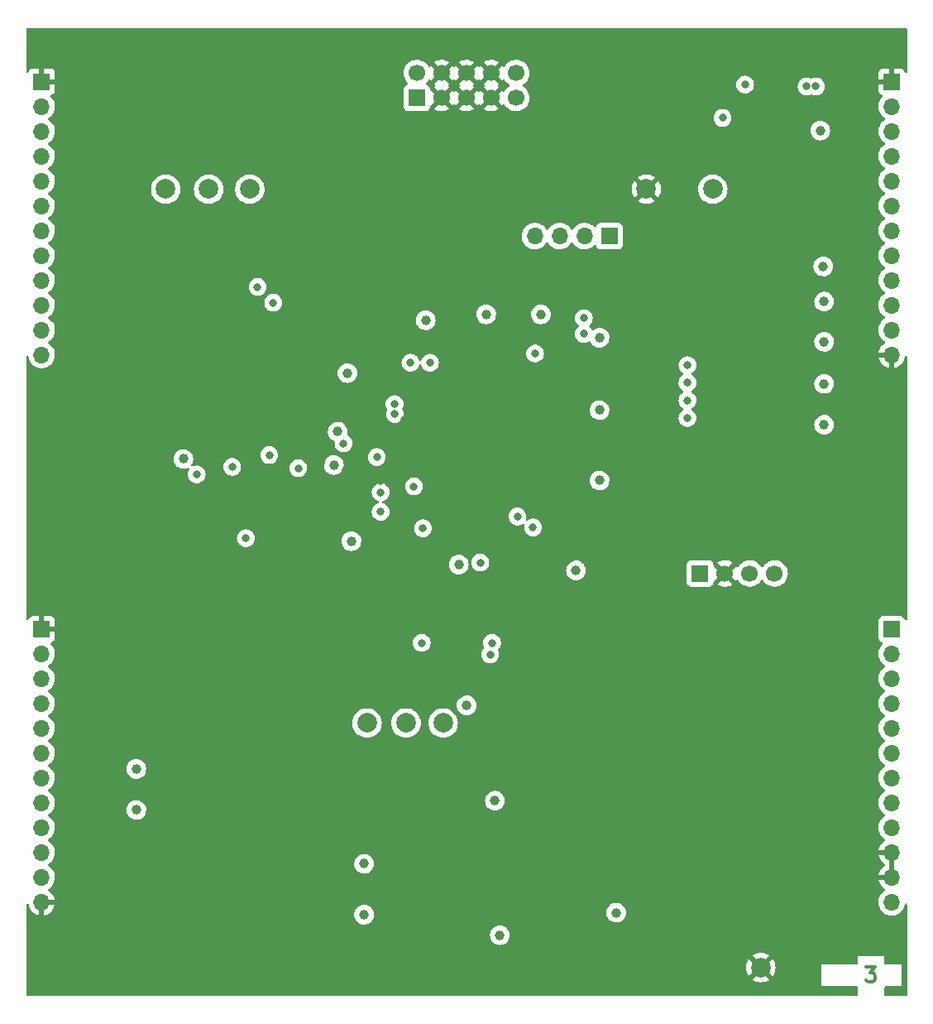
<source format=gbr>
%TF.GenerationSoftware,KiCad,Pcbnew,(6.0.8)*%
%TF.CreationDate,2022-10-21T10:36:37+01:00*%
%TF.ProjectId,Punck_Components,50756e63-6b5f-4436-9f6d-706f6e656e74,rev?*%
%TF.SameCoordinates,Original*%
%TF.FileFunction,Copper,L3,Inr*%
%TF.FilePolarity,Positive*%
%FSLAX46Y46*%
G04 Gerber Fmt 4.6, Leading zero omitted, Abs format (unit mm)*
G04 Created by KiCad (PCBNEW (6.0.8)) date 2022-10-21 10:36:37*
%MOMM*%
%LPD*%
G01*
G04 APERTURE LIST*
%ADD10C,0.300000*%
%TA.AperFunction,NonConductor*%
%ADD11C,0.300000*%
%TD*%
%TA.AperFunction,ComponentPad*%
%ADD12R,1.700000X1.700000*%
%TD*%
%TA.AperFunction,ComponentPad*%
%ADD13C,1.700000*%
%TD*%
%TA.AperFunction,ComponentPad*%
%ADD14C,2.000000*%
%TD*%
%TA.AperFunction,ComponentPad*%
%ADD15O,1.700000X1.700000*%
%TD*%
%TA.AperFunction,ViaPad*%
%ADD16C,1.000000*%
%TD*%
%TA.AperFunction,ViaPad*%
%ADD17C,0.800000*%
%TD*%
G04 APERTURE END LIST*
D10*
%TO.C,FID1*%
D11*
X156500000Y-146578571D02*
X157428571Y-146578571D01*
X156928571Y-147150000D01*
X157142857Y-147150000D01*
X157285714Y-147221428D01*
X157357142Y-147292857D01*
X157428571Y-147435714D01*
X157428571Y-147792857D01*
X157357142Y-147935714D01*
X157285714Y-148007142D01*
X157142857Y-148078571D01*
X156714285Y-148078571D01*
X156571428Y-148007142D01*
X156500000Y-147935714D01*
%TD*%
D12*
%TO.N,-12V*%
%TO.C,J7*%
X110500000Y-57662500D03*
D13*
X110500000Y-55122500D03*
%TO.N,GND*%
X113040000Y-57662500D03*
X113040000Y-55122500D03*
X115580000Y-57662500D03*
X115580000Y-55122500D03*
X118120000Y-57662500D03*
X118120000Y-55122500D03*
%TO.N,+12V*%
X120660000Y-57662500D03*
X120660000Y-55122500D03*
%TD*%
D14*
%TO.N,GND*%
%TO.C,TP9*%
X145700000Y-146600000D03*
%TD*%
%TO.N,/DAC_BCLK*%
%TO.C,TP3*%
X109400000Y-121600000D03*
%TD*%
%TO.N,VEE*%
%TO.C,TP8*%
X84800000Y-67000000D03*
%TD*%
%TO.N,VCC*%
%TO.C,TP7*%
X93400000Y-67000000D03*
%TD*%
D12*
%TO.N,/DAC2*%
%TO.C,J5*%
X130200000Y-71800000D03*
D15*
%TO.N,/DAC1*%
X127660000Y-71800000D03*
%TO.N,/UART_RX*%
X125120000Y-71800000D03*
%TO.N,/UART_TX*%
X122580000Y-71800000D03*
%TD*%
D14*
%TO.N,/DAC_LRCLK*%
%TO.C,TP1*%
X105400000Y-121600000D03*
%TD*%
%TO.N,+3.3VA*%
%TO.C,TP6*%
X89200000Y-67000000D03*
%TD*%
%TO.N,+3V3*%
%TO.C,TP5*%
X140800000Y-67000000D03*
%TD*%
D12*
%TO.N,+3V3*%
%TO.C,J6*%
X139500000Y-106300000D03*
D13*
%TO.N,GND*%
X142040000Y-106300000D03*
%TO.N,/SWIO*%
X144580000Y-106300000D03*
%TO.N,/SWCLK*%
X147120000Y-106300000D03*
%TD*%
D14*
%TO.N,/DAC_DATA*%
%TO.C,TP2*%
X113200000Y-121600000D03*
%TD*%
%TO.N,GND*%
%TO.C,TP4*%
X134000000Y-67000000D03*
%TD*%
D12*
%TO.N,GND*%
%TO.C,J3*%
X159100000Y-56000000D03*
D15*
%TO.N,/SA_BTN*%
X159100000Y-58540000D03*
%TO.N,/KI_BTN*%
X159100000Y-61080000D03*
%TO.N,/SN_BTN*%
X159100000Y-63620000D03*
%TO.N,/SA_LED*%
X159100000Y-66160000D03*
%TO.N,/SB_BTN*%
X159100000Y-68700000D03*
%TO.N,/SB_LED*%
X159100000Y-71240000D03*
%TO.N,/MIDI_LEARN*%
X159100000Y-73780000D03*
%TO.N,/MIDI_IN*%
X159100000Y-76320000D03*
%TO.N,/CH_IN*%
X159100000Y-78860000D03*
%TO.N,/OH_IN*%
X159100000Y-81400000D03*
%TO.N,GND*%
X159100000Y-83940000D03*
%TD*%
D12*
%TO.N,GND*%
%TO.C,J1*%
X72100000Y-56000000D03*
D15*
%TO.N,/SNARE_FILTER_POT*%
X72100000Y-58540000D03*
%TO.N,/SAMPLER_A_VOICE_POT*%
X72100000Y-61080000D03*
%TO.N,/KICK_ATTACK_POT*%
X72100000Y-63620000D03*
%TO.N,/KICK_DECAY_POT*%
X72100000Y-66160000D03*
%TO.N,/KICK_VOL_POT*%
X72100000Y-68700000D03*
%TO.N,/SNARE_TUNING_POT*%
X72100000Y-71240000D03*
%TO.N,/HIHAT_DECAY_POT*%
X72100000Y-73780000D03*
%TO.N,/SAMPLER_B_VOICE_POT*%
X72100000Y-76320000D03*
%TO.N,/SNARE_VOL_POT*%
X72100000Y-78860000D03*
%TO.N,/SAMPLER_A_SPEED_POT*%
X72100000Y-81400000D03*
%TO.N,/SAMPLER_B_SPEED_POT*%
X72100000Y-83940000D03*
%TD*%
D12*
%TO.N,/SNARE_IN*%
%TO.C,J4*%
X159100000Y-112000000D03*
D15*
%TO.N,/KICK_IN*%
X159100000Y-114540000D03*
%TO.N,/USB_DP*%
X159100000Y-117080000D03*
%TO.N,/USB_DM*%
X159100000Y-119620000D03*
%TO.N,/USB_VBUS*%
X159100000Y-122160000D03*
%TO.N,/KI_LED*%
X159100000Y-124700000D03*
%TO.N,/SN_LED*%
X159100000Y-127240000D03*
%TO.N,/HH_LED*%
X159100000Y-129780000D03*
%TO.N,/SEQ_SELECT*%
X159100000Y-132320000D03*
%TO.N,GND*%
X159100000Y-134860000D03*
X159100000Y-137400000D03*
%TO.N,+3.3VA*%
X159100000Y-139940000D03*
%TD*%
D12*
%TO.N,GND*%
%TO.C,J2*%
X72100000Y-112000000D03*
D15*
%TO.N,/HIHAT_VOL_POT*%
X72100000Y-114540000D03*
%TO.N,/SAMPLER_A_VOL_POT*%
X72100000Y-117080000D03*
%TO.N,/SAMPLER_B_VOL_POT*%
X72100000Y-119620000D03*
%TO.N,/HH_BTN*%
X72100000Y-122160000D03*
%TO.N,/TEMPO_POT*%
X72100000Y-124700000D03*
%TO.N,/SAMPLER_A_IN*%
X72100000Y-127240000D03*
%TO.N,/SAMPLER_B_IN*%
X72100000Y-129780000D03*
%TO.N,/AUDIO_OUT_R*%
X72100000Y-132320000D03*
%TO.N,/TEMPO_OUT*%
X72100000Y-134860000D03*
%TO.N,/AUDIO_OUT_L*%
X72100000Y-137400000D03*
%TO.N,GND*%
X72100000Y-139940000D03*
%TD*%
D16*
%TO.N,+3.3VA*%
X81786250Y-126300000D03*
X152200000Y-86900000D03*
X119000000Y-143300000D03*
X152200000Y-91100000D03*
X81786250Y-130500000D03*
X152200000Y-78500000D03*
X152200000Y-82600000D03*
X152100000Y-74900000D03*
X130900000Y-141000000D03*
D17*
%TO.N,/SN_BTN*%
X138200000Y-88600000D03*
%TO.N,/SA_BTN*%
X138200000Y-85000000D03*
%TO.N,GND*%
X94400000Y-130900000D03*
X135600000Y-137800000D03*
X84000000Y-52700000D03*
X145700000Y-67500000D03*
X123950000Y-116100000D03*
X132250000Y-144150000D03*
X131800000Y-95600000D03*
X85000000Y-113800000D03*
X147150000Y-57600000D03*
X105400000Y-119100000D03*
X115700000Y-97200000D03*
X128300000Y-111750000D03*
X145150000Y-90150000D03*
X150550000Y-115600000D03*
X97100000Y-117500000D03*
X108750000Y-76350000D03*
X103850000Y-132650000D03*
X131800000Y-90600000D03*
X103150000Y-77750000D03*
X86450000Y-59200000D03*
X139100000Y-73600000D03*
X89500000Y-59200000D03*
X99850000Y-68800000D03*
X92450000Y-106500000D03*
X134100000Y-148200000D03*
X95100000Y-59650000D03*
X99700000Y-85100000D03*
X93800000Y-61350000D03*
X122300000Y-128400000D03*
X125000000Y-96100000D03*
X129700000Y-144100000D03*
X160200000Y-109500000D03*
X93800000Y-59600000D03*
X71800000Y-98800000D03*
X88000000Y-57100000D03*
X153900000Y-115600000D03*
X130200000Y-65550000D03*
X86200000Y-91900000D03*
X143900000Y-73900000D03*
X135600000Y-141900000D03*
X80000000Y-64650000D03*
X150700000Y-123500000D03*
X110650000Y-129500000D03*
X128550000Y-63150000D03*
X117400000Y-102000000D03*
X95800000Y-90800000D03*
X143150000Y-57950000D03*
X86500000Y-57100000D03*
X77700000Y-122000000D03*
X100700000Y-95000000D03*
X119500000Y-89400000D03*
X130950000Y-114450000D03*
X137100000Y-57750000D03*
X86500000Y-85400000D03*
X154150000Y-94750000D03*
X116700000Y-148400000D03*
X101600000Y-64900000D03*
X130800000Y-134400000D03*
X126400000Y-118800000D03*
X106400000Y-137650000D03*
X107000000Y-76400000D03*
X145100000Y-81700000D03*
X92800000Y-75100000D03*
X81900000Y-117400000D03*
X112600000Y-107300000D03*
X131800000Y-82650000D03*
X99500000Y-101200000D03*
X116600000Y-107700000D03*
X94000000Y-122700000D03*
X109200000Y-90600000D03*
X78700000Y-137500000D03*
X144400000Y-115600000D03*
X135000000Y-118300000D03*
X137100000Y-115600000D03*
X89700000Y-136500000D03*
X142800000Y-64600000D03*
X106400000Y-84600000D03*
X119500000Y-96400000D03*
X136100000Y-120900000D03*
X123700000Y-138700000D03*
X100500000Y-120500000D03*
X148100000Y-103500000D03*
X133500000Y-105100000D03*
X124700000Y-108400000D03*
X99500000Y-103000000D03*
X86300000Y-100850000D03*
X120750000Y-145500000D03*
X158400000Y-90500000D03*
X77000000Y-108200000D03*
X97000000Y-125500000D03*
X121300000Y-112900000D03*
X125200000Y-67400000D03*
X150900000Y-51400000D03*
X122800000Y-122800000D03*
X124700000Y-145500000D03*
X106800000Y-96850000D03*
X150600000Y-118300000D03*
X141850000Y-57950000D03*
X87600000Y-90400000D03*
X136000000Y-128200000D03*
X97600000Y-146400000D03*
X141000000Y-98600000D03*
X105000000Y-106500000D03*
X150600000Y-120800000D03*
X145800000Y-77700000D03*
X87450000Y-127400000D03*
X100600000Y-110600000D03*
X82000000Y-56800000D03*
X87448750Y-131400000D03*
X93800000Y-63000000D03*
X110100000Y-71600000D03*
X86700000Y-144700000D03*
X86900000Y-70200000D03*
X131900000Y-63150000D03*
X77000000Y-91900000D03*
X145950000Y-58400000D03*
X95100000Y-62950000D03*
X98500000Y-106500000D03*
X103400000Y-52800000D03*
X150900000Y-54200000D03*
X105350000Y-76400000D03*
X138200000Y-123500000D03*
X131700000Y-86600000D03*
X115700000Y-87800000D03*
X116900000Y-83800000D03*
X125000000Y-91100000D03*
X74700000Y-148600000D03*
X91500000Y-120300000D03*
X145150000Y-85750000D03*
X121000000Y-64900000D03*
X113700000Y-140100000D03*
X150200000Y-95300000D03*
X72300000Y-88700000D03*
X117750000Y-71600000D03*
X138250000Y-56600000D03*
X117800000Y-77500000D03*
X127850000Y-138700000D03*
X105400000Y-68800000D03*
X150300000Y-133900000D03*
X128000000Y-132600000D03*
X159800000Y-143600000D03*
X150300000Y-63400000D03*
X127800000Y-103700000D03*
X105100000Y-145650000D03*
X150400000Y-138150000D03*
X99800000Y-90600000D03*
X120550000Y-77600000D03*
X98800000Y-128000000D03*
X81900000Y-122500000D03*
X78600000Y-62800000D03*
X81450000Y-62800000D03*
X124300000Y-87500000D03*
X106400000Y-132600000D03*
X111000000Y-87700000D03*
X114100000Y-145550000D03*
%TO.N,/KI_BTN*%
X138200000Y-86800000D03*
%TO.N,/SB_BTN*%
X138200000Y-90400000D03*
%TO.N,/SNARE_FILTER_POT*%
X94200000Y-77000000D03*
X111850000Y-84750000D03*
%TO.N,/SAMPLER_A_VOICE_POT*%
X109850000Y-84750000D03*
X95800000Y-78600000D03*
%TO.N,/SAMPLER_A_VOL_POT*%
X87970000Y-96170000D03*
X108215055Y-88974192D03*
%TO.N,/SAMPLER_B_VOL_POT*%
X91600000Y-95400000D03*
X108250000Y-90000000D03*
%TO.N,/TEMPO_POT*%
X93000000Y-102700000D03*
X103000000Y-93000000D03*
D16*
%TO.N,+3V3*%
X151800000Y-61000000D03*
X118500000Y-129550000D03*
X129200000Y-96800000D03*
X129200000Y-89600000D03*
X115600000Y-119800000D03*
X86600000Y-94600000D03*
X126800000Y-106000000D03*
X114800000Y-105400000D03*
X123200000Y-79800000D03*
X102000000Y-95200000D03*
X111400000Y-80400000D03*
X103800000Y-103000000D03*
X102400000Y-91800000D03*
X117600000Y-79800000D03*
X129200000Y-82200000D03*
X103400000Y-85800000D03*
D17*
X117000000Y-105200000D03*
%TO.N,/VSW*%
X141800000Y-59700000D03*
X144100000Y-56300000D03*
X150400000Y-56500000D03*
X151350000Y-56500000D03*
%TO.N,/SA_LED_OUT*%
X120800000Y-100475500D03*
X127600000Y-80200000D03*
%TO.N,/SB_LED_OUT*%
X127600000Y-81800000D03*
X122400000Y-101600000D03*
D16*
%TO.N,VCC*%
X105100000Y-141200000D03*
%TO.N,VEE*%
X105100000Y-136000000D03*
D17*
%TO.N,/QSPI_CLK*%
X110200000Y-97400000D03*
X111000000Y-113400000D03*
%TO.N,/QSPI_BK2_IO0*%
X106400000Y-94400000D03*
X95400000Y-94200000D03*
%TO.N,/QSPI_BK1_IO1*%
X111124500Y-101686140D03*
X118000000Y-114600000D03*
%TO.N,/QSPI_BK2_NCS*%
X106800000Y-100000000D03*
%TO.N,/QSPI_BK1_IO2*%
X122600000Y-83800000D03*
X118200000Y-113400000D03*
%TO.N,/OCTOSPIM_P2_NCS*%
X106800000Y-98000000D03*
%TO.N,Net-(JP1-Pad2)*%
X98362299Y-95537701D03*
%TD*%
%TA.AperFunction,Conductor*%
%TO.N,GND*%
G36*
X160633621Y-50528502D02*
G01*
X160680114Y-50582158D01*
X160691500Y-50634500D01*
X160691500Y-54985603D01*
X160671498Y-55053724D01*
X160617842Y-55100217D01*
X160547568Y-55110321D01*
X160482988Y-55080827D01*
X160447518Y-55029833D01*
X160403324Y-54911946D01*
X160394786Y-54896351D01*
X160318285Y-54794276D01*
X160305724Y-54781715D01*
X160203649Y-54705214D01*
X160188054Y-54696676D01*
X160067606Y-54651522D01*
X160052351Y-54647895D01*
X160001486Y-54642369D01*
X159994672Y-54642000D01*
X159372115Y-54642000D01*
X159356876Y-54646475D01*
X159355671Y-54647865D01*
X159354000Y-54655548D01*
X159354000Y-56128000D01*
X159333998Y-56196121D01*
X159280342Y-56242614D01*
X159228000Y-56254000D01*
X157760116Y-56254000D01*
X157744877Y-56258475D01*
X157743672Y-56259865D01*
X157742001Y-56267548D01*
X157742001Y-56894669D01*
X157742371Y-56901490D01*
X157747895Y-56952352D01*
X157751521Y-56967604D01*
X157796676Y-57088054D01*
X157805214Y-57103649D01*
X157881715Y-57205724D01*
X157894276Y-57218285D01*
X157996351Y-57294786D01*
X158011946Y-57303324D01*
X158120827Y-57344142D01*
X158177591Y-57386784D01*
X158202291Y-57453345D01*
X158187083Y-57522694D01*
X158167691Y-57549175D01*
X158047152Y-57675312D01*
X158040629Y-57682138D01*
X158037715Y-57686410D01*
X158037714Y-57686411D01*
X158006337Y-57732408D01*
X157914743Y-57866680D01*
X157875803Y-57950569D01*
X157836834Y-58034522D01*
X157820688Y-58069305D01*
X157760989Y-58284570D01*
X157737251Y-58506695D01*
X157737548Y-58511848D01*
X157737548Y-58511851D01*
X157744732Y-58636438D01*
X157750110Y-58729715D01*
X157751247Y-58734761D01*
X157751248Y-58734767D01*
X157764034Y-58791500D01*
X157799222Y-58947639D01*
X157883266Y-59154616D01*
X157885965Y-59159020D01*
X157989788Y-59328444D01*
X157999987Y-59345088D01*
X158146250Y-59513938D01*
X158318126Y-59656632D01*
X158381107Y-59693435D01*
X158391445Y-59699476D01*
X158440169Y-59751114D01*
X158453240Y-59820897D01*
X158426509Y-59886669D01*
X158386055Y-59920027D01*
X158373607Y-59926507D01*
X158369474Y-59929610D01*
X158369471Y-59929612D01*
X158263550Y-60009140D01*
X158194965Y-60060635D01*
X158040629Y-60222138D01*
X158037715Y-60226410D01*
X158037714Y-60226411D01*
X158003909Y-60275968D01*
X157914743Y-60406680D01*
X157877350Y-60487237D01*
X157838856Y-60570166D01*
X157820688Y-60609305D01*
X157760989Y-60824570D01*
X157737251Y-61046695D01*
X157737548Y-61051848D01*
X157737548Y-61051851D01*
X157743011Y-61146590D01*
X157750110Y-61269715D01*
X157751247Y-61274761D01*
X157751248Y-61274767D01*
X157771119Y-61362939D01*
X157799222Y-61487639D01*
X157883266Y-61694616D01*
X157885965Y-61699020D01*
X157969380Y-61835141D01*
X157999987Y-61885088D01*
X158146250Y-62053938D01*
X158318126Y-62196632D01*
X158388595Y-62237811D01*
X158391445Y-62239476D01*
X158440169Y-62291114D01*
X158453240Y-62360897D01*
X158426509Y-62426669D01*
X158386055Y-62460027D01*
X158373607Y-62466507D01*
X158369474Y-62469610D01*
X158369471Y-62469612D01*
X158345247Y-62487800D01*
X158194965Y-62600635D01*
X158040629Y-62762138D01*
X157914743Y-62946680D01*
X157820688Y-63149305D01*
X157760989Y-63364570D01*
X157737251Y-63586695D01*
X157737548Y-63591848D01*
X157737548Y-63591851D01*
X157743011Y-63686590D01*
X157750110Y-63809715D01*
X157751247Y-63814761D01*
X157751248Y-63814767D01*
X157771119Y-63902939D01*
X157799222Y-64027639D01*
X157883266Y-64234616D01*
X157999987Y-64425088D01*
X158146250Y-64593938D01*
X158318126Y-64736632D01*
X158388595Y-64777811D01*
X158391445Y-64779476D01*
X158440169Y-64831114D01*
X158453240Y-64900897D01*
X158426509Y-64966669D01*
X158386055Y-65000027D01*
X158373607Y-65006507D01*
X158369474Y-65009610D01*
X158369471Y-65009612D01*
X158345247Y-65027800D01*
X158194965Y-65140635D01*
X158040629Y-65302138D01*
X157914743Y-65486680D01*
X157820688Y-65689305D01*
X157760989Y-65904570D01*
X157737251Y-66126695D01*
X157737548Y-66131848D01*
X157737548Y-66131851D01*
X157743011Y-66226590D01*
X157750110Y-66349715D01*
X157751247Y-66354761D01*
X157751248Y-66354767D01*
X157771119Y-66442939D01*
X157799222Y-66567639D01*
X157837461Y-66661811D01*
X157878667Y-66763289D01*
X157883266Y-66774616D01*
X157999987Y-66965088D01*
X158146250Y-67133938D01*
X158318126Y-67276632D01*
X158388595Y-67317811D01*
X158391445Y-67319476D01*
X158440169Y-67371114D01*
X158453240Y-67440897D01*
X158426509Y-67506669D01*
X158386055Y-67540027D01*
X158373607Y-67546507D01*
X158369474Y-67549610D01*
X158369471Y-67549612D01*
X158345247Y-67567800D01*
X158194965Y-67680635D01*
X158040629Y-67842138D01*
X158037715Y-67846410D01*
X158037714Y-67846411D01*
X158022798Y-67868277D01*
X157914743Y-68026680D01*
X157894649Y-68069969D01*
X157823069Y-68224176D01*
X157820688Y-68229305D01*
X157760989Y-68444570D01*
X157737251Y-68666695D01*
X157737548Y-68671848D01*
X157737548Y-68671851D01*
X157743011Y-68766590D01*
X157750110Y-68889715D01*
X157751247Y-68894761D01*
X157751248Y-68894767D01*
X157771119Y-68982939D01*
X157799222Y-69107639D01*
X157883266Y-69314616D01*
X157999987Y-69505088D01*
X158146250Y-69673938D01*
X158318126Y-69816632D01*
X158388595Y-69857811D01*
X158391445Y-69859476D01*
X158440169Y-69911114D01*
X158453240Y-69980897D01*
X158426509Y-70046669D01*
X158386055Y-70080027D01*
X158373607Y-70086507D01*
X158369474Y-70089610D01*
X158369471Y-70089612D01*
X158345247Y-70107800D01*
X158194965Y-70220635D01*
X158040629Y-70382138D01*
X158037715Y-70386410D01*
X158037714Y-70386411D01*
X158000135Y-70441500D01*
X157914743Y-70566680D01*
X157820688Y-70769305D01*
X157760989Y-70984570D01*
X157737251Y-71206695D01*
X157737548Y-71211848D01*
X157737548Y-71211851D01*
X157744608Y-71334297D01*
X157750110Y-71429715D01*
X157751247Y-71434761D01*
X157751248Y-71434767D01*
X157771119Y-71522939D01*
X157799222Y-71647639D01*
X157883266Y-71854616D01*
X157885965Y-71859020D01*
X157962888Y-71984547D01*
X157999987Y-72045088D01*
X158146250Y-72213938D01*
X158318126Y-72356632D01*
X158388595Y-72397811D01*
X158391445Y-72399476D01*
X158440169Y-72451114D01*
X158453240Y-72520897D01*
X158426509Y-72586669D01*
X158386055Y-72620027D01*
X158373607Y-72626507D01*
X158369474Y-72629610D01*
X158369471Y-72629612D01*
X158276517Y-72699404D01*
X158194965Y-72760635D01*
X158040629Y-72922138D01*
X158037715Y-72926410D01*
X158037714Y-72926411D01*
X157967502Y-73029338D01*
X157914743Y-73106680D01*
X157820688Y-73309305D01*
X157760989Y-73524570D01*
X157737251Y-73746695D01*
X157737548Y-73751848D01*
X157737548Y-73751851D01*
X157745357Y-73887289D01*
X157750110Y-73969715D01*
X157751247Y-73974761D01*
X157751248Y-73974767D01*
X157771119Y-74062939D01*
X157799222Y-74187639D01*
X157883266Y-74394616D01*
X157999987Y-74585088D01*
X158146250Y-74753938D01*
X158318126Y-74896632D01*
X158323890Y-74900000D01*
X158391445Y-74939476D01*
X158440169Y-74991114D01*
X158453240Y-75060897D01*
X158426509Y-75126669D01*
X158386055Y-75160027D01*
X158373607Y-75166507D01*
X158369474Y-75169610D01*
X158369471Y-75169612D01*
X158224399Y-75278535D01*
X158194965Y-75300635D01*
X158040629Y-75462138D01*
X158037715Y-75466410D01*
X158037714Y-75466411D01*
X158019838Y-75492617D01*
X157914743Y-75646680D01*
X157899003Y-75680590D01*
X157830288Y-75828624D01*
X157820688Y-75849305D01*
X157760989Y-76064570D01*
X157737251Y-76286695D01*
X157737548Y-76291848D01*
X157737548Y-76291851D01*
X157743011Y-76386590D01*
X157750110Y-76509715D01*
X157751247Y-76514761D01*
X157751248Y-76514767D01*
X157771119Y-76602939D01*
X157799222Y-76727639D01*
X157883266Y-76934616D01*
X157999987Y-77125088D01*
X158146250Y-77293938D01*
X158318126Y-77436632D01*
X158388595Y-77477811D01*
X158391445Y-77479476D01*
X158440169Y-77531114D01*
X158453240Y-77600897D01*
X158426509Y-77666669D01*
X158386055Y-77700027D01*
X158373607Y-77706507D01*
X158369474Y-77709610D01*
X158369471Y-77709612D01*
X158257339Y-77793803D01*
X158194965Y-77840635D01*
X158040629Y-78002138D01*
X158037715Y-78006410D01*
X158037714Y-78006411D01*
X157952556Y-78131249D01*
X157914743Y-78186680D01*
X157820688Y-78389305D01*
X157760989Y-78604570D01*
X157737251Y-78826695D01*
X157737548Y-78831848D01*
X157737548Y-78831851D01*
X157743011Y-78926590D01*
X157750110Y-79049715D01*
X157751247Y-79054761D01*
X157751248Y-79054767D01*
X157769768Y-79136944D01*
X157799222Y-79267639D01*
X157855484Y-79406197D01*
X157879812Y-79466109D01*
X157883266Y-79474616D01*
X157909393Y-79517251D01*
X157958425Y-79597264D01*
X157999987Y-79665088D01*
X158146250Y-79833938D01*
X158318126Y-79976632D01*
X158369506Y-80006656D01*
X158391445Y-80019476D01*
X158440169Y-80071114D01*
X158453240Y-80140897D01*
X158426509Y-80206669D01*
X158386055Y-80240027D01*
X158373607Y-80246507D01*
X158369474Y-80249610D01*
X158369471Y-80249612D01*
X158199100Y-80377530D01*
X158194965Y-80380635D01*
X158040629Y-80542138D01*
X158037715Y-80546410D01*
X158037714Y-80546411D01*
X157977187Y-80635141D01*
X157914743Y-80726680D01*
X157885472Y-80789740D01*
X157835190Y-80898064D01*
X157820688Y-80929305D01*
X157760989Y-81144570D01*
X157737251Y-81366695D01*
X157737548Y-81371848D01*
X157737548Y-81371851D01*
X157743900Y-81482009D01*
X157750110Y-81589715D01*
X157751247Y-81594761D01*
X157751248Y-81594767D01*
X157771119Y-81682939D01*
X157799222Y-81807639D01*
X157837461Y-81901811D01*
X157875791Y-81996206D01*
X157883266Y-82014616D01*
X157901668Y-82044645D01*
X157982946Y-82177279D01*
X157999987Y-82205088D01*
X158146250Y-82373938D01*
X158318126Y-82516632D01*
X158362235Y-82542407D01*
X158391955Y-82559774D01*
X158440679Y-82611412D01*
X158453750Y-82681195D01*
X158427019Y-82746967D01*
X158386562Y-82780327D01*
X158378457Y-82784546D01*
X158369738Y-82790036D01*
X158199433Y-82917905D01*
X158191726Y-82924748D01*
X158044590Y-83078717D01*
X158038104Y-83086727D01*
X157918098Y-83262649D01*
X157913000Y-83271623D01*
X157823338Y-83464783D01*
X157819775Y-83474470D01*
X157764389Y-83674183D01*
X157765912Y-83682607D01*
X157778292Y-83686000D01*
X159228000Y-83686000D01*
X159296121Y-83706002D01*
X159342614Y-83759658D01*
X159354000Y-83812000D01*
X159354000Y-85258517D01*
X159358064Y-85272359D01*
X159371478Y-85274393D01*
X159378184Y-85273534D01*
X159388262Y-85271392D01*
X159592255Y-85210191D01*
X159601842Y-85206433D01*
X159793095Y-85112739D01*
X159801945Y-85107464D01*
X159975328Y-84983792D01*
X159983200Y-84977139D01*
X160134052Y-84826812D01*
X160140730Y-84818965D01*
X160265003Y-84646020D01*
X160270313Y-84637183D01*
X160364670Y-84446267D01*
X160368469Y-84436672D01*
X160430376Y-84232915D01*
X160432555Y-84222834D01*
X160440578Y-84161894D01*
X160469300Y-84096967D01*
X160528565Y-84057875D01*
X160599557Y-84057030D01*
X160659736Y-84094700D01*
X160689995Y-84158925D01*
X160691500Y-84178340D01*
X160691500Y-110984179D01*
X160671498Y-111052300D01*
X160617842Y-111098793D01*
X160547568Y-111108897D01*
X160482988Y-111079403D01*
X160447518Y-111028408D01*
X160403768Y-110911705D01*
X160403767Y-110911703D01*
X160400615Y-110903295D01*
X160313261Y-110786739D01*
X160196705Y-110699385D01*
X160060316Y-110648255D01*
X159998134Y-110641500D01*
X158201866Y-110641500D01*
X158139684Y-110648255D01*
X158003295Y-110699385D01*
X157886739Y-110786739D01*
X157799385Y-110903295D01*
X157748255Y-111039684D01*
X157741500Y-111101866D01*
X157741500Y-112898134D01*
X157748255Y-112960316D01*
X157799385Y-113096705D01*
X157886739Y-113213261D01*
X158003295Y-113300615D01*
X158011704Y-113303767D01*
X158011705Y-113303768D01*
X158120451Y-113344535D01*
X158177216Y-113387176D01*
X158201916Y-113453738D01*
X158186709Y-113523087D01*
X158167316Y-113549568D01*
X158040629Y-113682138D01*
X158037715Y-113686410D01*
X158037714Y-113686411D01*
X157983914Y-113765279D01*
X157914743Y-113866680D01*
X157877704Y-113946475D01*
X157823589Y-114063056D01*
X157820688Y-114069305D01*
X157760989Y-114284570D01*
X157737251Y-114506695D01*
X157737548Y-114511848D01*
X157737548Y-114511851D01*
X157743009Y-114606565D01*
X157750110Y-114729715D01*
X157751247Y-114734761D01*
X157751248Y-114734767D01*
X157771119Y-114822939D01*
X157799222Y-114947639D01*
X157883266Y-115154616D01*
X157999987Y-115345088D01*
X158146250Y-115513938D01*
X158318126Y-115656632D01*
X158388595Y-115697811D01*
X158391445Y-115699476D01*
X158440169Y-115751114D01*
X158453240Y-115820897D01*
X158426509Y-115886669D01*
X158386055Y-115920027D01*
X158373607Y-115926507D01*
X158369474Y-115929610D01*
X158369471Y-115929612D01*
X158345247Y-115947800D01*
X158194965Y-116060635D01*
X158040629Y-116222138D01*
X157914743Y-116406680D01*
X157820688Y-116609305D01*
X157760989Y-116824570D01*
X157737251Y-117046695D01*
X157737548Y-117051848D01*
X157737548Y-117051851D01*
X157743011Y-117146590D01*
X157750110Y-117269715D01*
X157751247Y-117274761D01*
X157751248Y-117274767D01*
X157771119Y-117362939D01*
X157799222Y-117487639D01*
X157883266Y-117694616D01*
X157999987Y-117885088D01*
X158146250Y-118053938D01*
X158318126Y-118196632D01*
X158388595Y-118237811D01*
X158391445Y-118239476D01*
X158440169Y-118291114D01*
X158453240Y-118360897D01*
X158426509Y-118426669D01*
X158386055Y-118460027D01*
X158373607Y-118466507D01*
X158369474Y-118469610D01*
X158369471Y-118469612D01*
X158345247Y-118487800D01*
X158194965Y-118600635D01*
X158040629Y-118762138D01*
X158037715Y-118766410D01*
X158037714Y-118766411D01*
X157952556Y-118891249D01*
X157914743Y-118946680D01*
X157820688Y-119149305D01*
X157760989Y-119364570D01*
X157737251Y-119586695D01*
X157737548Y-119591848D01*
X157737548Y-119591851D01*
X157743011Y-119686590D01*
X157750110Y-119809715D01*
X157751247Y-119814761D01*
X157751248Y-119814767D01*
X157771119Y-119902939D01*
X157799222Y-120027639D01*
X157883266Y-120234616D01*
X157999987Y-120425088D01*
X158146250Y-120593938D01*
X158222846Y-120657529D01*
X158304860Y-120725618D01*
X158318126Y-120736632D01*
X158334940Y-120746457D01*
X158391445Y-120779476D01*
X158440169Y-120831114D01*
X158453240Y-120900897D01*
X158426509Y-120966669D01*
X158386055Y-121000027D01*
X158373607Y-121006507D01*
X158369474Y-121009610D01*
X158369471Y-121009612D01*
X158205925Y-121132406D01*
X158194965Y-121140635D01*
X158040629Y-121302138D01*
X157914743Y-121486680D01*
X157820688Y-121689305D01*
X157760989Y-121904570D01*
X157737251Y-122126695D01*
X157737548Y-122131848D01*
X157737548Y-122131851D01*
X157743011Y-122226590D01*
X157750110Y-122349715D01*
X157751247Y-122354761D01*
X157751248Y-122354767D01*
X157771119Y-122442939D01*
X157799222Y-122567639D01*
X157883266Y-122774616D01*
X157885965Y-122779020D01*
X157989663Y-122948240D01*
X157999987Y-122965088D01*
X158146250Y-123133938D01*
X158318126Y-123276632D01*
X158388595Y-123317811D01*
X158391445Y-123319476D01*
X158440169Y-123371114D01*
X158453240Y-123440897D01*
X158426509Y-123506669D01*
X158386055Y-123540027D01*
X158373607Y-123546507D01*
X158369474Y-123549610D01*
X158369471Y-123549612D01*
X158345247Y-123567800D01*
X158194965Y-123680635D01*
X158040629Y-123842138D01*
X157914743Y-124026680D01*
X157820688Y-124229305D01*
X157760989Y-124444570D01*
X157737251Y-124666695D01*
X157737548Y-124671848D01*
X157737548Y-124671851D01*
X157743011Y-124766590D01*
X157750110Y-124889715D01*
X157751247Y-124894761D01*
X157751248Y-124894767D01*
X157771119Y-124982939D01*
X157799222Y-125107639D01*
X157837461Y-125201811D01*
X157880303Y-125307318D01*
X157883266Y-125314616D01*
X157999987Y-125505088D01*
X158146250Y-125673938D01*
X158318126Y-125816632D01*
X158388595Y-125857811D01*
X158391445Y-125859476D01*
X158440169Y-125911114D01*
X158453240Y-125980897D01*
X158426509Y-126046669D01*
X158386055Y-126080027D01*
X158373607Y-126086507D01*
X158369474Y-126089610D01*
X158369471Y-126089612D01*
X158345247Y-126107800D01*
X158194965Y-126220635D01*
X158040629Y-126382138D01*
X157914743Y-126566680D01*
X157820688Y-126769305D01*
X157760989Y-126984570D01*
X157737251Y-127206695D01*
X157737548Y-127211848D01*
X157737548Y-127211851D01*
X157743011Y-127306590D01*
X157750110Y-127429715D01*
X157751247Y-127434761D01*
X157751248Y-127434767D01*
X157771119Y-127522939D01*
X157799222Y-127647639D01*
X157883266Y-127854616D01*
X157999987Y-128045088D01*
X158146250Y-128213938D01*
X158318126Y-128356632D01*
X158388595Y-128397811D01*
X158391445Y-128399476D01*
X158440169Y-128451114D01*
X158453240Y-128520897D01*
X158426509Y-128586669D01*
X158386055Y-128620027D01*
X158373607Y-128626507D01*
X158369474Y-128629610D01*
X158369471Y-128629612D01*
X158199100Y-128757530D01*
X158194965Y-128760635D01*
X158040629Y-128922138D01*
X157914743Y-129106680D01*
X157820688Y-129309305D01*
X157760989Y-129524570D01*
X157737251Y-129746695D01*
X157737548Y-129751848D01*
X157737548Y-129751851D01*
X157749338Y-129956326D01*
X157750110Y-129969715D01*
X157751247Y-129974761D01*
X157751248Y-129974767D01*
X157771119Y-130062939D01*
X157799222Y-130187639D01*
X157860673Y-130338976D01*
X157879419Y-130385141D01*
X157883266Y-130394616D01*
X157891715Y-130408404D01*
X157986102Y-130562429D01*
X157999987Y-130585088D01*
X158146250Y-130753938D01*
X158318126Y-130896632D01*
X158388595Y-130937811D01*
X158391445Y-130939476D01*
X158440169Y-130991114D01*
X158453240Y-131060897D01*
X158426509Y-131126669D01*
X158386055Y-131160027D01*
X158373607Y-131166507D01*
X158369474Y-131169610D01*
X158369471Y-131169612D01*
X158199100Y-131297530D01*
X158194965Y-131300635D01*
X158191393Y-131304373D01*
X158057200Y-131444798D01*
X158040629Y-131462138D01*
X158037715Y-131466410D01*
X158037714Y-131466411D01*
X157952556Y-131591249D01*
X157914743Y-131646680D01*
X157820688Y-131849305D01*
X157760989Y-132064570D01*
X157737251Y-132286695D01*
X157737548Y-132291848D01*
X157737548Y-132291851D01*
X157743011Y-132386590D01*
X157750110Y-132509715D01*
X157751247Y-132514761D01*
X157751248Y-132514767D01*
X157771119Y-132602939D01*
X157799222Y-132727639D01*
X157883266Y-132934616D01*
X157999987Y-133125088D01*
X158146250Y-133293938D01*
X158318126Y-133436632D01*
X158391445Y-133479476D01*
X158391955Y-133479774D01*
X158440679Y-133531412D01*
X158453750Y-133601195D01*
X158427019Y-133666967D01*
X158386562Y-133700327D01*
X158378457Y-133704546D01*
X158369738Y-133710036D01*
X158199433Y-133837905D01*
X158191726Y-133844748D01*
X158044590Y-133998717D01*
X158038104Y-134006727D01*
X157918098Y-134182649D01*
X157913000Y-134191623D01*
X157823338Y-134384783D01*
X157819775Y-134394470D01*
X157764389Y-134594183D01*
X157765912Y-134602607D01*
X157778292Y-134606000D01*
X159228000Y-134606000D01*
X159296121Y-134626002D01*
X159342614Y-134679658D01*
X159354000Y-134732000D01*
X159354000Y-137528000D01*
X159333998Y-137596121D01*
X159280342Y-137642614D01*
X159228000Y-137654000D01*
X157783225Y-137654000D01*
X157769694Y-137657973D01*
X157768257Y-137667966D01*
X157798565Y-137802446D01*
X157801645Y-137812275D01*
X157881770Y-138009603D01*
X157886413Y-138018794D01*
X157997694Y-138200388D01*
X158003777Y-138208699D01*
X158143213Y-138369667D01*
X158150580Y-138376883D01*
X158314434Y-138512916D01*
X158322881Y-138518831D01*
X158391969Y-138559203D01*
X158440693Y-138610842D01*
X158453764Y-138680625D01*
X158427033Y-138746396D01*
X158386584Y-138779752D01*
X158373607Y-138786507D01*
X158369474Y-138789610D01*
X158369471Y-138789612D01*
X158345247Y-138807800D01*
X158194965Y-138920635D01*
X158040629Y-139082138D01*
X158037715Y-139086410D01*
X158037714Y-139086411D01*
X158025404Y-139104457D01*
X157914743Y-139266680D01*
X157820688Y-139469305D01*
X157760989Y-139684570D01*
X157737251Y-139906695D01*
X157737548Y-139911848D01*
X157737548Y-139911851D01*
X157746320Y-140063980D01*
X157750110Y-140129715D01*
X157751247Y-140134761D01*
X157751248Y-140134767D01*
X157767371Y-140206309D01*
X157799222Y-140347639D01*
X157883266Y-140554616D01*
X157999987Y-140745088D01*
X158146250Y-140913938D01*
X158318126Y-141056632D01*
X158511000Y-141169338D01*
X158515825Y-141171180D01*
X158515826Y-141171181D01*
X158538203Y-141179726D01*
X158719692Y-141249030D01*
X158724760Y-141250061D01*
X158724763Y-141250062D01*
X158819862Y-141269410D01*
X158938597Y-141293567D01*
X158943772Y-141293757D01*
X158943774Y-141293757D01*
X159156673Y-141301564D01*
X159156677Y-141301564D01*
X159161837Y-141301753D01*
X159166957Y-141301097D01*
X159166959Y-141301097D01*
X159378288Y-141274025D01*
X159378289Y-141274025D01*
X159383416Y-141273368D01*
X159388366Y-141271883D01*
X159592429Y-141210661D01*
X159592434Y-141210659D01*
X159597384Y-141209174D01*
X159797994Y-141110896D01*
X159979860Y-140981173D01*
X160138096Y-140823489D01*
X160156941Y-140797264D01*
X160265435Y-140646277D01*
X160268453Y-140642077D01*
X160272234Y-140634428D01*
X160365136Y-140446453D01*
X160365137Y-140446451D01*
X160367430Y-140441811D01*
X160432370Y-140228069D01*
X160440578Y-140165725D01*
X160469301Y-140100798D01*
X160528566Y-140061707D01*
X160599558Y-140060862D01*
X160659736Y-140098533D01*
X160689995Y-140162758D01*
X160691500Y-140182172D01*
X160691500Y-149365500D01*
X160671498Y-149433621D01*
X160617842Y-149480114D01*
X160565500Y-149491500D01*
X158493456Y-149491500D01*
X158425335Y-149471498D01*
X158378842Y-149417842D01*
X158368738Y-149347568D01*
X158369924Y-149341000D01*
X158372786Y-149341000D01*
X158372786Y-148626000D01*
X158392788Y-148557879D01*
X158446444Y-148511386D01*
X158498786Y-148500000D01*
X160100000Y-148500000D01*
X160100000Y-146300000D01*
X158498786Y-146300000D01*
X158430665Y-146279998D01*
X158384172Y-146226342D01*
X158372786Y-146174000D01*
X158372786Y-145459000D01*
X155627215Y-145459000D01*
X155627215Y-146174000D01*
X155607213Y-146242121D01*
X155553557Y-146288614D01*
X155501215Y-146300000D01*
X151900000Y-146300000D01*
X151900000Y-148500000D01*
X155501215Y-148500000D01*
X155569336Y-148520002D01*
X155615829Y-148573658D01*
X155627215Y-148626000D01*
X155627215Y-149341000D01*
X155629305Y-149341000D01*
X155629305Y-149400998D01*
X155590922Y-149460724D01*
X155526341Y-149490217D01*
X155508409Y-149491500D01*
X70634500Y-149491500D01*
X70566379Y-149471498D01*
X70519886Y-149417842D01*
X70508500Y-149365500D01*
X70508500Y-147832670D01*
X144832160Y-147832670D01*
X144837887Y-147840320D01*
X145009042Y-147945205D01*
X145017837Y-147949687D01*
X145227988Y-148036734D01*
X145237373Y-148039783D01*
X145458554Y-148092885D01*
X145468301Y-148094428D01*
X145695070Y-148112275D01*
X145704930Y-148112275D01*
X145931699Y-148094428D01*
X145941446Y-148092885D01*
X146162627Y-148039783D01*
X146172012Y-148036734D01*
X146382163Y-147949687D01*
X146390958Y-147945205D01*
X146558445Y-147842568D01*
X146567907Y-147832110D01*
X146564124Y-147823334D01*
X145712812Y-146972022D01*
X145698868Y-146964408D01*
X145697035Y-146964539D01*
X145690420Y-146968790D01*
X144838920Y-147820290D01*
X144832160Y-147832670D01*
X70508500Y-147832670D01*
X70508500Y-146604930D01*
X144187725Y-146604930D01*
X144205572Y-146831699D01*
X144207115Y-146841446D01*
X144260217Y-147062627D01*
X144263266Y-147072012D01*
X144350313Y-147282163D01*
X144354795Y-147290958D01*
X144457432Y-147458445D01*
X144467890Y-147467907D01*
X144476666Y-147464124D01*
X145327978Y-146612812D01*
X145334356Y-146601132D01*
X146064408Y-146601132D01*
X146064539Y-146602965D01*
X146068790Y-146609580D01*
X146920290Y-147461080D01*
X146932670Y-147467840D01*
X146940320Y-147462113D01*
X147045205Y-147290958D01*
X147049687Y-147282163D01*
X147136734Y-147072012D01*
X147139783Y-147062627D01*
X147192885Y-146841446D01*
X147194428Y-146831699D01*
X147212275Y-146604930D01*
X147212275Y-146595070D01*
X147194428Y-146368301D01*
X147192885Y-146358554D01*
X147139783Y-146137373D01*
X147136734Y-146127988D01*
X147049687Y-145917837D01*
X147045205Y-145909042D01*
X146942568Y-145741555D01*
X146932110Y-145732093D01*
X146923334Y-145735876D01*
X146072022Y-146587188D01*
X146064408Y-146601132D01*
X145334356Y-146601132D01*
X145335592Y-146598868D01*
X145335461Y-146597035D01*
X145331210Y-146590420D01*
X144479710Y-145738920D01*
X144467330Y-145732160D01*
X144459680Y-145737887D01*
X144354795Y-145909042D01*
X144350313Y-145917837D01*
X144263266Y-146127988D01*
X144260217Y-146137373D01*
X144207115Y-146358554D01*
X144205572Y-146368301D01*
X144187725Y-146595070D01*
X144187725Y-146604930D01*
X70508500Y-146604930D01*
X70508500Y-145367890D01*
X144832093Y-145367890D01*
X144835876Y-145376666D01*
X145687188Y-146227978D01*
X145701132Y-146235592D01*
X145702965Y-146235461D01*
X145709580Y-146231210D01*
X146561080Y-145379710D01*
X146567840Y-145367330D01*
X146562113Y-145359680D01*
X146390958Y-145254795D01*
X146382163Y-145250313D01*
X146172012Y-145163266D01*
X146162627Y-145160217D01*
X145941446Y-145107115D01*
X145931699Y-145105572D01*
X145704930Y-145087725D01*
X145695070Y-145087725D01*
X145468301Y-145105572D01*
X145458554Y-145107115D01*
X145237373Y-145160217D01*
X145227988Y-145163266D01*
X145017837Y-145250313D01*
X145009042Y-145254795D01*
X144841555Y-145357432D01*
X144832093Y-145367890D01*
X70508500Y-145367890D01*
X70508500Y-143285851D01*
X117986719Y-143285851D01*
X118003268Y-143482934D01*
X118057783Y-143673050D01*
X118148187Y-143848956D01*
X118271035Y-144003953D01*
X118421650Y-144132136D01*
X118594294Y-144228624D01*
X118782392Y-144289740D01*
X118978777Y-144313158D01*
X118984912Y-144312686D01*
X118984914Y-144312686D01*
X119169830Y-144298457D01*
X119169834Y-144298456D01*
X119175972Y-144297984D01*
X119366463Y-144244798D01*
X119371967Y-144242018D01*
X119371969Y-144242017D01*
X119537495Y-144158404D01*
X119537497Y-144158403D01*
X119542996Y-144155625D01*
X119698847Y-144033861D01*
X119828078Y-143884145D01*
X119925769Y-143712179D01*
X119988197Y-143524513D01*
X120012985Y-143328295D01*
X120013380Y-143300000D01*
X119994080Y-143103167D01*
X119936916Y-142913831D01*
X119844066Y-142739204D01*
X119773709Y-142652938D01*
X119722960Y-142590713D01*
X119722957Y-142590710D01*
X119719065Y-142585938D01*
X119712724Y-142580692D01*
X119571425Y-142463799D01*
X119571421Y-142463797D01*
X119566675Y-142459870D01*
X119392701Y-142365802D01*
X119203768Y-142307318D01*
X119197643Y-142306674D01*
X119197642Y-142306674D01*
X119013204Y-142287289D01*
X119013202Y-142287289D01*
X119007075Y-142286645D01*
X118924576Y-142294153D01*
X118816251Y-142304011D01*
X118816248Y-142304012D01*
X118810112Y-142304570D01*
X118804206Y-142306308D01*
X118804202Y-142306309D01*
X118699076Y-142337249D01*
X118620381Y-142360410D01*
X118614923Y-142363263D01*
X118614919Y-142363265D01*
X118524147Y-142410720D01*
X118445110Y-142452040D01*
X118290975Y-142575968D01*
X118163846Y-142727474D01*
X118160879Y-142732872D01*
X118160875Y-142732877D01*
X118157397Y-142739204D01*
X118068567Y-142900787D01*
X118066706Y-142906654D01*
X118066705Y-142906656D01*
X118010627Y-143083436D01*
X118008765Y-143089306D01*
X117986719Y-143285851D01*
X70508500Y-143285851D01*
X70508500Y-140187564D01*
X70528502Y-140119443D01*
X70582158Y-140072950D01*
X70652432Y-140062846D01*
X70717012Y-140092340D01*
X70755396Y-140152066D01*
X70757417Y-140159863D01*
X70798565Y-140342446D01*
X70801645Y-140352275D01*
X70881770Y-140549603D01*
X70886413Y-140558794D01*
X70997694Y-140740388D01*
X71003777Y-140748699D01*
X71143213Y-140909667D01*
X71150580Y-140916883D01*
X71314434Y-141052916D01*
X71322881Y-141058831D01*
X71506756Y-141166279D01*
X71516042Y-141170729D01*
X71715001Y-141246703D01*
X71724899Y-141249579D01*
X71828250Y-141270606D01*
X71842299Y-141269410D01*
X71846000Y-141259065D01*
X71846000Y-141258517D01*
X72354000Y-141258517D01*
X72358064Y-141272359D01*
X72371478Y-141274393D01*
X72378184Y-141273534D01*
X72388262Y-141271392D01*
X72592255Y-141210191D01*
X72601842Y-141206433D01*
X72643855Y-141185851D01*
X104086719Y-141185851D01*
X104103268Y-141382934D01*
X104157783Y-141573050D01*
X104248187Y-141748956D01*
X104371035Y-141903953D01*
X104375728Y-141907947D01*
X104375729Y-141907948D01*
X104469598Y-141987836D01*
X104521650Y-142032136D01*
X104694294Y-142128624D01*
X104882392Y-142189740D01*
X105078777Y-142213158D01*
X105084912Y-142212686D01*
X105084914Y-142212686D01*
X105269830Y-142198457D01*
X105269834Y-142198456D01*
X105275972Y-142197984D01*
X105466463Y-142144798D01*
X105471967Y-142142018D01*
X105471969Y-142142017D01*
X105637495Y-142058404D01*
X105637497Y-142058403D01*
X105642996Y-142055625D01*
X105798847Y-141933861D01*
X105928078Y-141784145D01*
X106025769Y-141612179D01*
X106088197Y-141424513D01*
X106112985Y-141228295D01*
X106113380Y-141200000D01*
X106094080Y-141003167D01*
X106088853Y-140985851D01*
X129886719Y-140985851D01*
X129903268Y-141182934D01*
X129907157Y-141196495D01*
X129934992Y-141293567D01*
X129957783Y-141373050D01*
X130048187Y-141548956D01*
X130171035Y-141703953D01*
X130175728Y-141707947D01*
X130175729Y-141707948D01*
X130265261Y-141784145D01*
X130321650Y-141832136D01*
X130494294Y-141928624D01*
X130682392Y-141989740D01*
X130878777Y-142013158D01*
X130884912Y-142012686D01*
X130884914Y-142012686D01*
X131069830Y-141998457D01*
X131069834Y-141998456D01*
X131075972Y-141997984D01*
X131266463Y-141944798D01*
X131271967Y-141942018D01*
X131271969Y-141942017D01*
X131437495Y-141858404D01*
X131437497Y-141858403D01*
X131442996Y-141855625D01*
X131598847Y-141733861D01*
X131728078Y-141584145D01*
X131825769Y-141412179D01*
X131888197Y-141224513D01*
X131912985Y-141028295D01*
X131913380Y-141000000D01*
X131894080Y-140803167D01*
X131836916Y-140613831D01*
X131744066Y-140439204D01*
X131665152Y-140342446D01*
X131622960Y-140290713D01*
X131622957Y-140290710D01*
X131619065Y-140285938D01*
X131612724Y-140280692D01*
X131471425Y-140163799D01*
X131471421Y-140163797D01*
X131466675Y-140159870D01*
X131292701Y-140065802D01*
X131103768Y-140007318D01*
X131097643Y-140006674D01*
X131097642Y-140006674D01*
X130913204Y-139987289D01*
X130913202Y-139987289D01*
X130907075Y-139986645D01*
X130824576Y-139994153D01*
X130716251Y-140004011D01*
X130716248Y-140004012D01*
X130710112Y-140004570D01*
X130704206Y-140006308D01*
X130704202Y-140006309D01*
X130599076Y-140037249D01*
X130520381Y-140060410D01*
X130514923Y-140063263D01*
X130514919Y-140063265D01*
X130496394Y-140072950D01*
X130345110Y-140152040D01*
X130190975Y-140275968D01*
X130063846Y-140427474D01*
X130060879Y-140432872D01*
X130060875Y-140432877D01*
X129991653Y-140558794D01*
X129968567Y-140600787D01*
X129966706Y-140606654D01*
X129966705Y-140606656D01*
X129924283Y-140740388D01*
X129908765Y-140789306D01*
X129886719Y-140985851D01*
X106088853Y-140985851D01*
X106088231Y-140983792D01*
X106067140Y-140913938D01*
X106036916Y-140813831D01*
X105944066Y-140639204D01*
X105870989Y-140549603D01*
X105822960Y-140490713D01*
X105822957Y-140490710D01*
X105819065Y-140485938D01*
X105812724Y-140480692D01*
X105671425Y-140363799D01*
X105671421Y-140363797D01*
X105666675Y-140359870D01*
X105492701Y-140265802D01*
X105303768Y-140207318D01*
X105297643Y-140206674D01*
X105297642Y-140206674D01*
X105113204Y-140187289D01*
X105113202Y-140187289D01*
X105107075Y-140186645D01*
X105026257Y-140194000D01*
X104916251Y-140204011D01*
X104916248Y-140204012D01*
X104910112Y-140204570D01*
X104904206Y-140206308D01*
X104904202Y-140206309D01*
X104830268Y-140228069D01*
X104720381Y-140260410D01*
X104714923Y-140263263D01*
X104714919Y-140263265D01*
X104662417Y-140290713D01*
X104545110Y-140352040D01*
X104390975Y-140475968D01*
X104263846Y-140627474D01*
X104260879Y-140632872D01*
X104260875Y-140632877D01*
X104197202Y-140748699D01*
X104168567Y-140800787D01*
X104166706Y-140806654D01*
X104166705Y-140806656D01*
X104132673Y-140913938D01*
X104108765Y-140989306D01*
X104095127Y-141110896D01*
X104088365Y-141171181D01*
X104086719Y-141185851D01*
X72643855Y-141185851D01*
X72793095Y-141112739D01*
X72801945Y-141107464D01*
X72975328Y-140983792D01*
X72983200Y-140977139D01*
X73134052Y-140826812D01*
X73140730Y-140818965D01*
X73265003Y-140646020D01*
X73270313Y-140637183D01*
X73364670Y-140446267D01*
X73368469Y-140436672D01*
X73430377Y-140232910D01*
X73432555Y-140222837D01*
X73433986Y-140211962D01*
X73431775Y-140197778D01*
X73418617Y-140194000D01*
X72372115Y-140194000D01*
X72356876Y-140198475D01*
X72355671Y-140199865D01*
X72354000Y-140207548D01*
X72354000Y-141258517D01*
X71846000Y-141258517D01*
X71846000Y-139812000D01*
X71866002Y-139743879D01*
X71919658Y-139697386D01*
X71972000Y-139686000D01*
X73418344Y-139686000D01*
X73431875Y-139682027D01*
X73433180Y-139672947D01*
X73391214Y-139505875D01*
X73387894Y-139496124D01*
X73302972Y-139300814D01*
X73298105Y-139291739D01*
X73182426Y-139112926D01*
X73176136Y-139104757D01*
X73032806Y-138947240D01*
X73025273Y-138940215D01*
X72858139Y-138808222D01*
X72849556Y-138802520D01*
X72812602Y-138782120D01*
X72762631Y-138731687D01*
X72747859Y-138662245D01*
X72772975Y-138595839D01*
X72800327Y-138569232D01*
X72823797Y-138552491D01*
X72979860Y-138441173D01*
X73138096Y-138283489D01*
X73197594Y-138200689D01*
X73265435Y-138106277D01*
X73268453Y-138102077D01*
X73367430Y-137901811D01*
X73432370Y-137688069D01*
X73461529Y-137466590D01*
X73463156Y-137400000D01*
X73444852Y-137177361D01*
X73434006Y-137134183D01*
X157764389Y-137134183D01*
X157765912Y-137142607D01*
X157778292Y-137146000D01*
X158827885Y-137146000D01*
X158843124Y-137141525D01*
X158844329Y-137140135D01*
X158846000Y-137132452D01*
X158846000Y-135132115D01*
X158841525Y-135116876D01*
X158840135Y-135115671D01*
X158832452Y-135114000D01*
X157783225Y-135114000D01*
X157769694Y-135117973D01*
X157768257Y-135127966D01*
X157798565Y-135262446D01*
X157801645Y-135272275D01*
X157881770Y-135469603D01*
X157886413Y-135478794D01*
X157997694Y-135660388D01*
X158003777Y-135668699D01*
X158143213Y-135829667D01*
X158150580Y-135836883D01*
X158314434Y-135972916D01*
X158322881Y-135978831D01*
X158392479Y-136019501D01*
X158441203Y-136071140D01*
X158454274Y-136140923D01*
X158427543Y-136206694D01*
X158387087Y-136240053D01*
X158378462Y-136244542D01*
X158369738Y-136250036D01*
X158199433Y-136377905D01*
X158191726Y-136384748D01*
X158044590Y-136538717D01*
X158038104Y-136546727D01*
X157918098Y-136722649D01*
X157913000Y-136731623D01*
X157823338Y-136924783D01*
X157819775Y-136934470D01*
X157764389Y-137134183D01*
X73434006Y-137134183D01*
X73390431Y-136960702D01*
X73301354Y-136755840D01*
X73261906Y-136694862D01*
X73182822Y-136572617D01*
X73182820Y-136572614D01*
X73180014Y-136568277D01*
X73029670Y-136403051D01*
X73025619Y-136399852D01*
X73025615Y-136399848D01*
X72858414Y-136267800D01*
X72858410Y-136267798D01*
X72854359Y-136264598D01*
X72813053Y-136241796D01*
X72763084Y-136191364D01*
X72748312Y-136121921D01*
X72773428Y-136055516D01*
X72800780Y-136028909D01*
X72846223Y-135996495D01*
X72861145Y-135985851D01*
X104086719Y-135985851D01*
X104089545Y-136019501D01*
X104099945Y-136143357D01*
X104103268Y-136182934D01*
X104157783Y-136373050D01*
X104248187Y-136548956D01*
X104371035Y-136703953D01*
X104375728Y-136707947D01*
X104375729Y-136707948D01*
X104437847Y-136760814D01*
X104521650Y-136832136D01*
X104694294Y-136928624D01*
X104882392Y-136989740D01*
X105078777Y-137013158D01*
X105084912Y-137012686D01*
X105084914Y-137012686D01*
X105269830Y-136998457D01*
X105269834Y-136998456D01*
X105275972Y-136997984D01*
X105466463Y-136944798D01*
X105471967Y-136942018D01*
X105471969Y-136942017D01*
X105637495Y-136858404D01*
X105637497Y-136858403D01*
X105642996Y-136855625D01*
X105798847Y-136733861D01*
X105928078Y-136584145D01*
X106025769Y-136412179D01*
X106088197Y-136224513D01*
X106112985Y-136028295D01*
X106113380Y-136000000D01*
X106094080Y-135803167D01*
X106036916Y-135613831D01*
X105944066Y-135439204D01*
X105873709Y-135352938D01*
X105822960Y-135290713D01*
X105822957Y-135290710D01*
X105819065Y-135285938D01*
X105812724Y-135280692D01*
X105671425Y-135163799D01*
X105671421Y-135163797D01*
X105666675Y-135159870D01*
X105492701Y-135065802D01*
X105303768Y-135007318D01*
X105297643Y-135006674D01*
X105297642Y-135006674D01*
X105113204Y-134987289D01*
X105113202Y-134987289D01*
X105107075Y-134986645D01*
X105024576Y-134994153D01*
X104916251Y-135004011D01*
X104916248Y-135004012D01*
X104910112Y-135004570D01*
X104904206Y-135006308D01*
X104904202Y-135006309D01*
X104799076Y-135037249D01*
X104720381Y-135060410D01*
X104714923Y-135063263D01*
X104714919Y-135063265D01*
X104684965Y-135078925D01*
X104545110Y-135152040D01*
X104390975Y-135275968D01*
X104263846Y-135427474D01*
X104260879Y-135432872D01*
X104260875Y-135432877D01*
X104192538Y-135557183D01*
X104168567Y-135600787D01*
X104166706Y-135606654D01*
X104166705Y-135606656D01*
X104124734Y-135738965D01*
X104108765Y-135789306D01*
X104086719Y-135985851D01*
X72861145Y-135985851D01*
X72979860Y-135901173D01*
X73138096Y-135743489D01*
X73197594Y-135660689D01*
X73265435Y-135566277D01*
X73268453Y-135562077D01*
X73367430Y-135361811D01*
X73432370Y-135148069D01*
X73461529Y-134926590D01*
X73463156Y-134860000D01*
X73444852Y-134637361D01*
X73390431Y-134420702D01*
X73301354Y-134215840D01*
X73180014Y-134028277D01*
X73029670Y-133863051D01*
X73025619Y-133859852D01*
X73025615Y-133859848D01*
X72858414Y-133727800D01*
X72858410Y-133727798D01*
X72854359Y-133724598D01*
X72813053Y-133701796D01*
X72763084Y-133651364D01*
X72748312Y-133581921D01*
X72773428Y-133515516D01*
X72800780Y-133488909D01*
X72844603Y-133457650D01*
X72979860Y-133361173D01*
X73138096Y-133203489D01*
X73197594Y-133120689D01*
X73265435Y-133026277D01*
X73268453Y-133022077D01*
X73367430Y-132821811D01*
X73432370Y-132608069D01*
X73461529Y-132386590D01*
X73463156Y-132320000D01*
X73444852Y-132097361D01*
X73390431Y-131880702D01*
X73301354Y-131675840D01*
X73261906Y-131614862D01*
X73182822Y-131492617D01*
X73182820Y-131492614D01*
X73180014Y-131488277D01*
X73029670Y-131323051D01*
X73025619Y-131319852D01*
X73025615Y-131319848D01*
X72858414Y-131187800D01*
X72858410Y-131187798D01*
X72854359Y-131184598D01*
X72813053Y-131161796D01*
X72763084Y-131111364D01*
X72748312Y-131041921D01*
X72773428Y-130975516D01*
X72800780Y-130948909D01*
X72844755Y-130917542D01*
X72979860Y-130821173D01*
X73138096Y-130663489D01*
X73197594Y-130580689D01*
X73265435Y-130486277D01*
X73265741Y-130485851D01*
X80772969Y-130485851D01*
X80773485Y-130491995D01*
X80788192Y-130667137D01*
X80789518Y-130682934D01*
X80791217Y-130688858D01*
X80828113Y-130817529D01*
X80844033Y-130873050D01*
X80934437Y-131048956D01*
X81057285Y-131203953D01*
X81061978Y-131207947D01*
X81061979Y-131207948D01*
X81193462Y-131319848D01*
X81207900Y-131332136D01*
X81380544Y-131428624D01*
X81568642Y-131489740D01*
X81765027Y-131513158D01*
X81771162Y-131512686D01*
X81771164Y-131512686D01*
X81956080Y-131498457D01*
X81956084Y-131498456D01*
X81962222Y-131497984D01*
X82152713Y-131444798D01*
X82158217Y-131442018D01*
X82158219Y-131442017D01*
X82323745Y-131358404D01*
X82323747Y-131358403D01*
X82329246Y-131355625D01*
X82485097Y-131233861D01*
X82614328Y-131084145D01*
X82712019Y-130912179D01*
X82774447Y-130724513D01*
X82799235Y-130528295D01*
X82799630Y-130500000D01*
X82780330Y-130303167D01*
X82723166Y-130113831D01*
X82630316Y-129939204D01*
X82554782Y-129846590D01*
X82509210Y-129790713D01*
X82509207Y-129790710D01*
X82505315Y-129785938D01*
X82498974Y-129780692D01*
X82357675Y-129663799D01*
X82357671Y-129663797D01*
X82352925Y-129659870D01*
X82178951Y-129565802D01*
X82082194Y-129535851D01*
X117486719Y-129535851D01*
X117487235Y-129541995D01*
X117495629Y-129641956D01*
X117503268Y-129732934D01*
X117517340Y-129782009D01*
X117551421Y-129900862D01*
X117557783Y-129923050D01*
X117648187Y-130098956D01*
X117771035Y-130253953D01*
X117775728Y-130257947D01*
X117775729Y-130257948D01*
X117819765Y-130295425D01*
X117921650Y-130382136D01*
X118094294Y-130478624D01*
X118282392Y-130539740D01*
X118478777Y-130563158D01*
X118484912Y-130562686D01*
X118484914Y-130562686D01*
X118669830Y-130548457D01*
X118669834Y-130548456D01*
X118675972Y-130547984D01*
X118866463Y-130494798D01*
X118871967Y-130492018D01*
X118871969Y-130492017D01*
X119037495Y-130408404D01*
X119037497Y-130408403D01*
X119042996Y-130405625D01*
X119198847Y-130283861D01*
X119328078Y-130134145D01*
X119425769Y-129962179D01*
X119488197Y-129774513D01*
X119512985Y-129578295D01*
X119513380Y-129550000D01*
X119494080Y-129353167D01*
X119482345Y-129314297D01*
X119438697Y-129169731D01*
X119436916Y-129163831D01*
X119344066Y-128989204D01*
X119273709Y-128902938D01*
X119222960Y-128840713D01*
X119222957Y-128840710D01*
X119219065Y-128835938D01*
X119212724Y-128830692D01*
X119071425Y-128713799D01*
X119071421Y-128713797D01*
X119066675Y-128709870D01*
X118892701Y-128615802D01*
X118703768Y-128557318D01*
X118697643Y-128556674D01*
X118697642Y-128556674D01*
X118513204Y-128537289D01*
X118513202Y-128537289D01*
X118507075Y-128536645D01*
X118424576Y-128544153D01*
X118316251Y-128554011D01*
X118316248Y-128554012D01*
X118310112Y-128554570D01*
X118304206Y-128556308D01*
X118304202Y-128556309D01*
X118201047Y-128586669D01*
X118120381Y-128610410D01*
X118114923Y-128613263D01*
X118114919Y-128613265D01*
X118048861Y-128647800D01*
X117945110Y-128702040D01*
X117790975Y-128825968D01*
X117663846Y-128977474D01*
X117660879Y-128982872D01*
X117660875Y-128982877D01*
X117657397Y-128989204D01*
X117568567Y-129150787D01*
X117566706Y-129156654D01*
X117566705Y-129156656D01*
X117519771Y-129304610D01*
X117508765Y-129339306D01*
X117486719Y-129535851D01*
X82082194Y-129535851D01*
X81990018Y-129507318D01*
X81983893Y-129506674D01*
X81983892Y-129506674D01*
X81799454Y-129487289D01*
X81799452Y-129487289D01*
X81793325Y-129486645D01*
X81710826Y-129494153D01*
X81602501Y-129504011D01*
X81602498Y-129504012D01*
X81596362Y-129504570D01*
X81590456Y-129506308D01*
X81590452Y-129506309D01*
X81510956Y-129529706D01*
X81406631Y-129560410D01*
X81401173Y-129563263D01*
X81401169Y-129563265D01*
X81310397Y-129610720D01*
X81231360Y-129652040D01*
X81077225Y-129775968D01*
X80950096Y-129927474D01*
X80947129Y-129932872D01*
X80947125Y-129932877D01*
X80893821Y-130029839D01*
X80854817Y-130100787D01*
X80852956Y-130106654D01*
X80852955Y-130106656D01*
X80796877Y-130283436D01*
X80795015Y-130289306D01*
X80772969Y-130485851D01*
X73265741Y-130485851D01*
X73268453Y-130482077D01*
X73316362Y-130385141D01*
X73365136Y-130286453D01*
X73365137Y-130286451D01*
X73367430Y-130281811D01*
X73421519Y-130103783D01*
X73430865Y-130073023D01*
X73430865Y-130073021D01*
X73432370Y-130068069D01*
X73461529Y-129846590D01*
X73463156Y-129780000D01*
X73444852Y-129557361D01*
X73390431Y-129340702D01*
X73301354Y-129135840D01*
X73202398Y-128982877D01*
X73182822Y-128952617D01*
X73182820Y-128952614D01*
X73180014Y-128948277D01*
X73029670Y-128783051D01*
X73025619Y-128779852D01*
X73025615Y-128779848D01*
X72858414Y-128647800D01*
X72858410Y-128647798D01*
X72854359Y-128644598D01*
X72813053Y-128621796D01*
X72763084Y-128571364D01*
X72748312Y-128501921D01*
X72773428Y-128435516D01*
X72800780Y-128408909D01*
X72844603Y-128377650D01*
X72979860Y-128281173D01*
X73138096Y-128123489D01*
X73197594Y-128040689D01*
X73265435Y-127946277D01*
X73268453Y-127942077D01*
X73367430Y-127741811D01*
X73432370Y-127528069D01*
X73461529Y-127306590D01*
X73463156Y-127240000D01*
X73444852Y-127017361D01*
X73390431Y-126800702D01*
X73301354Y-126595840D01*
X73258996Y-126530365D01*
X73182822Y-126412617D01*
X73182820Y-126412614D01*
X73180014Y-126408277D01*
X73068615Y-126285851D01*
X80772969Y-126285851D01*
X80773485Y-126291995D01*
X80783614Y-126412617D01*
X80789518Y-126482934D01*
X80791217Y-126488858D01*
X80820647Y-126591492D01*
X80844033Y-126673050D01*
X80846852Y-126678535D01*
X80912217Y-126805720D01*
X80934437Y-126848956D01*
X81057285Y-127003953D01*
X81061978Y-127007947D01*
X81061979Y-127007948D01*
X81172439Y-127101956D01*
X81207900Y-127132136D01*
X81380544Y-127228624D01*
X81568642Y-127289740D01*
X81765027Y-127313158D01*
X81771162Y-127312686D01*
X81771164Y-127312686D01*
X81956080Y-127298457D01*
X81956084Y-127298456D01*
X81962222Y-127297984D01*
X82152713Y-127244798D01*
X82158217Y-127242018D01*
X82158219Y-127242017D01*
X82323745Y-127158404D01*
X82323747Y-127158403D01*
X82329246Y-127155625D01*
X82485097Y-127033861D01*
X82614328Y-126884145D01*
X82712019Y-126712179D01*
X82774447Y-126524513D01*
X82799235Y-126328295D01*
X82799630Y-126300000D01*
X82780330Y-126103167D01*
X82776238Y-126089612D01*
X82724947Y-125919731D01*
X82723166Y-125913831D01*
X82630316Y-125739204D01*
X82559959Y-125652938D01*
X82509210Y-125590713D01*
X82509207Y-125590710D01*
X82505315Y-125585938D01*
X82498974Y-125580692D01*
X82357675Y-125463799D01*
X82357671Y-125463797D01*
X82352925Y-125459870D01*
X82178951Y-125365802D01*
X81990018Y-125307318D01*
X81983893Y-125306674D01*
X81983892Y-125306674D01*
X81799454Y-125287289D01*
X81799452Y-125287289D01*
X81793325Y-125286645D01*
X81710826Y-125294153D01*
X81602501Y-125304011D01*
X81602498Y-125304012D01*
X81596362Y-125304570D01*
X81590456Y-125306308D01*
X81590452Y-125306309D01*
X81547264Y-125319020D01*
X81406631Y-125360410D01*
X81401173Y-125363263D01*
X81401169Y-125363265D01*
X81335803Y-125397438D01*
X81231360Y-125452040D01*
X81077225Y-125575968D01*
X80950096Y-125727474D01*
X80947129Y-125732872D01*
X80947125Y-125732877D01*
X80940656Y-125744645D01*
X80854817Y-125900787D01*
X80852956Y-125906654D01*
X80852955Y-125906656D01*
X80828624Y-125983357D01*
X80795015Y-126089306D01*
X80772969Y-126285851D01*
X73068615Y-126285851D01*
X73029670Y-126243051D01*
X73025619Y-126239852D01*
X73025615Y-126239848D01*
X72858414Y-126107800D01*
X72858410Y-126107798D01*
X72854359Y-126104598D01*
X72813053Y-126081796D01*
X72763084Y-126031364D01*
X72748312Y-125961921D01*
X72773428Y-125895516D01*
X72800780Y-125868909D01*
X72844603Y-125837650D01*
X72979860Y-125741173D01*
X73138096Y-125583489D01*
X73143501Y-125575968D01*
X73265435Y-125406277D01*
X73268453Y-125402077D01*
X73325185Y-125287289D01*
X73365136Y-125206453D01*
X73365137Y-125206451D01*
X73367430Y-125201811D01*
X73432370Y-124988069D01*
X73461529Y-124766590D01*
X73463156Y-124700000D01*
X73444852Y-124477361D01*
X73390431Y-124260702D01*
X73301354Y-124055840D01*
X73180014Y-123868277D01*
X73029670Y-123703051D01*
X73025619Y-123699852D01*
X73025615Y-123699848D01*
X72858414Y-123567800D01*
X72858410Y-123567798D01*
X72854359Y-123564598D01*
X72813053Y-123541796D01*
X72763084Y-123491364D01*
X72748312Y-123421921D01*
X72773428Y-123355516D01*
X72800780Y-123328909D01*
X72844603Y-123297650D01*
X72979860Y-123201173D01*
X73138096Y-123043489D01*
X73197594Y-122960689D01*
X73265435Y-122866277D01*
X73268453Y-122862077D01*
X73367430Y-122661811D01*
X73432370Y-122448069D01*
X73461529Y-122226590D01*
X73463156Y-122160000D01*
X73444852Y-121937361D01*
X73390431Y-121720702D01*
X73337948Y-121600000D01*
X103886835Y-121600000D01*
X103905465Y-121836711D01*
X103906619Y-121841518D01*
X103906620Y-121841524D01*
X103940208Y-121981427D01*
X103960895Y-122067594D01*
X103962788Y-122072165D01*
X103962789Y-122072167D01*
X103999171Y-122160000D01*
X104051760Y-122286963D01*
X104054346Y-122291183D01*
X104173241Y-122485202D01*
X104173245Y-122485208D01*
X104175824Y-122489416D01*
X104330031Y-122669969D01*
X104510584Y-122824176D01*
X104514792Y-122826755D01*
X104514798Y-122826759D01*
X104564862Y-122857438D01*
X104713037Y-122948240D01*
X104717607Y-122950133D01*
X104717611Y-122950135D01*
X104927833Y-123037211D01*
X104932406Y-123039105D01*
X104965862Y-123047137D01*
X105158476Y-123093380D01*
X105158482Y-123093381D01*
X105163289Y-123094535D01*
X105400000Y-123113165D01*
X105636711Y-123094535D01*
X105641518Y-123093381D01*
X105641524Y-123093380D01*
X105834138Y-123047137D01*
X105867594Y-123039105D01*
X105872167Y-123037211D01*
X106082389Y-122950135D01*
X106082393Y-122950133D01*
X106086963Y-122948240D01*
X106235138Y-122857438D01*
X106285202Y-122826759D01*
X106285208Y-122826755D01*
X106289416Y-122824176D01*
X106469969Y-122669969D01*
X106624176Y-122489416D01*
X106626755Y-122485208D01*
X106626759Y-122485202D01*
X106745654Y-122291183D01*
X106748240Y-122286963D01*
X106800830Y-122160000D01*
X106837211Y-122072167D01*
X106837212Y-122072165D01*
X106839105Y-122067594D01*
X106859792Y-121981427D01*
X106893380Y-121841524D01*
X106893381Y-121841518D01*
X106894535Y-121836711D01*
X106913165Y-121600000D01*
X107886835Y-121600000D01*
X107905465Y-121836711D01*
X107906619Y-121841518D01*
X107906620Y-121841524D01*
X107940208Y-121981427D01*
X107960895Y-122067594D01*
X107962788Y-122072165D01*
X107962789Y-122072167D01*
X107999171Y-122160000D01*
X108051760Y-122286963D01*
X108054346Y-122291183D01*
X108173241Y-122485202D01*
X108173245Y-122485208D01*
X108175824Y-122489416D01*
X108330031Y-122669969D01*
X108510584Y-122824176D01*
X108514792Y-122826755D01*
X108514798Y-122826759D01*
X108564862Y-122857438D01*
X108713037Y-122948240D01*
X108717607Y-122950133D01*
X108717611Y-122950135D01*
X108927833Y-123037211D01*
X108932406Y-123039105D01*
X108965862Y-123047137D01*
X109158476Y-123093380D01*
X109158482Y-123093381D01*
X109163289Y-123094535D01*
X109400000Y-123113165D01*
X109636711Y-123094535D01*
X109641518Y-123093381D01*
X109641524Y-123093380D01*
X109834138Y-123047137D01*
X109867594Y-123039105D01*
X109872167Y-123037211D01*
X110082389Y-122950135D01*
X110082393Y-122950133D01*
X110086963Y-122948240D01*
X110235138Y-122857438D01*
X110285202Y-122826759D01*
X110285208Y-122826755D01*
X110289416Y-122824176D01*
X110469969Y-122669969D01*
X110624176Y-122489416D01*
X110626755Y-122485208D01*
X110626759Y-122485202D01*
X110745654Y-122291183D01*
X110748240Y-122286963D01*
X110800830Y-122160000D01*
X110837211Y-122072167D01*
X110837212Y-122072165D01*
X110839105Y-122067594D01*
X110859792Y-121981427D01*
X110893380Y-121841524D01*
X110893381Y-121841518D01*
X110894535Y-121836711D01*
X110913165Y-121600000D01*
X111686835Y-121600000D01*
X111705465Y-121836711D01*
X111706619Y-121841518D01*
X111706620Y-121841524D01*
X111740208Y-121981427D01*
X111760895Y-122067594D01*
X111762788Y-122072165D01*
X111762789Y-122072167D01*
X111799171Y-122160000D01*
X111851760Y-122286963D01*
X111854346Y-122291183D01*
X111973241Y-122485202D01*
X111973245Y-122485208D01*
X111975824Y-122489416D01*
X112130031Y-122669969D01*
X112310584Y-122824176D01*
X112314792Y-122826755D01*
X112314798Y-122826759D01*
X112364862Y-122857438D01*
X112513037Y-122948240D01*
X112517607Y-122950133D01*
X112517611Y-122950135D01*
X112727833Y-123037211D01*
X112732406Y-123039105D01*
X112765862Y-123047137D01*
X112958476Y-123093380D01*
X112958482Y-123093381D01*
X112963289Y-123094535D01*
X113200000Y-123113165D01*
X113436711Y-123094535D01*
X113441518Y-123093381D01*
X113441524Y-123093380D01*
X113634138Y-123047137D01*
X113667594Y-123039105D01*
X113672167Y-123037211D01*
X113882389Y-122950135D01*
X113882393Y-122950133D01*
X113886963Y-122948240D01*
X114035138Y-122857438D01*
X114085202Y-122826759D01*
X114085208Y-122826755D01*
X114089416Y-122824176D01*
X114269969Y-122669969D01*
X114424176Y-122489416D01*
X114426755Y-122485208D01*
X114426759Y-122485202D01*
X114545654Y-122291183D01*
X114548240Y-122286963D01*
X114600830Y-122160000D01*
X114637211Y-122072167D01*
X114637212Y-122072165D01*
X114639105Y-122067594D01*
X114659792Y-121981427D01*
X114693380Y-121841524D01*
X114693381Y-121841518D01*
X114694535Y-121836711D01*
X114713165Y-121600000D01*
X114694535Y-121363289D01*
X114687172Y-121332617D01*
X114641978Y-121144373D01*
X114639105Y-121132406D01*
X114593417Y-121022104D01*
X114550135Y-120917611D01*
X114550133Y-120917607D01*
X114548240Y-120913037D01*
X114509205Y-120849338D01*
X114426759Y-120714798D01*
X114426755Y-120714792D01*
X114424176Y-120710584D01*
X114269969Y-120530031D01*
X114089416Y-120375824D01*
X114085208Y-120373245D01*
X114085202Y-120373241D01*
X113891183Y-120254346D01*
X113886963Y-120251760D01*
X113882393Y-120249867D01*
X113882389Y-120249865D01*
X113672167Y-120162789D01*
X113672165Y-120162788D01*
X113667594Y-120160895D01*
X113587391Y-120141640D01*
X113441524Y-120106620D01*
X113441518Y-120106619D01*
X113436711Y-120105465D01*
X113200000Y-120086835D01*
X112963289Y-120105465D01*
X112958482Y-120106619D01*
X112958476Y-120106620D01*
X112812609Y-120141640D01*
X112732406Y-120160895D01*
X112727835Y-120162788D01*
X112727833Y-120162789D01*
X112517611Y-120249865D01*
X112517607Y-120249867D01*
X112513037Y-120251760D01*
X112508817Y-120254346D01*
X112314798Y-120373241D01*
X112314792Y-120373245D01*
X112310584Y-120375824D01*
X112130031Y-120530031D01*
X111975824Y-120710584D01*
X111973245Y-120714792D01*
X111973241Y-120714798D01*
X111890795Y-120849338D01*
X111851760Y-120913037D01*
X111849867Y-120917607D01*
X111849865Y-120917611D01*
X111806583Y-121022104D01*
X111760895Y-121132406D01*
X111758022Y-121144373D01*
X111712829Y-121332617D01*
X111705465Y-121363289D01*
X111686835Y-121600000D01*
X110913165Y-121600000D01*
X110894535Y-121363289D01*
X110887172Y-121332617D01*
X110841978Y-121144373D01*
X110839105Y-121132406D01*
X110793417Y-121022104D01*
X110750135Y-120917611D01*
X110750133Y-120917607D01*
X110748240Y-120913037D01*
X110709205Y-120849338D01*
X110626759Y-120714798D01*
X110626755Y-120714792D01*
X110624176Y-120710584D01*
X110469969Y-120530031D01*
X110289416Y-120375824D01*
X110285208Y-120373245D01*
X110285202Y-120373241D01*
X110091183Y-120254346D01*
X110086963Y-120251760D01*
X110082393Y-120249867D01*
X110082389Y-120249865D01*
X109872167Y-120162789D01*
X109872165Y-120162788D01*
X109867594Y-120160895D01*
X109787391Y-120141640D01*
X109641524Y-120106620D01*
X109641518Y-120106619D01*
X109636711Y-120105465D01*
X109400000Y-120086835D01*
X109163289Y-120105465D01*
X109158482Y-120106619D01*
X109158476Y-120106620D01*
X109012609Y-120141640D01*
X108932406Y-120160895D01*
X108927835Y-120162788D01*
X108927833Y-120162789D01*
X108717611Y-120249865D01*
X108717607Y-120249867D01*
X108713037Y-120251760D01*
X108708817Y-120254346D01*
X108514798Y-120373241D01*
X108514792Y-120373245D01*
X108510584Y-120375824D01*
X108330031Y-120530031D01*
X108175824Y-120710584D01*
X108173245Y-120714792D01*
X108173241Y-120714798D01*
X108090795Y-120849338D01*
X108051760Y-120913037D01*
X108049867Y-120917607D01*
X108049865Y-120917611D01*
X108006583Y-121022104D01*
X107960895Y-121132406D01*
X107958022Y-121144373D01*
X107912829Y-121332617D01*
X107905465Y-121363289D01*
X107886835Y-121600000D01*
X106913165Y-121600000D01*
X106894535Y-121363289D01*
X106887172Y-121332617D01*
X106841978Y-121144373D01*
X106839105Y-121132406D01*
X106793417Y-121022104D01*
X106750135Y-120917611D01*
X106750133Y-120917607D01*
X106748240Y-120913037D01*
X106709205Y-120849338D01*
X106626759Y-120714798D01*
X106626755Y-120714792D01*
X106624176Y-120710584D01*
X106469969Y-120530031D01*
X106289416Y-120375824D01*
X106285208Y-120373245D01*
X106285202Y-120373241D01*
X106091183Y-120254346D01*
X106086963Y-120251760D01*
X106082393Y-120249867D01*
X106082389Y-120249865D01*
X105872167Y-120162789D01*
X105872165Y-120162788D01*
X105867594Y-120160895D01*
X105787391Y-120141640D01*
X105641524Y-120106620D01*
X105641518Y-120106619D01*
X105636711Y-120105465D01*
X105400000Y-120086835D01*
X105163289Y-120105465D01*
X105158482Y-120106619D01*
X105158476Y-120106620D01*
X105012609Y-120141640D01*
X104932406Y-120160895D01*
X104927835Y-120162788D01*
X104927833Y-120162789D01*
X104717611Y-120249865D01*
X104717607Y-120249867D01*
X104713037Y-120251760D01*
X104708817Y-120254346D01*
X104514798Y-120373241D01*
X104514792Y-120373245D01*
X104510584Y-120375824D01*
X104330031Y-120530031D01*
X104175824Y-120710584D01*
X104173245Y-120714792D01*
X104173241Y-120714798D01*
X104090795Y-120849338D01*
X104051760Y-120913037D01*
X104049867Y-120917607D01*
X104049865Y-120917611D01*
X104006583Y-121022104D01*
X103960895Y-121132406D01*
X103958022Y-121144373D01*
X103912829Y-121332617D01*
X103905465Y-121363289D01*
X103886835Y-121600000D01*
X73337948Y-121600000D01*
X73301354Y-121515840D01*
X73205856Y-121368223D01*
X73182822Y-121332617D01*
X73182820Y-121332614D01*
X73180014Y-121328277D01*
X73029670Y-121163051D01*
X73025619Y-121159852D01*
X73025615Y-121159848D01*
X72858414Y-121027800D01*
X72858410Y-121027798D01*
X72854359Y-121024598D01*
X72813053Y-121001796D01*
X72763084Y-120951364D01*
X72748312Y-120881921D01*
X72773428Y-120815516D01*
X72800780Y-120788909D01*
X72844603Y-120757650D01*
X72979860Y-120661173D01*
X72985428Y-120655625D01*
X73134435Y-120507137D01*
X73138096Y-120503489D01*
X73197594Y-120420689D01*
X73265435Y-120326277D01*
X73268453Y-120322077D01*
X73325661Y-120206326D01*
X73365136Y-120126453D01*
X73365137Y-120126451D01*
X73367430Y-120121811D01*
X73432370Y-119908069D01*
X73448461Y-119785851D01*
X114586719Y-119785851D01*
X114587235Y-119791995D01*
X114597398Y-119913023D01*
X114603268Y-119982934D01*
X114604967Y-119988858D01*
X114654841Y-120162789D01*
X114657783Y-120173050D01*
X114660602Y-120178535D01*
X114736532Y-120326277D01*
X114748187Y-120348956D01*
X114871035Y-120503953D01*
X114875728Y-120507947D01*
X114875729Y-120507948D01*
X114972177Y-120590031D01*
X115021650Y-120632136D01*
X115194294Y-120728624D01*
X115382392Y-120789740D01*
X115578777Y-120813158D01*
X115584912Y-120812686D01*
X115584914Y-120812686D01*
X115769830Y-120798457D01*
X115769834Y-120798456D01*
X115775972Y-120797984D01*
X115966463Y-120744798D01*
X115971967Y-120742018D01*
X115971969Y-120742017D01*
X116137495Y-120658404D01*
X116137497Y-120658403D01*
X116142996Y-120655625D01*
X116298847Y-120533861D01*
X116428078Y-120384145D01*
X116525769Y-120212179D01*
X116588197Y-120024513D01*
X116612985Y-119828295D01*
X116613380Y-119800000D01*
X116594080Y-119603167D01*
X116590664Y-119591851D01*
X116547337Y-119448347D01*
X116536916Y-119413831D01*
X116444066Y-119239204D01*
X116366917Y-119144610D01*
X116322960Y-119090713D01*
X116322957Y-119090710D01*
X116319065Y-119085938D01*
X116312724Y-119080692D01*
X116171425Y-118963799D01*
X116171421Y-118963797D01*
X116166675Y-118959870D01*
X115992701Y-118865802D01*
X115803768Y-118807318D01*
X115797643Y-118806674D01*
X115797642Y-118806674D01*
X115613204Y-118787289D01*
X115613202Y-118787289D01*
X115607075Y-118786645D01*
X115541454Y-118792617D01*
X115416251Y-118804011D01*
X115416248Y-118804012D01*
X115410112Y-118804570D01*
X115404206Y-118806308D01*
X115404202Y-118806309D01*
X115299076Y-118837249D01*
X115220381Y-118860410D01*
X115214923Y-118863263D01*
X115214919Y-118863265D01*
X115124147Y-118910720D01*
X115045110Y-118952040D01*
X114890975Y-119075968D01*
X114763846Y-119227474D01*
X114760879Y-119232872D01*
X114760875Y-119232877D01*
X114757397Y-119239204D01*
X114668567Y-119400787D01*
X114666706Y-119406654D01*
X114666705Y-119406656D01*
X114610627Y-119583436D01*
X114608765Y-119589306D01*
X114586719Y-119785851D01*
X73448461Y-119785851D01*
X73461529Y-119686590D01*
X73463156Y-119620000D01*
X73444852Y-119397361D01*
X73390431Y-119180702D01*
X73301354Y-118975840D01*
X73230167Y-118865802D01*
X73182822Y-118792617D01*
X73182820Y-118792614D01*
X73180014Y-118788277D01*
X73029670Y-118623051D01*
X73025619Y-118619852D01*
X73025615Y-118619848D01*
X72858414Y-118487800D01*
X72858410Y-118487798D01*
X72854359Y-118484598D01*
X72813053Y-118461796D01*
X72763084Y-118411364D01*
X72748312Y-118341921D01*
X72773428Y-118275516D01*
X72800780Y-118248909D01*
X72844603Y-118217650D01*
X72979860Y-118121173D01*
X73138096Y-117963489D01*
X73197594Y-117880689D01*
X73265435Y-117786277D01*
X73268453Y-117782077D01*
X73367430Y-117581811D01*
X73432370Y-117368069D01*
X73461529Y-117146590D01*
X73463156Y-117080000D01*
X73444852Y-116857361D01*
X73390431Y-116640702D01*
X73301354Y-116435840D01*
X73180014Y-116248277D01*
X73029670Y-116083051D01*
X73025619Y-116079852D01*
X73025615Y-116079848D01*
X72858414Y-115947800D01*
X72858410Y-115947798D01*
X72854359Y-115944598D01*
X72813053Y-115921796D01*
X72763084Y-115871364D01*
X72748312Y-115801921D01*
X72773428Y-115735516D01*
X72800780Y-115708909D01*
X72844603Y-115677650D01*
X72979860Y-115581173D01*
X73138096Y-115423489D01*
X73159428Y-115393803D01*
X73265435Y-115246277D01*
X73268453Y-115242077D01*
X73367430Y-115041811D01*
X73432370Y-114828069D01*
X73461529Y-114606590D01*
X73461690Y-114600000D01*
X117086496Y-114600000D01*
X117106458Y-114789928D01*
X117165473Y-114971556D01*
X117260960Y-115136944D01*
X117388747Y-115278866D01*
X117543248Y-115391118D01*
X117549276Y-115393802D01*
X117549278Y-115393803D01*
X117624148Y-115427137D01*
X117717712Y-115468794D01*
X117811113Y-115488647D01*
X117898056Y-115507128D01*
X117898061Y-115507128D01*
X117904513Y-115508500D01*
X118095487Y-115508500D01*
X118101939Y-115507128D01*
X118101944Y-115507128D01*
X118188887Y-115488647D01*
X118282288Y-115468794D01*
X118375852Y-115427137D01*
X118450722Y-115393803D01*
X118450724Y-115393802D01*
X118456752Y-115391118D01*
X118611253Y-115278866D01*
X118739040Y-115136944D01*
X118834527Y-114971556D01*
X118893542Y-114789928D01*
X118913504Y-114600000D01*
X118912814Y-114593435D01*
X118894232Y-114416635D01*
X118894232Y-114416633D01*
X118893542Y-114410072D01*
X118834527Y-114228444D01*
X118818588Y-114200837D01*
X118801849Y-114131841D01*
X118825068Y-114064749D01*
X118834070Y-114053525D01*
X118934621Y-113941852D01*
X118934622Y-113941851D01*
X118939040Y-113936944D01*
X119034527Y-113771556D01*
X119093542Y-113589928D01*
X119100609Y-113522694D01*
X119112814Y-113406565D01*
X119113504Y-113400000D01*
X119108432Y-113351745D01*
X119094232Y-113216635D01*
X119094232Y-113216633D01*
X119093542Y-113210072D01*
X119034527Y-113028444D01*
X118939040Y-112863056D01*
X118811253Y-112721134D01*
X118656752Y-112608882D01*
X118650724Y-112606198D01*
X118650722Y-112606197D01*
X118488319Y-112533891D01*
X118488318Y-112533891D01*
X118482288Y-112531206D01*
X118388887Y-112511353D01*
X118301944Y-112492872D01*
X118301939Y-112492872D01*
X118295487Y-112491500D01*
X118104513Y-112491500D01*
X118098061Y-112492872D01*
X118098056Y-112492872D01*
X118011113Y-112511353D01*
X117917712Y-112531206D01*
X117911682Y-112533891D01*
X117911681Y-112533891D01*
X117749278Y-112606197D01*
X117749276Y-112606198D01*
X117743248Y-112608882D01*
X117588747Y-112721134D01*
X117460960Y-112863056D01*
X117365473Y-113028444D01*
X117306458Y-113210072D01*
X117305768Y-113216633D01*
X117305768Y-113216635D01*
X117291568Y-113351745D01*
X117286496Y-113400000D01*
X117287186Y-113406565D01*
X117299392Y-113522694D01*
X117306458Y-113589928D01*
X117365473Y-113771556D01*
X117368772Y-113777271D01*
X117368773Y-113777272D01*
X117381412Y-113799163D01*
X117398151Y-113868159D01*
X117374932Y-113935251D01*
X117365931Y-113946474D01*
X117260960Y-114063056D01*
X117165473Y-114228444D01*
X117106458Y-114410072D01*
X117105768Y-114416633D01*
X117105768Y-114416635D01*
X117087186Y-114593435D01*
X117086496Y-114600000D01*
X73461690Y-114600000D01*
X73463074Y-114543365D01*
X73463074Y-114543361D01*
X73463156Y-114540000D01*
X73444852Y-114317361D01*
X73390431Y-114100702D01*
X73301354Y-113895840D01*
X73238811Y-113799163D01*
X73182822Y-113712617D01*
X73182820Y-113712614D01*
X73180014Y-113708277D01*
X73176540Y-113704459D01*
X73176533Y-113704450D01*
X73032435Y-113546088D01*
X73001383Y-113482242D01*
X73009779Y-113411744D01*
X73019466Y-113400000D01*
X110086496Y-113400000D01*
X110087186Y-113406565D01*
X110099392Y-113522694D01*
X110106458Y-113589928D01*
X110165473Y-113771556D01*
X110260960Y-113936944D01*
X110388747Y-114078866D01*
X110543248Y-114191118D01*
X110549276Y-114193802D01*
X110549278Y-114193803D01*
X110641182Y-114234721D01*
X110717712Y-114268794D01*
X110791932Y-114284570D01*
X110898056Y-114307128D01*
X110898061Y-114307128D01*
X110904513Y-114308500D01*
X111095487Y-114308500D01*
X111101939Y-114307128D01*
X111101944Y-114307128D01*
X111208068Y-114284570D01*
X111282288Y-114268794D01*
X111358818Y-114234721D01*
X111450722Y-114193803D01*
X111450724Y-114193802D01*
X111456752Y-114191118D01*
X111611253Y-114078866D01*
X111739040Y-113936944D01*
X111834527Y-113771556D01*
X111893542Y-113589928D01*
X111900609Y-113522694D01*
X111912814Y-113406565D01*
X111913504Y-113400000D01*
X111908432Y-113351745D01*
X111894232Y-113216635D01*
X111894232Y-113216633D01*
X111893542Y-113210072D01*
X111834527Y-113028444D01*
X111739040Y-112863056D01*
X111611253Y-112721134D01*
X111456752Y-112608882D01*
X111450724Y-112606198D01*
X111450722Y-112606197D01*
X111288319Y-112533891D01*
X111288318Y-112533891D01*
X111282288Y-112531206D01*
X111188887Y-112511353D01*
X111101944Y-112492872D01*
X111101939Y-112492872D01*
X111095487Y-112491500D01*
X110904513Y-112491500D01*
X110898061Y-112492872D01*
X110898056Y-112492872D01*
X110811113Y-112511353D01*
X110717712Y-112531206D01*
X110711682Y-112533891D01*
X110711681Y-112533891D01*
X110549278Y-112606197D01*
X110549276Y-112606198D01*
X110543248Y-112608882D01*
X110388747Y-112721134D01*
X110260960Y-112863056D01*
X110165473Y-113028444D01*
X110106458Y-113210072D01*
X110105768Y-113216633D01*
X110105768Y-113216635D01*
X110091568Y-113351745D01*
X110086496Y-113400000D01*
X73019466Y-113400000D01*
X73054956Y-113356976D01*
X73081400Y-113343307D01*
X73188052Y-113303325D01*
X73203649Y-113294786D01*
X73305724Y-113218285D01*
X73318285Y-113205724D01*
X73394786Y-113103649D01*
X73403324Y-113088054D01*
X73448478Y-112967606D01*
X73452105Y-112952351D01*
X73457631Y-112901486D01*
X73458000Y-112894672D01*
X73458000Y-112272115D01*
X73453525Y-112256876D01*
X73452135Y-112255671D01*
X73444452Y-112254000D01*
X71972000Y-112254000D01*
X71903879Y-112233998D01*
X71857386Y-112180342D01*
X71846000Y-112128000D01*
X71846000Y-111727885D01*
X72354000Y-111727885D01*
X72358475Y-111743124D01*
X72359865Y-111744329D01*
X72367548Y-111746000D01*
X73439884Y-111746000D01*
X73455123Y-111741525D01*
X73456328Y-111740135D01*
X73457999Y-111732452D01*
X73457999Y-111105331D01*
X73457629Y-111098510D01*
X73452105Y-111047648D01*
X73448479Y-111032396D01*
X73403324Y-110911946D01*
X73394786Y-110896351D01*
X73318285Y-110794276D01*
X73305724Y-110781715D01*
X73203649Y-110705214D01*
X73188054Y-110696676D01*
X73067606Y-110651522D01*
X73052351Y-110647895D01*
X73001486Y-110642369D01*
X72994672Y-110642000D01*
X72372115Y-110642000D01*
X72356876Y-110646475D01*
X72355671Y-110647865D01*
X72354000Y-110655548D01*
X72354000Y-111727885D01*
X71846000Y-111727885D01*
X71846000Y-110660116D01*
X71841525Y-110644877D01*
X71840135Y-110643672D01*
X71832452Y-110642001D01*
X71205331Y-110642001D01*
X71198510Y-110642371D01*
X71147648Y-110647895D01*
X71132396Y-110651521D01*
X71011946Y-110696676D01*
X70996351Y-110705214D01*
X70894276Y-110781715D01*
X70881715Y-110794276D01*
X70805214Y-110896351D01*
X70796676Y-110911946D01*
X70752482Y-111029833D01*
X70709840Y-111086597D01*
X70643279Y-111111297D01*
X70573930Y-111096090D01*
X70523812Y-111045804D01*
X70508500Y-110985603D01*
X70508500Y-107198134D01*
X138141500Y-107198134D01*
X138148255Y-107260316D01*
X138199385Y-107396705D01*
X138286739Y-107513261D01*
X138403295Y-107600615D01*
X138539684Y-107651745D01*
X138601866Y-107658500D01*
X140398134Y-107658500D01*
X140460316Y-107651745D01*
X140596705Y-107600615D01*
X140713261Y-107513261D01*
X140779519Y-107424853D01*
X141279977Y-107424853D01*
X141285258Y-107431907D01*
X141446756Y-107526279D01*
X141456042Y-107530729D01*
X141655001Y-107606703D01*
X141664899Y-107609579D01*
X141873595Y-107652038D01*
X141883823Y-107653257D01*
X142096650Y-107661062D01*
X142106936Y-107660595D01*
X142318185Y-107633534D01*
X142328262Y-107631392D01*
X142532255Y-107570191D01*
X142541842Y-107566433D01*
X142733098Y-107472738D01*
X142741944Y-107467465D01*
X142789247Y-107433723D01*
X142797648Y-107423023D01*
X142790660Y-107409870D01*
X142052812Y-106672022D01*
X142038868Y-106664408D01*
X142037035Y-106664539D01*
X142030420Y-106668790D01*
X141286737Y-107412473D01*
X141279977Y-107424853D01*
X140779519Y-107424853D01*
X140800615Y-107396705D01*
X140851745Y-107260316D01*
X140858500Y-107198134D01*
X140858500Y-107166955D01*
X140878502Y-107098834D01*
X140912608Y-107069915D01*
X140911507Y-107068707D01*
X140918005Y-107062785D01*
X141667978Y-106312812D01*
X141674356Y-106301132D01*
X142404408Y-106301132D01*
X142404539Y-106302965D01*
X142408790Y-106309580D01*
X143150474Y-107051264D01*
X143162484Y-107057823D01*
X143174223Y-107048855D01*
X143208022Y-107001819D01*
X143209277Y-107002721D01*
X143256391Y-106959355D01*
X143326330Y-106947148D01*
X143391767Y-106974691D01*
X143419580Y-107006513D01*
X143477287Y-107100683D01*
X143477291Y-107100688D01*
X143479987Y-107105088D01*
X143626250Y-107273938D01*
X143798126Y-107416632D01*
X143991000Y-107529338D01*
X144199692Y-107609030D01*
X144204760Y-107610061D01*
X144204763Y-107610062D01*
X144309604Y-107631392D01*
X144418597Y-107653567D01*
X144423772Y-107653757D01*
X144423774Y-107653757D01*
X144636673Y-107661564D01*
X144636677Y-107661564D01*
X144641837Y-107661753D01*
X144646957Y-107661097D01*
X144646959Y-107661097D01*
X144858288Y-107634025D01*
X144858289Y-107634025D01*
X144863416Y-107633368D01*
X144868366Y-107631883D01*
X145072429Y-107570661D01*
X145072434Y-107570659D01*
X145077384Y-107569174D01*
X145277994Y-107470896D01*
X145459860Y-107341173D01*
X145618096Y-107183489D01*
X145678927Y-107098834D01*
X145748453Y-107002077D01*
X145749776Y-107003028D01*
X145796645Y-106959857D01*
X145866580Y-106947625D01*
X145932026Y-106975144D01*
X145959875Y-107006994D01*
X146019987Y-107105088D01*
X146166250Y-107273938D01*
X146338126Y-107416632D01*
X146531000Y-107529338D01*
X146739692Y-107609030D01*
X146744760Y-107610061D01*
X146744763Y-107610062D01*
X146849604Y-107631392D01*
X146958597Y-107653567D01*
X146963772Y-107653757D01*
X146963774Y-107653757D01*
X147176673Y-107661564D01*
X147176677Y-107661564D01*
X147181837Y-107661753D01*
X147186957Y-107661097D01*
X147186959Y-107661097D01*
X147398288Y-107634025D01*
X147398289Y-107634025D01*
X147403416Y-107633368D01*
X147408366Y-107631883D01*
X147612429Y-107570661D01*
X147612434Y-107570659D01*
X147617384Y-107569174D01*
X147817994Y-107470896D01*
X147999860Y-107341173D01*
X148158096Y-107183489D01*
X148218927Y-107098834D01*
X148285435Y-107006277D01*
X148288453Y-107002077D01*
X148291296Y-106996326D01*
X148385136Y-106806453D01*
X148385137Y-106806451D01*
X148387430Y-106801811D01*
X148452370Y-106588069D01*
X148481529Y-106366590D01*
X148482021Y-106346457D01*
X148483074Y-106303365D01*
X148483074Y-106303361D01*
X148483156Y-106300000D01*
X148464852Y-106077361D01*
X148410431Y-105860702D01*
X148321354Y-105655840D01*
X148200014Y-105468277D01*
X148049670Y-105303051D01*
X148045619Y-105299852D01*
X148045615Y-105299848D01*
X147878414Y-105167800D01*
X147878410Y-105167798D01*
X147874359Y-105164598D01*
X147865795Y-105159870D01*
X147822136Y-105135769D01*
X147678789Y-105056638D01*
X147673920Y-105054914D01*
X147673916Y-105054912D01*
X147473087Y-104983795D01*
X147473083Y-104983794D01*
X147468212Y-104982069D01*
X147463119Y-104981162D01*
X147463116Y-104981161D01*
X147253373Y-104943800D01*
X147253367Y-104943799D01*
X147248284Y-104942894D01*
X147174452Y-104941992D01*
X147030081Y-104940228D01*
X147030079Y-104940228D01*
X147024911Y-104940165D01*
X146804091Y-104973955D01*
X146591756Y-105043357D01*
X146393607Y-105146507D01*
X146389474Y-105149610D01*
X146389471Y-105149612D01*
X146219100Y-105277530D01*
X146214965Y-105280635D01*
X146211393Y-105284373D01*
X146104247Y-105396495D01*
X146060629Y-105442138D01*
X145953201Y-105599621D01*
X145898293Y-105644621D01*
X145827768Y-105652792D01*
X145764021Y-105621538D01*
X145743324Y-105597054D01*
X145662822Y-105472617D01*
X145662820Y-105472614D01*
X145660014Y-105468277D01*
X145509670Y-105303051D01*
X145505619Y-105299852D01*
X145505615Y-105299848D01*
X145338414Y-105167800D01*
X145338410Y-105167798D01*
X145334359Y-105164598D01*
X145325795Y-105159870D01*
X145282136Y-105135769D01*
X145138789Y-105056638D01*
X145133920Y-105054914D01*
X145133916Y-105054912D01*
X144933087Y-104983795D01*
X144933083Y-104983794D01*
X144928212Y-104982069D01*
X144923119Y-104981162D01*
X144923116Y-104981161D01*
X144713373Y-104943800D01*
X144713367Y-104943799D01*
X144708284Y-104942894D01*
X144634452Y-104941992D01*
X144490081Y-104940228D01*
X144490079Y-104940228D01*
X144484911Y-104940165D01*
X144264091Y-104973955D01*
X144051756Y-105043357D01*
X143853607Y-105146507D01*
X143849474Y-105149610D01*
X143849471Y-105149612D01*
X143679100Y-105277530D01*
X143674965Y-105280635D01*
X143671393Y-105284373D01*
X143564247Y-105396495D01*
X143520629Y-105442138D01*
X143413204Y-105599618D01*
X143412898Y-105600066D01*
X143357987Y-105645069D01*
X143287462Y-105653240D01*
X143223715Y-105621986D01*
X143203017Y-105597501D01*
X143173062Y-105551197D01*
X143162377Y-105541995D01*
X143152812Y-105546398D01*
X142412022Y-106287188D01*
X142404408Y-106301132D01*
X141674356Y-106301132D01*
X141675592Y-106298868D01*
X141675461Y-106297035D01*
X141671210Y-106290420D01*
X140929848Y-105549058D01*
X140924114Y-105545927D01*
X140873912Y-105495725D01*
X140858500Y-105435340D01*
X140858500Y-105401866D01*
X140851745Y-105339684D01*
X140800615Y-105203295D01*
X140780479Y-105176427D01*
X141281223Y-105176427D01*
X141287968Y-105188758D01*
X142027188Y-105927978D01*
X142041132Y-105935592D01*
X142042965Y-105935461D01*
X142049580Y-105931210D01*
X142793389Y-105187401D01*
X142800410Y-105174544D01*
X142793611Y-105165213D01*
X142789554Y-105162518D01*
X142603117Y-105059599D01*
X142593705Y-105055369D01*
X142392959Y-104984280D01*
X142382989Y-104981646D01*
X142173327Y-104944301D01*
X142163073Y-104943331D01*
X141950116Y-104940728D01*
X141939832Y-104941448D01*
X141729321Y-104973661D01*
X141719293Y-104976050D01*
X141516868Y-105042212D01*
X141507359Y-105046209D01*
X141318466Y-105144540D01*
X141309734Y-105150039D01*
X141289677Y-105165099D01*
X141281223Y-105176427D01*
X140780479Y-105176427D01*
X140713261Y-105086739D01*
X140596705Y-104999385D01*
X140460316Y-104948255D01*
X140398134Y-104941500D01*
X138601866Y-104941500D01*
X138539684Y-104948255D01*
X138403295Y-104999385D01*
X138286739Y-105086739D01*
X138199385Y-105203295D01*
X138148255Y-105339684D01*
X138141500Y-105401866D01*
X138141500Y-107198134D01*
X70508500Y-107198134D01*
X70508500Y-105385851D01*
X113786719Y-105385851D01*
X113787235Y-105391995D01*
X113802313Y-105571556D01*
X113803268Y-105582934D01*
X113821085Y-105645069D01*
X113847430Y-105736944D01*
X113857783Y-105773050D01*
X113948187Y-105948956D01*
X114071035Y-106103953D01*
X114075728Y-106107947D01*
X114075729Y-106107948D01*
X114163838Y-106182934D01*
X114221650Y-106232136D01*
X114394294Y-106328624D01*
X114582392Y-106389740D01*
X114778777Y-106413158D01*
X114784912Y-106412686D01*
X114784914Y-106412686D01*
X114969830Y-106398457D01*
X114969834Y-106398456D01*
X114975972Y-106397984D01*
X115166463Y-106344798D01*
X115171967Y-106342018D01*
X115171969Y-106342017D01*
X115337495Y-106258404D01*
X115337497Y-106258403D01*
X115342996Y-106255625D01*
X115498847Y-106133861D01*
X115593011Y-106024771D01*
X115624049Y-105988813D01*
X115624050Y-105988811D01*
X115628078Y-105984145D01*
X115725769Y-105812179D01*
X115788197Y-105624513D01*
X115812985Y-105428295D01*
X115813380Y-105400000D01*
X115794080Y-105203167D01*
X115793124Y-105200000D01*
X116086496Y-105200000D01*
X116087186Y-105206565D01*
X116100400Y-105332285D01*
X116106458Y-105389928D01*
X116165473Y-105571556D01*
X116168776Y-105577278D01*
X116168777Y-105577279D01*
X116192514Y-105618393D01*
X116260960Y-105736944D01*
X116265378Y-105741851D01*
X116265379Y-105741852D01*
X116308107Y-105789306D01*
X116388747Y-105878866D01*
X116456344Y-105927978D01*
X116535999Y-105985851D01*
X116543248Y-105991118D01*
X116549276Y-105993802D01*
X116549278Y-105993803D01*
X116711681Y-106066109D01*
X116717712Y-106068794D01*
X116811113Y-106088647D01*
X116898056Y-106107128D01*
X116898061Y-106107128D01*
X116904513Y-106108500D01*
X117095487Y-106108500D01*
X117101939Y-106107128D01*
X117101944Y-106107128D01*
X117188887Y-106088647D01*
X117282288Y-106068794D01*
X117288319Y-106066109D01*
X117450722Y-105993803D01*
X117450724Y-105993802D01*
X117456752Y-105991118D01*
X117464002Y-105985851D01*
X125786719Y-105985851D01*
X125787235Y-105991995D01*
X125798756Y-106129197D01*
X125803268Y-106182934D01*
X125818238Y-106235141D01*
X125855931Y-106366590D01*
X125857783Y-106373050D01*
X125948187Y-106548956D01*
X126071035Y-106703953D01*
X126221650Y-106832136D01*
X126394294Y-106928624D01*
X126582392Y-106989740D01*
X126778777Y-107013158D01*
X126784912Y-107012686D01*
X126784914Y-107012686D01*
X126969830Y-106998457D01*
X126969834Y-106998456D01*
X126975972Y-106997984D01*
X127166463Y-106944798D01*
X127171967Y-106942018D01*
X127171969Y-106942017D01*
X127337495Y-106858404D01*
X127337497Y-106858403D01*
X127342996Y-106855625D01*
X127498847Y-106733861D01*
X127628078Y-106584145D01*
X127725769Y-106412179D01*
X127788197Y-106224513D01*
X127812985Y-106028295D01*
X127813380Y-106000000D01*
X127794080Y-105803167D01*
X127736916Y-105613831D01*
X127644066Y-105439204D01*
X127573709Y-105352938D01*
X127522960Y-105290713D01*
X127522957Y-105290710D01*
X127519065Y-105285938D01*
X127512655Y-105280635D01*
X127371425Y-105163799D01*
X127371421Y-105163797D01*
X127366675Y-105159870D01*
X127192701Y-105065802D01*
X127003768Y-105007318D01*
X126997643Y-105006674D01*
X126997642Y-105006674D01*
X126813204Y-104987289D01*
X126813202Y-104987289D01*
X126807075Y-104986645D01*
X126724576Y-104994153D01*
X126616251Y-105004011D01*
X126616248Y-105004012D01*
X126610112Y-105004570D01*
X126604206Y-105006308D01*
X126604202Y-105006309D01*
X126499076Y-105037249D01*
X126420381Y-105060410D01*
X126414923Y-105063263D01*
X126414919Y-105063265D01*
X126324147Y-105110720D01*
X126245110Y-105152040D01*
X126090975Y-105275968D01*
X125963846Y-105427474D01*
X125960879Y-105432872D01*
X125960875Y-105432877D01*
X125926325Y-105495725D01*
X125868567Y-105600787D01*
X125866706Y-105606654D01*
X125866705Y-105606656D01*
X125860353Y-105626680D01*
X125808765Y-105789306D01*
X125786719Y-105985851D01*
X117464002Y-105985851D01*
X117543656Y-105927978D01*
X117611253Y-105878866D01*
X117691893Y-105789306D01*
X117734621Y-105741852D01*
X117734622Y-105741851D01*
X117739040Y-105736944D01*
X117807486Y-105618393D01*
X117831223Y-105577279D01*
X117831224Y-105577278D01*
X117834527Y-105571556D01*
X117893542Y-105389928D01*
X117899601Y-105332285D01*
X117912814Y-105206565D01*
X117913504Y-105200000D01*
X117911026Y-105176427D01*
X117894232Y-105016635D01*
X117894232Y-105016633D01*
X117893542Y-105010072D01*
X117834527Y-104828444D01*
X117739040Y-104663056D01*
X117611253Y-104521134D01*
X117456752Y-104408882D01*
X117450724Y-104406198D01*
X117450722Y-104406197D01*
X117288319Y-104333891D01*
X117288318Y-104333891D01*
X117282288Y-104331206D01*
X117188888Y-104311353D01*
X117101944Y-104292872D01*
X117101939Y-104292872D01*
X117095487Y-104291500D01*
X116904513Y-104291500D01*
X116898061Y-104292872D01*
X116898056Y-104292872D01*
X116811112Y-104311353D01*
X116717712Y-104331206D01*
X116711682Y-104333891D01*
X116711681Y-104333891D01*
X116549278Y-104406197D01*
X116549276Y-104406198D01*
X116543248Y-104408882D01*
X116388747Y-104521134D01*
X116260960Y-104663056D01*
X116165473Y-104828444D01*
X116106458Y-105010072D01*
X116105768Y-105016633D01*
X116105768Y-105016635D01*
X116088974Y-105176427D01*
X116086496Y-105200000D01*
X115793124Y-105200000D01*
X115781682Y-105162101D01*
X115757304Y-105081358D01*
X115736916Y-105013831D01*
X115644066Y-104839204D01*
X115573709Y-104752938D01*
X115522960Y-104690713D01*
X115522957Y-104690710D01*
X115519065Y-104685938D01*
X115512724Y-104680692D01*
X115371425Y-104563799D01*
X115371421Y-104563797D01*
X115366675Y-104559870D01*
X115192701Y-104465802D01*
X115003768Y-104407318D01*
X114997643Y-104406674D01*
X114997642Y-104406674D01*
X114813204Y-104387289D01*
X114813202Y-104387289D01*
X114807075Y-104386645D01*
X114724576Y-104394153D01*
X114616251Y-104404011D01*
X114616248Y-104404012D01*
X114610112Y-104404570D01*
X114604206Y-104406308D01*
X114604202Y-104406309D01*
X114499076Y-104437249D01*
X114420381Y-104460410D01*
X114414923Y-104463263D01*
X114414919Y-104463265D01*
X114324147Y-104510720D01*
X114245110Y-104552040D01*
X114090975Y-104675968D01*
X113963846Y-104827474D01*
X113960879Y-104832872D01*
X113960875Y-104832877D01*
X113883748Y-104973173D01*
X113868567Y-105000787D01*
X113866706Y-105006654D01*
X113866705Y-105006656D01*
X113819361Y-105155903D01*
X113808765Y-105189306D01*
X113786719Y-105385851D01*
X70508500Y-105385851D01*
X70508500Y-102700000D01*
X92086496Y-102700000D01*
X92106458Y-102889928D01*
X92165473Y-103071556D01*
X92260960Y-103236944D01*
X92265378Y-103241851D01*
X92265379Y-103241852D01*
X92383510Y-103373050D01*
X92388747Y-103378866D01*
X92543248Y-103491118D01*
X92549276Y-103493802D01*
X92549278Y-103493803D01*
X92711681Y-103566109D01*
X92717712Y-103568794D01*
X92811112Y-103588647D01*
X92898056Y-103607128D01*
X92898061Y-103607128D01*
X92904513Y-103608500D01*
X93095487Y-103608500D01*
X93101939Y-103607128D01*
X93101944Y-103607128D01*
X93188888Y-103588647D01*
X93282288Y-103568794D01*
X93288319Y-103566109D01*
X93450722Y-103493803D01*
X93450724Y-103493802D01*
X93456752Y-103491118D01*
X93611253Y-103378866D01*
X93616490Y-103373050D01*
X93734621Y-103241852D01*
X93734622Y-103241851D01*
X93739040Y-103236944D01*
X93834527Y-103071556D01*
X93862374Y-102985851D01*
X102786719Y-102985851D01*
X102803268Y-103182934D01*
X102857783Y-103373050D01*
X102860602Y-103378535D01*
X102916468Y-103487237D01*
X102948187Y-103548956D01*
X103071035Y-103703953D01*
X103221650Y-103832136D01*
X103394294Y-103928624D01*
X103582392Y-103989740D01*
X103778777Y-104013158D01*
X103784912Y-104012686D01*
X103784914Y-104012686D01*
X103969830Y-103998457D01*
X103969834Y-103998456D01*
X103975972Y-103997984D01*
X104166463Y-103944798D01*
X104171967Y-103942018D01*
X104171969Y-103942017D01*
X104337495Y-103858404D01*
X104337497Y-103858403D01*
X104342996Y-103855625D01*
X104498847Y-103733861D01*
X104592489Y-103625376D01*
X104624049Y-103588813D01*
X104624050Y-103588811D01*
X104628078Y-103584145D01*
X104725769Y-103412179D01*
X104788197Y-103224513D01*
X104812985Y-103028295D01*
X104813380Y-103000000D01*
X104794080Y-102803167D01*
X104736916Y-102613831D01*
X104644066Y-102439204D01*
X104549065Y-102322721D01*
X104522960Y-102290713D01*
X104522957Y-102290710D01*
X104519065Y-102285938D01*
X104512724Y-102280692D01*
X104371425Y-102163799D01*
X104371421Y-102163797D01*
X104366675Y-102159870D01*
X104192701Y-102065802D01*
X104003768Y-102007318D01*
X103997643Y-102006674D01*
X103997642Y-102006674D01*
X103813204Y-101987289D01*
X103813202Y-101987289D01*
X103807075Y-101986645D01*
X103724576Y-101994153D01*
X103616251Y-102004011D01*
X103616248Y-102004012D01*
X103610112Y-102004570D01*
X103604206Y-102006308D01*
X103604202Y-102006309D01*
X103553831Y-102021134D01*
X103420381Y-102060410D01*
X103414923Y-102063263D01*
X103414919Y-102063265D01*
X103324147Y-102110720D01*
X103245110Y-102152040D01*
X103090975Y-102275968D01*
X102963846Y-102427474D01*
X102960879Y-102432872D01*
X102960875Y-102432877D01*
X102895251Y-102552249D01*
X102868567Y-102600787D01*
X102866706Y-102606654D01*
X102866705Y-102606656D01*
X102835012Y-102706565D01*
X102808765Y-102789306D01*
X102786719Y-102985851D01*
X93862374Y-102985851D01*
X93893542Y-102889928D01*
X93913504Y-102700000D01*
X93912814Y-102693435D01*
X93894232Y-102516635D01*
X93894232Y-102516633D01*
X93893542Y-102510072D01*
X93834527Y-102328444D01*
X93739040Y-102163056D01*
X93732600Y-102155903D01*
X93615675Y-102026045D01*
X93615674Y-102026044D01*
X93611253Y-102021134D01*
X93456752Y-101908882D01*
X93450724Y-101906198D01*
X93450722Y-101906197D01*
X93288319Y-101833891D01*
X93288318Y-101833891D01*
X93282288Y-101831206D01*
X93188888Y-101811353D01*
X93101944Y-101792872D01*
X93101939Y-101792872D01*
X93095487Y-101791500D01*
X92904513Y-101791500D01*
X92898061Y-101792872D01*
X92898056Y-101792872D01*
X92811112Y-101811353D01*
X92717712Y-101831206D01*
X92711682Y-101833891D01*
X92711681Y-101833891D01*
X92549278Y-101906197D01*
X92549276Y-101906198D01*
X92543248Y-101908882D01*
X92388747Y-102021134D01*
X92384326Y-102026044D01*
X92384325Y-102026045D01*
X92267401Y-102155903D01*
X92260960Y-102163056D01*
X92165473Y-102328444D01*
X92106458Y-102510072D01*
X92105768Y-102516633D01*
X92105768Y-102516635D01*
X92087186Y-102693435D01*
X92086496Y-102700000D01*
X70508500Y-102700000D01*
X70508500Y-101686140D01*
X110210996Y-101686140D01*
X110230958Y-101876068D01*
X110289973Y-102057696D01*
X110293276Y-102063418D01*
X110293277Y-102063419D01*
X110327186Y-102122150D01*
X110385460Y-102223084D01*
X110389878Y-102227991D01*
X110389879Y-102227992D01*
X110442054Y-102285938D01*
X110513247Y-102365006D01*
X110606663Y-102432877D01*
X110657987Y-102470166D01*
X110667748Y-102477258D01*
X110673776Y-102479942D01*
X110673778Y-102479943D01*
X110836181Y-102552249D01*
X110842212Y-102554934D01*
X110935613Y-102574787D01*
X111022556Y-102593268D01*
X111022561Y-102593268D01*
X111029013Y-102594640D01*
X111219987Y-102594640D01*
X111226439Y-102593268D01*
X111226444Y-102593268D01*
X111313387Y-102574787D01*
X111406788Y-102554934D01*
X111412819Y-102552249D01*
X111575222Y-102479943D01*
X111575224Y-102479942D01*
X111581252Y-102477258D01*
X111591014Y-102470166D01*
X111642337Y-102432877D01*
X111735753Y-102365006D01*
X111806946Y-102285938D01*
X111859121Y-102227992D01*
X111859122Y-102227991D01*
X111863540Y-102223084D01*
X111921814Y-102122150D01*
X111955723Y-102063419D01*
X111955724Y-102063418D01*
X111959027Y-102057696D01*
X112018042Y-101876068D01*
X112038004Y-101686140D01*
X112037314Y-101679575D01*
X112018732Y-101502775D01*
X112018732Y-101502773D01*
X112018042Y-101496212D01*
X111959027Y-101314584D01*
X111863540Y-101149196D01*
X111735753Y-101007274D01*
X111617192Y-100921134D01*
X111586594Y-100898903D01*
X111586593Y-100898902D01*
X111581252Y-100895022D01*
X111575224Y-100892338D01*
X111575222Y-100892337D01*
X111412819Y-100820031D01*
X111412818Y-100820031D01*
X111406788Y-100817346D01*
X111283396Y-100791118D01*
X111226444Y-100779012D01*
X111226439Y-100779012D01*
X111219987Y-100777640D01*
X111029013Y-100777640D01*
X111022561Y-100779012D01*
X111022556Y-100779012D01*
X110965604Y-100791118D01*
X110842212Y-100817346D01*
X110836182Y-100820031D01*
X110836181Y-100820031D01*
X110673778Y-100892337D01*
X110673776Y-100892338D01*
X110667748Y-100895022D01*
X110662407Y-100898902D01*
X110662406Y-100898903D01*
X110631808Y-100921134D01*
X110513247Y-101007274D01*
X110385460Y-101149196D01*
X110289973Y-101314584D01*
X110230958Y-101496212D01*
X110230268Y-101502773D01*
X110230268Y-101502775D01*
X110211686Y-101679575D01*
X110210996Y-101686140D01*
X70508500Y-101686140D01*
X70508500Y-100000000D01*
X105886496Y-100000000D01*
X105906458Y-100189928D01*
X105965473Y-100371556D01*
X106060960Y-100536944D01*
X106188747Y-100678866D01*
X106208025Y-100692872D01*
X106326586Y-100779012D01*
X106343248Y-100791118D01*
X106349276Y-100793802D01*
X106349278Y-100793803D01*
X106511681Y-100866109D01*
X106517712Y-100868794D01*
X106601572Y-100886619D01*
X106698056Y-100907128D01*
X106698061Y-100907128D01*
X106704513Y-100908500D01*
X106895487Y-100908500D01*
X106901939Y-100907128D01*
X106901944Y-100907128D01*
X106998428Y-100886619D01*
X107082288Y-100868794D01*
X107088319Y-100866109D01*
X107250722Y-100793803D01*
X107250724Y-100793802D01*
X107256752Y-100791118D01*
X107273415Y-100779012D01*
X107391975Y-100692872D01*
X107411253Y-100678866D01*
X107539040Y-100536944D01*
X107574515Y-100475500D01*
X119886496Y-100475500D01*
X119906458Y-100665428D01*
X119965473Y-100847056D01*
X119968776Y-100852778D01*
X119968777Y-100852779D01*
X119979031Y-100870539D01*
X120060960Y-101012444D01*
X120188747Y-101154366D01*
X120343248Y-101266618D01*
X120349276Y-101269302D01*
X120349278Y-101269303D01*
X120465098Y-101320869D01*
X120517712Y-101344294D01*
X120611112Y-101364147D01*
X120698056Y-101382628D01*
X120698061Y-101382628D01*
X120704513Y-101384000D01*
X120895487Y-101384000D01*
X120901939Y-101382628D01*
X120901944Y-101382628D01*
X120988888Y-101364147D01*
X121082288Y-101344294D01*
X121134902Y-101320869D01*
X121250722Y-101269303D01*
X121250724Y-101269302D01*
X121256752Y-101266618D01*
X121330912Y-101212738D01*
X121397776Y-101188881D01*
X121466928Y-101204961D01*
X121516408Y-101255874D01*
X121530508Y-101325457D01*
X121524803Y-101353611D01*
X121506458Y-101410072D01*
X121486496Y-101600000D01*
X121487186Y-101606565D01*
X121496240Y-101692705D01*
X121506458Y-101789928D01*
X121565473Y-101971556D01*
X121660960Y-102136944D01*
X121665378Y-102141851D01*
X121665379Y-102141852D01*
X121684471Y-102163056D01*
X121788747Y-102278866D01*
X121798481Y-102285938D01*
X121912653Y-102368889D01*
X121943248Y-102391118D01*
X121949276Y-102393802D01*
X121949278Y-102393803D01*
X122040524Y-102434428D01*
X122117712Y-102468794D01*
X122211113Y-102488647D01*
X122298056Y-102507128D01*
X122298061Y-102507128D01*
X122304513Y-102508500D01*
X122495487Y-102508500D01*
X122501939Y-102507128D01*
X122501944Y-102507128D01*
X122588888Y-102488647D01*
X122682288Y-102468794D01*
X122759476Y-102434428D01*
X122850722Y-102393803D01*
X122850724Y-102393802D01*
X122856752Y-102391118D01*
X122887348Y-102368889D01*
X123001519Y-102285938D01*
X123011253Y-102278866D01*
X123115529Y-102163056D01*
X123134621Y-102141852D01*
X123134622Y-102141851D01*
X123139040Y-102136944D01*
X123234527Y-101971556D01*
X123293542Y-101789928D01*
X123303761Y-101692705D01*
X123312814Y-101606565D01*
X123313504Y-101600000D01*
X123293542Y-101410072D01*
X123234527Y-101228444D01*
X123139040Y-101063056D01*
X123085318Y-101003391D01*
X123015675Y-100926045D01*
X123015674Y-100926044D01*
X123011253Y-100921134D01*
X122868402Y-100817346D01*
X122862094Y-100812763D01*
X122862093Y-100812762D01*
X122856752Y-100808882D01*
X122850724Y-100806198D01*
X122850722Y-100806197D01*
X122688319Y-100733891D01*
X122688318Y-100733891D01*
X122682288Y-100731206D01*
X122588888Y-100711353D01*
X122501944Y-100692872D01*
X122501939Y-100692872D01*
X122495487Y-100691500D01*
X122304513Y-100691500D01*
X122298061Y-100692872D01*
X122298056Y-100692872D01*
X122211112Y-100711353D01*
X122117712Y-100731206D01*
X122111682Y-100733891D01*
X122111681Y-100733891D01*
X121949278Y-100806197D01*
X121949276Y-100806198D01*
X121943248Y-100808882D01*
X121869088Y-100862762D01*
X121802224Y-100886619D01*
X121733072Y-100870539D01*
X121683592Y-100819626D01*
X121669492Y-100750043D01*
X121675197Y-100721889D01*
X121691502Y-100671706D01*
X121693542Y-100665428D01*
X121713504Y-100475500D01*
X121693542Y-100285572D01*
X121634527Y-100103944D01*
X121539040Y-99938556D01*
X121411253Y-99796634D01*
X121256752Y-99684382D01*
X121250724Y-99681698D01*
X121250722Y-99681697D01*
X121088319Y-99609391D01*
X121088318Y-99609391D01*
X121082288Y-99606706D01*
X120988888Y-99586853D01*
X120901944Y-99568372D01*
X120901939Y-99568372D01*
X120895487Y-99567000D01*
X120704513Y-99567000D01*
X120698061Y-99568372D01*
X120698056Y-99568372D01*
X120611113Y-99586853D01*
X120517712Y-99606706D01*
X120511682Y-99609391D01*
X120511681Y-99609391D01*
X120349278Y-99681697D01*
X120349276Y-99681698D01*
X120343248Y-99684382D01*
X120188747Y-99796634D01*
X120060960Y-99938556D01*
X119965473Y-100103944D01*
X119906458Y-100285572D01*
X119886496Y-100475500D01*
X107574515Y-100475500D01*
X107634527Y-100371556D01*
X107693542Y-100189928D01*
X107713504Y-100000000D01*
X107693542Y-99810072D01*
X107634527Y-99628444D01*
X107621185Y-99605334D01*
X107542341Y-99468774D01*
X107539040Y-99463056D01*
X107411253Y-99321134D01*
X107256752Y-99208882D01*
X107250724Y-99206198D01*
X107250722Y-99206197D01*
X107088319Y-99133891D01*
X107088318Y-99133891D01*
X107082288Y-99131206D01*
X107044844Y-99123247D01*
X106982371Y-99089518D01*
X106948049Y-99027369D01*
X106952777Y-98956530D01*
X106995053Y-98899492D01*
X107044844Y-98876753D01*
X107082288Y-98868794D01*
X107088319Y-98866109D01*
X107250722Y-98793803D01*
X107250724Y-98793802D01*
X107256752Y-98791118D01*
X107411253Y-98678866D01*
X107539040Y-98536944D01*
X107634527Y-98371556D01*
X107693542Y-98189928D01*
X107713504Y-98000000D01*
X107712814Y-97993435D01*
X107694232Y-97816635D01*
X107694232Y-97816633D01*
X107693542Y-97810072D01*
X107634527Y-97628444D01*
X107539040Y-97463056D01*
X107482265Y-97400000D01*
X109286496Y-97400000D01*
X109287186Y-97406565D01*
X109292608Y-97458148D01*
X109306458Y-97589928D01*
X109365473Y-97771556D01*
X109368776Y-97777278D01*
X109368777Y-97777279D01*
X109376392Y-97790469D01*
X109460960Y-97936944D01*
X109588747Y-98078866D01*
X109743248Y-98191118D01*
X109749276Y-98193802D01*
X109749278Y-98193803D01*
X109911681Y-98266109D01*
X109917712Y-98268794D01*
X110011112Y-98288647D01*
X110098056Y-98307128D01*
X110098061Y-98307128D01*
X110104513Y-98308500D01*
X110295487Y-98308500D01*
X110301939Y-98307128D01*
X110301944Y-98307128D01*
X110388888Y-98288647D01*
X110482288Y-98268794D01*
X110488319Y-98266109D01*
X110650722Y-98193803D01*
X110650724Y-98193802D01*
X110656752Y-98191118D01*
X110811253Y-98078866D01*
X110939040Y-97936944D01*
X111023608Y-97790469D01*
X111031223Y-97777279D01*
X111031224Y-97777278D01*
X111034527Y-97771556D01*
X111093542Y-97589928D01*
X111107393Y-97458148D01*
X111112814Y-97406565D01*
X111113504Y-97400000D01*
X111111274Y-97378784D01*
X111094232Y-97216635D01*
X111094232Y-97216633D01*
X111093542Y-97210072D01*
X111034527Y-97028444D01*
X110939040Y-96863056D01*
X110921842Y-96843955D01*
X110869525Y-96785851D01*
X128186719Y-96785851D01*
X128187235Y-96791995D01*
X128201662Y-96963803D01*
X128203268Y-96982934D01*
X128257783Y-97173050D01*
X128348187Y-97348956D01*
X128471035Y-97503953D01*
X128475728Y-97507947D01*
X128475729Y-97507948D01*
X128572056Y-97589928D01*
X128621650Y-97632136D01*
X128794294Y-97728624D01*
X128982392Y-97789740D01*
X129178777Y-97813158D01*
X129184912Y-97812686D01*
X129184914Y-97812686D01*
X129369830Y-97798457D01*
X129369834Y-97798456D01*
X129375972Y-97797984D01*
X129566463Y-97744798D01*
X129571967Y-97742018D01*
X129571969Y-97742017D01*
X129737495Y-97658404D01*
X129737497Y-97658403D01*
X129742996Y-97655625D01*
X129898847Y-97533861D01*
X130008726Y-97406565D01*
X130024049Y-97388813D01*
X130024050Y-97388811D01*
X130028078Y-97384145D01*
X130125769Y-97212179D01*
X130188197Y-97024513D01*
X130212985Y-96828295D01*
X130213380Y-96800000D01*
X130194080Y-96603167D01*
X130136916Y-96413831D01*
X130044066Y-96239204D01*
X129953879Y-96128624D01*
X129922960Y-96090713D01*
X129922957Y-96090710D01*
X129919065Y-96085938D01*
X129911347Y-96079553D01*
X129771425Y-95963799D01*
X129771421Y-95963797D01*
X129766675Y-95959870D01*
X129592701Y-95865802D01*
X129403768Y-95807318D01*
X129397643Y-95806674D01*
X129397642Y-95806674D01*
X129213204Y-95787289D01*
X129213202Y-95787289D01*
X129207075Y-95786645D01*
X129140311Y-95792721D01*
X129016251Y-95804011D01*
X129016248Y-95804012D01*
X129010112Y-95804570D01*
X129004206Y-95806308D01*
X129004202Y-95806309D01*
X128899076Y-95837249D01*
X128820381Y-95860410D01*
X128814923Y-95863263D01*
X128814919Y-95863265D01*
X128746330Y-95899123D01*
X128645110Y-95952040D01*
X128490975Y-96075968D01*
X128363846Y-96227474D01*
X128360879Y-96232872D01*
X128360875Y-96232877D01*
X128357397Y-96239204D01*
X128268567Y-96400787D01*
X128266706Y-96406654D01*
X128266705Y-96406656D01*
X128254596Y-96444829D01*
X128208765Y-96589306D01*
X128186719Y-96785851D01*
X110869525Y-96785851D01*
X110815675Y-96726045D01*
X110815674Y-96726044D01*
X110811253Y-96721134D01*
X110656752Y-96608882D01*
X110650724Y-96606198D01*
X110650722Y-96606197D01*
X110488319Y-96533891D01*
X110488318Y-96533891D01*
X110482288Y-96531206D01*
X110388887Y-96511353D01*
X110301944Y-96492872D01*
X110301939Y-96492872D01*
X110295487Y-96491500D01*
X110104513Y-96491500D01*
X110098061Y-96492872D01*
X110098056Y-96492872D01*
X110011113Y-96511353D01*
X109917712Y-96531206D01*
X109911682Y-96533891D01*
X109911681Y-96533891D01*
X109749278Y-96606197D01*
X109749276Y-96606198D01*
X109743248Y-96608882D01*
X109588747Y-96721134D01*
X109584326Y-96726044D01*
X109584325Y-96726045D01*
X109478159Y-96843955D01*
X109460960Y-96863056D01*
X109365473Y-97028444D01*
X109306458Y-97210072D01*
X109305768Y-97216633D01*
X109305768Y-97216635D01*
X109288726Y-97378784D01*
X109286496Y-97400000D01*
X107482265Y-97400000D01*
X107472192Y-97388813D01*
X107415675Y-97326045D01*
X107415674Y-97326044D01*
X107411253Y-97321134D01*
X107312157Y-97249136D01*
X107262094Y-97212763D01*
X107262093Y-97212762D01*
X107256752Y-97208882D01*
X107250724Y-97206198D01*
X107250722Y-97206197D01*
X107088319Y-97133891D01*
X107088318Y-97133891D01*
X107082288Y-97131206D01*
X106988888Y-97111353D01*
X106901944Y-97092872D01*
X106901939Y-97092872D01*
X106895487Y-97091500D01*
X106704513Y-97091500D01*
X106698061Y-97092872D01*
X106698056Y-97092872D01*
X106611112Y-97111353D01*
X106517712Y-97131206D01*
X106511682Y-97133891D01*
X106511681Y-97133891D01*
X106349278Y-97206197D01*
X106349276Y-97206198D01*
X106343248Y-97208882D01*
X106337907Y-97212762D01*
X106337906Y-97212763D01*
X106287843Y-97249136D01*
X106188747Y-97321134D01*
X106184326Y-97326044D01*
X106184325Y-97326045D01*
X106127809Y-97388813D01*
X106060960Y-97463056D01*
X105965473Y-97628444D01*
X105906458Y-97810072D01*
X105905768Y-97816633D01*
X105905768Y-97816635D01*
X105887186Y-97993435D01*
X105886496Y-98000000D01*
X105906458Y-98189928D01*
X105965473Y-98371556D01*
X106060960Y-98536944D01*
X106188747Y-98678866D01*
X106343248Y-98791118D01*
X106349276Y-98793802D01*
X106349278Y-98793803D01*
X106511681Y-98866109D01*
X106517712Y-98868794D01*
X106555156Y-98876753D01*
X106617629Y-98910482D01*
X106651951Y-98972631D01*
X106647223Y-99043470D01*
X106604947Y-99100508D01*
X106555156Y-99123247D01*
X106517712Y-99131206D01*
X106511682Y-99133891D01*
X106511681Y-99133891D01*
X106349278Y-99206197D01*
X106349276Y-99206198D01*
X106343248Y-99208882D01*
X106188747Y-99321134D01*
X106060960Y-99463056D01*
X106057659Y-99468774D01*
X105978816Y-99605334D01*
X105965473Y-99628444D01*
X105906458Y-99810072D01*
X105886496Y-100000000D01*
X70508500Y-100000000D01*
X70508500Y-94585851D01*
X85586719Y-94585851D01*
X85588653Y-94608882D01*
X85602313Y-94771556D01*
X85603268Y-94782934D01*
X85615191Y-94824513D01*
X85647430Y-94936944D01*
X85657783Y-94973050D01*
X85748187Y-95148956D01*
X85871035Y-95303953D01*
X85875728Y-95307947D01*
X85875729Y-95307948D01*
X85963838Y-95382934D01*
X86021650Y-95432136D01*
X86194294Y-95528624D01*
X86382392Y-95589740D01*
X86578777Y-95613158D01*
X86584912Y-95612686D01*
X86584914Y-95612686D01*
X86769830Y-95598457D01*
X86769834Y-95598456D01*
X86775972Y-95597984D01*
X86966463Y-95544798D01*
X87034535Y-95510412D01*
X87104354Y-95497553D01*
X87170045Y-95524482D01*
X87210749Y-95582652D01*
X87213542Y-95653593D01*
X87200462Y-95685879D01*
X87142285Y-95786645D01*
X87135473Y-95798444D01*
X87076458Y-95980072D01*
X87075768Y-95986633D01*
X87075768Y-95986635D01*
X87065744Y-96082009D01*
X87056496Y-96170000D01*
X87057186Y-96176565D01*
X87073471Y-96331504D01*
X87076458Y-96359928D01*
X87135473Y-96541556D01*
X87138776Y-96547278D01*
X87138777Y-96547279D01*
X87166574Y-96595425D01*
X87230960Y-96706944D01*
X87235378Y-96711851D01*
X87235379Y-96711852D01*
X87296493Y-96779726D01*
X87358747Y-96848866D01*
X87513248Y-96961118D01*
X87519276Y-96963802D01*
X87519278Y-96963803D01*
X87681681Y-97036109D01*
X87687712Y-97038794D01*
X87781113Y-97058647D01*
X87868056Y-97077128D01*
X87868061Y-97077128D01*
X87874513Y-97078500D01*
X88065487Y-97078500D01*
X88071939Y-97077128D01*
X88071944Y-97077128D01*
X88158887Y-97058647D01*
X88252288Y-97038794D01*
X88258319Y-97036109D01*
X88420722Y-96963803D01*
X88420724Y-96963802D01*
X88426752Y-96961118D01*
X88581253Y-96848866D01*
X88643507Y-96779726D01*
X88704621Y-96711852D01*
X88704622Y-96711851D01*
X88709040Y-96706944D01*
X88773426Y-96595425D01*
X88801223Y-96547279D01*
X88801224Y-96547278D01*
X88804527Y-96541556D01*
X88863542Y-96359928D01*
X88866530Y-96331504D01*
X88882814Y-96176565D01*
X88883504Y-96170000D01*
X88874256Y-96082009D01*
X88864232Y-95986635D01*
X88864232Y-95986633D01*
X88863542Y-95980072D01*
X88804527Y-95798444D01*
X88796272Y-95784145D01*
X88712341Y-95638774D01*
X88709040Y-95633056D01*
X88690468Y-95612429D01*
X88585675Y-95496045D01*
X88585674Y-95496044D01*
X88581253Y-95491134D01*
X88455818Y-95400000D01*
X90686496Y-95400000D01*
X90687186Y-95406565D01*
X90705261Y-95578535D01*
X90706458Y-95589928D01*
X90765473Y-95771556D01*
X90860960Y-95936944D01*
X90865378Y-95941851D01*
X90865379Y-95941852D01*
X90905702Y-95986635D01*
X90988747Y-96078866D01*
X91075667Y-96142017D01*
X91123218Y-96176565D01*
X91143248Y-96191118D01*
X91149276Y-96193802D01*
X91149278Y-96193803D01*
X91240524Y-96234428D01*
X91317712Y-96268794D01*
X91411113Y-96288647D01*
X91498056Y-96307128D01*
X91498061Y-96307128D01*
X91504513Y-96308500D01*
X91695487Y-96308500D01*
X91701939Y-96307128D01*
X91701944Y-96307128D01*
X91788888Y-96288647D01*
X91882288Y-96268794D01*
X91959476Y-96234428D01*
X92050722Y-96193803D01*
X92050724Y-96193802D01*
X92056752Y-96191118D01*
X92076783Y-96176565D01*
X92124333Y-96142017D01*
X92211253Y-96078866D01*
X92294298Y-95986635D01*
X92334621Y-95941852D01*
X92334622Y-95941851D01*
X92339040Y-95936944D01*
X92434527Y-95771556D01*
X92493542Y-95589928D01*
X92494740Y-95578535D01*
X92499032Y-95537701D01*
X97448795Y-95537701D01*
X97449485Y-95544266D01*
X97460976Y-95653593D01*
X97468757Y-95727629D01*
X97527772Y-95909257D01*
X97623259Y-96074645D01*
X97627677Y-96079552D01*
X97627678Y-96079553D01*
X97726891Y-96189740D01*
X97751046Y-96216567D01*
X97905547Y-96328819D01*
X97911575Y-96331503D01*
X97911577Y-96331504D01*
X98073980Y-96403810D01*
X98080011Y-96406495D01*
X98173412Y-96426348D01*
X98260355Y-96444829D01*
X98260360Y-96444829D01*
X98266812Y-96446201D01*
X98457786Y-96446201D01*
X98464238Y-96444829D01*
X98464243Y-96444829D01*
X98551186Y-96426348D01*
X98644587Y-96406495D01*
X98650618Y-96403810D01*
X98813021Y-96331504D01*
X98813023Y-96331503D01*
X98819051Y-96328819D01*
X98973552Y-96216567D01*
X98997707Y-96189740D01*
X99096920Y-96079553D01*
X99096921Y-96079552D01*
X99101339Y-96074645D01*
X99196826Y-95909257D01*
X99255841Y-95727629D01*
X99263623Y-95653593D01*
X99275113Y-95544266D01*
X99275803Y-95537701D01*
X99263907Y-95424513D01*
X99256531Y-95354336D01*
X99256531Y-95354334D01*
X99255841Y-95347773D01*
X99203229Y-95185851D01*
X100986719Y-95185851D01*
X100987235Y-95191995D01*
X101000867Y-95354336D01*
X101003268Y-95382934D01*
X101018238Y-95435141D01*
X101050158Y-95546457D01*
X101057783Y-95573050D01*
X101148187Y-95748956D01*
X101271035Y-95903953D01*
X101275728Y-95907947D01*
X101275729Y-95907948D01*
X101333294Y-95956939D01*
X101421650Y-96032136D01*
X101594294Y-96128624D01*
X101782392Y-96189740D01*
X101978777Y-96213158D01*
X101984912Y-96212686D01*
X101984914Y-96212686D01*
X102169830Y-96198457D01*
X102169834Y-96198456D01*
X102175972Y-96197984D01*
X102366463Y-96144798D01*
X102371967Y-96142018D01*
X102371969Y-96142017D01*
X102537495Y-96058404D01*
X102537497Y-96058403D01*
X102542996Y-96055625D01*
X102698847Y-95933861D01*
X102808947Y-95806309D01*
X102824049Y-95788813D01*
X102824050Y-95788811D01*
X102828078Y-95784145D01*
X102925769Y-95612179D01*
X102988197Y-95424513D01*
X103012985Y-95228295D01*
X103013380Y-95200000D01*
X102994080Y-95003167D01*
X102989271Y-94987237D01*
X102970162Y-94923947D01*
X102936916Y-94813831D01*
X102844066Y-94639204D01*
X102754866Y-94529834D01*
X102722960Y-94490713D01*
X102722957Y-94490710D01*
X102719065Y-94485938D01*
X102712724Y-94480692D01*
X102615184Y-94400000D01*
X105486496Y-94400000D01*
X105487186Y-94406565D01*
X105505129Y-94577279D01*
X105506458Y-94589928D01*
X105565473Y-94771556D01*
X105568776Y-94777278D01*
X105568777Y-94777279D01*
X105592514Y-94818393D01*
X105660960Y-94936944D01*
X105665378Y-94941851D01*
X105665379Y-94941852D01*
X105779678Y-95068794D01*
X105788747Y-95078866D01*
X105827646Y-95107128D01*
X105935999Y-95185851D01*
X105943248Y-95191118D01*
X105949276Y-95193802D01*
X105949278Y-95193803D01*
X106000560Y-95216635D01*
X106117712Y-95268794D01*
X106211113Y-95288647D01*
X106298056Y-95307128D01*
X106298061Y-95307128D01*
X106304513Y-95308500D01*
X106495487Y-95308500D01*
X106501939Y-95307128D01*
X106501944Y-95307128D01*
X106588887Y-95288647D01*
X106682288Y-95268794D01*
X106799440Y-95216635D01*
X106850722Y-95193803D01*
X106850724Y-95193802D01*
X106856752Y-95191118D01*
X106864002Y-95185851D01*
X106972354Y-95107128D01*
X107011253Y-95078866D01*
X107020322Y-95068794D01*
X107134621Y-94941852D01*
X107134622Y-94941851D01*
X107139040Y-94936944D01*
X107207486Y-94818393D01*
X107231223Y-94777279D01*
X107231224Y-94777278D01*
X107234527Y-94771556D01*
X107293542Y-94589928D01*
X107294872Y-94577279D01*
X107312814Y-94406565D01*
X107313504Y-94400000D01*
X107299707Y-94268732D01*
X107294232Y-94216635D01*
X107294232Y-94216633D01*
X107293542Y-94210072D01*
X107234527Y-94028444D01*
X107139040Y-93863056D01*
X107076685Y-93793803D01*
X107015675Y-93726045D01*
X107015674Y-93726044D01*
X107011253Y-93721134D01*
X106856752Y-93608882D01*
X106850724Y-93606198D01*
X106850722Y-93606197D01*
X106688319Y-93533891D01*
X106688318Y-93533891D01*
X106682288Y-93531206D01*
X106588887Y-93511353D01*
X106501944Y-93492872D01*
X106501939Y-93492872D01*
X106495487Y-93491500D01*
X106304513Y-93491500D01*
X106298061Y-93492872D01*
X106298056Y-93492872D01*
X106211113Y-93511353D01*
X106117712Y-93531206D01*
X106111682Y-93533891D01*
X106111681Y-93533891D01*
X105949278Y-93606197D01*
X105949276Y-93606198D01*
X105943248Y-93608882D01*
X105788747Y-93721134D01*
X105784326Y-93726044D01*
X105784325Y-93726045D01*
X105723316Y-93793803D01*
X105660960Y-93863056D01*
X105565473Y-94028444D01*
X105506458Y-94210072D01*
X105505768Y-94216633D01*
X105505768Y-94216635D01*
X105500293Y-94268732D01*
X105486496Y-94400000D01*
X102615184Y-94400000D01*
X102571425Y-94363799D01*
X102571421Y-94363797D01*
X102566675Y-94359870D01*
X102392701Y-94265802D01*
X102203768Y-94207318D01*
X102197643Y-94206674D01*
X102197642Y-94206674D01*
X102013204Y-94187289D01*
X102013202Y-94187289D01*
X102007075Y-94186645D01*
X101924576Y-94194153D01*
X101816251Y-94204011D01*
X101816248Y-94204012D01*
X101810112Y-94204570D01*
X101804206Y-94206308D01*
X101804202Y-94206309D01*
X101699076Y-94237249D01*
X101620381Y-94260410D01*
X101614923Y-94263263D01*
X101614919Y-94263265D01*
X101524147Y-94310720D01*
X101445110Y-94352040D01*
X101290975Y-94475968D01*
X101163846Y-94627474D01*
X101160879Y-94632872D01*
X101160875Y-94632877D01*
X101099842Y-94743898D01*
X101068567Y-94800787D01*
X101066706Y-94806654D01*
X101066705Y-94806656D01*
X101043799Y-94878866D01*
X101008765Y-94989306D01*
X100986719Y-95185851D01*
X99203229Y-95185851D01*
X99196826Y-95166145D01*
X99101339Y-95000757D01*
X99091029Y-94989306D01*
X98977974Y-94863746D01*
X98977973Y-94863745D01*
X98973552Y-94858835D01*
X98819051Y-94746583D01*
X98813023Y-94743899D01*
X98813021Y-94743898D01*
X98650618Y-94671592D01*
X98650617Y-94671592D01*
X98644587Y-94668907D01*
X98530444Y-94644645D01*
X98464243Y-94630573D01*
X98464238Y-94630573D01*
X98457786Y-94629201D01*
X98266812Y-94629201D01*
X98260360Y-94630573D01*
X98260355Y-94630573D01*
X98194154Y-94644645D01*
X98080011Y-94668907D01*
X98073981Y-94671592D01*
X98073980Y-94671592D01*
X97911577Y-94743898D01*
X97911575Y-94743899D01*
X97905547Y-94746583D01*
X97751046Y-94858835D01*
X97746625Y-94863745D01*
X97746624Y-94863746D01*
X97633570Y-94989306D01*
X97623259Y-95000757D01*
X97527772Y-95166145D01*
X97468757Y-95347773D01*
X97468067Y-95354334D01*
X97468067Y-95354336D01*
X97460691Y-95424513D01*
X97448795Y-95537701D01*
X92499032Y-95537701D01*
X92512814Y-95406565D01*
X92513504Y-95400000D01*
X92503403Y-95303891D01*
X92494232Y-95216635D01*
X92494232Y-95216633D01*
X92493542Y-95210072D01*
X92434527Y-95028444D01*
X92425137Y-95012179D01*
X92348168Y-94878866D01*
X92339040Y-94863056D01*
X92289821Y-94808392D01*
X92215675Y-94726045D01*
X92215674Y-94726044D01*
X92211253Y-94721134D01*
X92105975Y-94644645D01*
X92062094Y-94612763D01*
X92062093Y-94612762D01*
X92056752Y-94608882D01*
X92050724Y-94606198D01*
X92050722Y-94606197D01*
X91888319Y-94533891D01*
X91888318Y-94533891D01*
X91882288Y-94531206D01*
X91788887Y-94511353D01*
X91701944Y-94492872D01*
X91701939Y-94492872D01*
X91695487Y-94491500D01*
X91504513Y-94491500D01*
X91498061Y-94492872D01*
X91498056Y-94492872D01*
X91411113Y-94511353D01*
X91317712Y-94531206D01*
X91311682Y-94533891D01*
X91311681Y-94533891D01*
X91149278Y-94606197D01*
X91149276Y-94606198D01*
X91143248Y-94608882D01*
X91137907Y-94612762D01*
X91137906Y-94612763D01*
X91094025Y-94644645D01*
X90988747Y-94721134D01*
X90984326Y-94726044D01*
X90984325Y-94726045D01*
X90910180Y-94808392D01*
X90860960Y-94863056D01*
X90851832Y-94878866D01*
X90774864Y-95012179D01*
X90765473Y-95028444D01*
X90706458Y-95210072D01*
X90705768Y-95216633D01*
X90705768Y-95216635D01*
X90696597Y-95303891D01*
X90686496Y-95400000D01*
X88455818Y-95400000D01*
X88432094Y-95382763D01*
X88432093Y-95382762D01*
X88426752Y-95378882D01*
X88420724Y-95376198D01*
X88420722Y-95376197D01*
X88258319Y-95303891D01*
X88258318Y-95303891D01*
X88252288Y-95301206D01*
X88158887Y-95281353D01*
X88071944Y-95262872D01*
X88071939Y-95262872D01*
X88065487Y-95261500D01*
X87874513Y-95261500D01*
X87868061Y-95262872D01*
X87868056Y-95262872D01*
X87781113Y-95281353D01*
X87687712Y-95301206D01*
X87681682Y-95303891D01*
X87681681Y-95303891D01*
X87601264Y-95339695D01*
X87530897Y-95349129D01*
X87466600Y-95319023D01*
X87428786Y-95258934D01*
X87429462Y-95187940D01*
X87440459Y-95162351D01*
X87490675Y-95073955D01*
X87525769Y-95012179D01*
X87588197Y-94824513D01*
X87612985Y-94628295D01*
X87613256Y-94608882D01*
X87613331Y-94603523D01*
X87613331Y-94603520D01*
X87613380Y-94600000D01*
X87594080Y-94403167D01*
X87591979Y-94396206D01*
X87570162Y-94323947D01*
X87536916Y-94213831D01*
X87529562Y-94200000D01*
X94486496Y-94200000D01*
X94506458Y-94389928D01*
X94565473Y-94571556D01*
X94568776Y-94577278D01*
X94568777Y-94577279D01*
X94581895Y-94600000D01*
X94660960Y-94736944D01*
X94665378Y-94741851D01*
X94665379Y-94741852D01*
X94767215Y-94854952D01*
X94788747Y-94878866D01*
X94887843Y-94950864D01*
X94932675Y-94983436D01*
X94943248Y-94991118D01*
X94949276Y-94993802D01*
X94949278Y-94993803D01*
X95041200Y-95034729D01*
X95117712Y-95068794D01*
X95183365Y-95082749D01*
X95298056Y-95107128D01*
X95298061Y-95107128D01*
X95304513Y-95108500D01*
X95495487Y-95108500D01*
X95501939Y-95107128D01*
X95501944Y-95107128D01*
X95616635Y-95082749D01*
X95682288Y-95068794D01*
X95758800Y-95034729D01*
X95850722Y-94993803D01*
X95850724Y-94993802D01*
X95856752Y-94991118D01*
X95867326Y-94983436D01*
X95912157Y-94950864D01*
X96011253Y-94878866D01*
X96032785Y-94854952D01*
X96134621Y-94741852D01*
X96134622Y-94741851D01*
X96139040Y-94736944D01*
X96218105Y-94600000D01*
X96231223Y-94577279D01*
X96231224Y-94577278D01*
X96234527Y-94571556D01*
X96293542Y-94389928D01*
X96313504Y-94200000D01*
X96294874Y-94022747D01*
X96294232Y-94016635D01*
X96294232Y-94016633D01*
X96293542Y-94010072D01*
X96234527Y-93828444D01*
X96139040Y-93663056D01*
X96088274Y-93606674D01*
X96015675Y-93526045D01*
X96015674Y-93526044D01*
X96011253Y-93521134D01*
X95856752Y-93408882D01*
X95850724Y-93406198D01*
X95850722Y-93406197D01*
X95688319Y-93333891D01*
X95688318Y-93333891D01*
X95682288Y-93331206D01*
X95588888Y-93311353D01*
X95501944Y-93292872D01*
X95501939Y-93292872D01*
X95495487Y-93291500D01*
X95304513Y-93291500D01*
X95298061Y-93292872D01*
X95298056Y-93292872D01*
X95211112Y-93311353D01*
X95117712Y-93331206D01*
X95111682Y-93333891D01*
X95111681Y-93333891D01*
X94949278Y-93406197D01*
X94949276Y-93406198D01*
X94943248Y-93408882D01*
X94788747Y-93521134D01*
X94784326Y-93526044D01*
X94784325Y-93526045D01*
X94711727Y-93606674D01*
X94660960Y-93663056D01*
X94565473Y-93828444D01*
X94506458Y-94010072D01*
X94505768Y-94016633D01*
X94505768Y-94016635D01*
X94505126Y-94022747D01*
X94486496Y-94200000D01*
X87529562Y-94200000D01*
X87444066Y-94039204D01*
X87373709Y-93952938D01*
X87322960Y-93890713D01*
X87322957Y-93890710D01*
X87319065Y-93885938D01*
X87312724Y-93880692D01*
X87171425Y-93763799D01*
X87171421Y-93763797D01*
X87166675Y-93759870D01*
X86992701Y-93665802D01*
X86803768Y-93607318D01*
X86797643Y-93606674D01*
X86797642Y-93606674D01*
X86613204Y-93587289D01*
X86613202Y-93587289D01*
X86607075Y-93586645D01*
X86524576Y-93594153D01*
X86416251Y-93604011D01*
X86416248Y-93604012D01*
X86410112Y-93604570D01*
X86404206Y-93606308D01*
X86404202Y-93606309D01*
X86299076Y-93637249D01*
X86220381Y-93660410D01*
X86214923Y-93663263D01*
X86214919Y-93663265D01*
X86124147Y-93710720D01*
X86045110Y-93752040D01*
X85890975Y-93875968D01*
X85763846Y-94027474D01*
X85760879Y-94032872D01*
X85760875Y-94032877D01*
X85757397Y-94039204D01*
X85668567Y-94200787D01*
X85666706Y-94206654D01*
X85666705Y-94206656D01*
X85619361Y-94355903D01*
X85608765Y-94389306D01*
X85597302Y-94491500D01*
X85587681Y-94577279D01*
X85586719Y-94585851D01*
X70508500Y-94585851D01*
X70508500Y-91785851D01*
X101386719Y-91785851D01*
X101389987Y-91824771D01*
X101399003Y-91932136D01*
X101403268Y-91982934D01*
X101420210Y-92042017D01*
X101453615Y-92158513D01*
X101457783Y-92173050D01*
X101548187Y-92348956D01*
X101671035Y-92503953D01*
X101821650Y-92632136D01*
X101994294Y-92728624D01*
X102013995Y-92735025D01*
X102072598Y-92775096D01*
X102100236Y-92840493D01*
X102100367Y-92868025D01*
X102086496Y-93000000D01*
X102106458Y-93189928D01*
X102165473Y-93371556D01*
X102260960Y-93536944D01*
X102265378Y-93541851D01*
X102265379Y-93541852D01*
X102376984Y-93665802D01*
X102388747Y-93678866D01*
X102543248Y-93791118D01*
X102549276Y-93793802D01*
X102549278Y-93793803D01*
X102704824Y-93863056D01*
X102717712Y-93868794D01*
X102798368Y-93885938D01*
X102898056Y-93907128D01*
X102898061Y-93907128D01*
X102904513Y-93908500D01*
X103095487Y-93908500D01*
X103101939Y-93907128D01*
X103101944Y-93907128D01*
X103201632Y-93885938D01*
X103282288Y-93868794D01*
X103295176Y-93863056D01*
X103450722Y-93793803D01*
X103450724Y-93793802D01*
X103456752Y-93791118D01*
X103611253Y-93678866D01*
X103623016Y-93665802D01*
X103734621Y-93541852D01*
X103734622Y-93541851D01*
X103739040Y-93536944D01*
X103834527Y-93371556D01*
X103893542Y-93189928D01*
X103913504Y-93000000D01*
X103899633Y-92868028D01*
X103894232Y-92816635D01*
X103894232Y-92816633D01*
X103893542Y-92810072D01*
X103834527Y-92628444D01*
X103739040Y-92463056D01*
X103611253Y-92321134D01*
X103456752Y-92208882D01*
X103450723Y-92206198D01*
X103450720Y-92206196D01*
X103447991Y-92204981D01*
X103446669Y-92203857D01*
X103444999Y-92202893D01*
X103445175Y-92202588D01*
X103393896Y-92158999D01*
X103373248Y-92091072D01*
X103379683Y-92050106D01*
X103388197Y-92024513D01*
X103412985Y-91828295D01*
X103413380Y-91800000D01*
X103394080Y-91603167D01*
X103336916Y-91413831D01*
X103244066Y-91239204D01*
X103173709Y-91152938D01*
X103122960Y-91090713D01*
X103122957Y-91090710D01*
X103119065Y-91085938D01*
X103111556Y-91079726D01*
X102971425Y-90963799D01*
X102971421Y-90963797D01*
X102966675Y-90959870D01*
X102792701Y-90865802D01*
X102603768Y-90807318D01*
X102597643Y-90806674D01*
X102597642Y-90806674D01*
X102413204Y-90787289D01*
X102413202Y-90787289D01*
X102407075Y-90786645D01*
X102328422Y-90793803D01*
X102216251Y-90804011D01*
X102216248Y-90804012D01*
X102210112Y-90804570D01*
X102204206Y-90806308D01*
X102204202Y-90806309D01*
X102099076Y-90837249D01*
X102020381Y-90860410D01*
X102014923Y-90863263D01*
X102014919Y-90863265D01*
X101965108Y-90889306D01*
X101845110Y-90952040D01*
X101690975Y-91075968D01*
X101563846Y-91227474D01*
X101560879Y-91232872D01*
X101560875Y-91232877D01*
X101482095Y-91376180D01*
X101468567Y-91400787D01*
X101466706Y-91406654D01*
X101466705Y-91406656D01*
X101447524Y-91467123D01*
X101408765Y-91589306D01*
X101386719Y-91785851D01*
X70508500Y-91785851D01*
X70508500Y-88974192D01*
X107301551Y-88974192D01*
X107302241Y-88980757D01*
X107319173Y-89141852D01*
X107321513Y-89164120D01*
X107380528Y-89345748D01*
X107436254Y-89442267D01*
X107443235Y-89454359D01*
X107459973Y-89523354D01*
X107443235Y-89580358D01*
X107415473Y-89628444D01*
X107356458Y-89810072D01*
X107336496Y-90000000D01*
X107337186Y-90006565D01*
X107353656Y-90163265D01*
X107356458Y-90189928D01*
X107415473Y-90371556D01*
X107510960Y-90536944D01*
X107515378Y-90541851D01*
X107515379Y-90541852D01*
X107566346Y-90598457D01*
X107638747Y-90678866D01*
X107793248Y-90791118D01*
X107799276Y-90793802D01*
X107799278Y-90793803D01*
X107961681Y-90866109D01*
X107967712Y-90868794D01*
X108036597Y-90883436D01*
X108148056Y-90907128D01*
X108148061Y-90907128D01*
X108154513Y-90908500D01*
X108345487Y-90908500D01*
X108351939Y-90907128D01*
X108351944Y-90907128D01*
X108463403Y-90883436D01*
X108532288Y-90868794D01*
X108538319Y-90866109D01*
X108700722Y-90793803D01*
X108700724Y-90793802D01*
X108706752Y-90791118D01*
X108861253Y-90678866D01*
X108933654Y-90598457D01*
X108984621Y-90541852D01*
X108984622Y-90541851D01*
X108989040Y-90536944D01*
X109084527Y-90371556D01*
X109143542Y-90189928D01*
X109146345Y-90163265D01*
X109162814Y-90006565D01*
X109163504Y-90000000D01*
X109143542Y-89810072D01*
X109084527Y-89628444D01*
X109059936Y-89585851D01*
X128186719Y-89585851D01*
X128187235Y-89591995D01*
X128198079Y-89721134D01*
X128203268Y-89782934D01*
X128257783Y-89973050D01*
X128277893Y-90012179D01*
X128325376Y-90104570D01*
X128348187Y-90148956D01*
X128471035Y-90303953D01*
X128475728Y-90307947D01*
X128475729Y-90307948D01*
X128555653Y-90375968D01*
X128621650Y-90432136D01*
X128794294Y-90528624D01*
X128982392Y-90589740D01*
X129178777Y-90613158D01*
X129184912Y-90612686D01*
X129184914Y-90612686D01*
X129369830Y-90598457D01*
X129369834Y-90598456D01*
X129375972Y-90597984D01*
X129566463Y-90544798D01*
X129571967Y-90542018D01*
X129571969Y-90542017D01*
X129737495Y-90458404D01*
X129737497Y-90458403D01*
X129742996Y-90455625D01*
X129814193Y-90400000D01*
X137286496Y-90400000D01*
X137287186Y-90406565D01*
X137301699Y-90544645D01*
X137306458Y-90589928D01*
X137365473Y-90771556D01*
X137460960Y-90936944D01*
X137465378Y-90941851D01*
X137465379Y-90941852D01*
X137485140Y-90963799D01*
X137588747Y-91078866D01*
X137743248Y-91191118D01*
X137749276Y-91193802D01*
X137749278Y-91193803D01*
X137840524Y-91234428D01*
X137917712Y-91268794D01*
X138011113Y-91288647D01*
X138098056Y-91307128D01*
X138098061Y-91307128D01*
X138104513Y-91308500D01*
X138295487Y-91308500D01*
X138301939Y-91307128D01*
X138301944Y-91307128D01*
X138388887Y-91288647D01*
X138482288Y-91268794D01*
X138559476Y-91234428D01*
X138650722Y-91193803D01*
X138650724Y-91193802D01*
X138656752Y-91191118D01*
X138801639Y-91085851D01*
X151186719Y-91085851D01*
X151187235Y-91091995D01*
X151202081Y-91268794D01*
X151203268Y-91282934D01*
X151204967Y-91288858D01*
X151239243Y-91408392D01*
X151257783Y-91473050D01*
X151348187Y-91648956D01*
X151471035Y-91803953D01*
X151621650Y-91932136D01*
X151794294Y-92028624D01*
X151982392Y-92089740D01*
X152178777Y-92113158D01*
X152184912Y-92112686D01*
X152184914Y-92112686D01*
X152369830Y-92098457D01*
X152369834Y-92098456D01*
X152375972Y-92097984D01*
X152566463Y-92044798D01*
X152571967Y-92042018D01*
X152571969Y-92042017D01*
X152737495Y-91958404D01*
X152737497Y-91958403D01*
X152742996Y-91955625D01*
X152898847Y-91833861D01*
X153028078Y-91684145D01*
X153125769Y-91512179D01*
X153188197Y-91324513D01*
X153212985Y-91128295D01*
X153213380Y-91100000D01*
X153194080Y-90903167D01*
X153184117Y-90870166D01*
X153170162Y-90823947D01*
X153136916Y-90713831D01*
X153044066Y-90539204D01*
X152930534Y-90400000D01*
X152922960Y-90390713D01*
X152922957Y-90390710D01*
X152919065Y-90385938D01*
X152908598Y-90377279D01*
X152771425Y-90263799D01*
X152771421Y-90263797D01*
X152766675Y-90259870D01*
X152592701Y-90165802D01*
X152403768Y-90107318D01*
X152397643Y-90106674D01*
X152397642Y-90106674D01*
X152213204Y-90087289D01*
X152213202Y-90087289D01*
X152207075Y-90086645D01*
X152124576Y-90094153D01*
X152016251Y-90104011D01*
X152016248Y-90104012D01*
X152010112Y-90104570D01*
X152004206Y-90106308D01*
X152004202Y-90106309D01*
X151899076Y-90137249D01*
X151820381Y-90160410D01*
X151814923Y-90163263D01*
X151814919Y-90163265D01*
X151725387Y-90210072D01*
X151645110Y-90252040D01*
X151490975Y-90375968D01*
X151363846Y-90527474D01*
X151360879Y-90532872D01*
X151360875Y-90532877D01*
X151316741Y-90613158D01*
X151268567Y-90700787D01*
X151266706Y-90706654D01*
X151266705Y-90706656D01*
X151210627Y-90883436D01*
X151208765Y-90889306D01*
X151186719Y-91085851D01*
X138801639Y-91085851D01*
X138811253Y-91078866D01*
X138914860Y-90963799D01*
X138934621Y-90941852D01*
X138934622Y-90941851D01*
X138939040Y-90936944D01*
X139034527Y-90771556D01*
X139093542Y-90589928D01*
X139098302Y-90544645D01*
X139112814Y-90406565D01*
X139113504Y-90400000D01*
X139093542Y-90210072D01*
X139034527Y-90028444D01*
X139025137Y-90012179D01*
X138942341Y-89868774D01*
X138939040Y-89863056D01*
X138897243Y-89816635D01*
X138815675Y-89726045D01*
X138815674Y-89726044D01*
X138811253Y-89721134D01*
X138692327Y-89634729D01*
X138662090Y-89612760D01*
X138662088Y-89612759D01*
X138656752Y-89608882D01*
X138654674Y-89607957D01*
X138606788Y-89557733D01*
X138593354Y-89488019D01*
X138619743Y-89422109D01*
X138654195Y-89392256D01*
X138656752Y-89391118D01*
X138667326Y-89383436D01*
X138727849Y-89339463D01*
X138811253Y-89278866D01*
X138939040Y-89136944D01*
X139034527Y-88971556D01*
X139093542Y-88789928D01*
X139113504Y-88600000D01*
X139096398Y-88437248D01*
X139094232Y-88416635D01*
X139094232Y-88416633D01*
X139093542Y-88410072D01*
X139034527Y-88228444D01*
X138939040Y-88063056D01*
X138811253Y-87921134D01*
X138686545Y-87830528D01*
X138662090Y-87812760D01*
X138662088Y-87812759D01*
X138656752Y-87808882D01*
X138654674Y-87807957D01*
X138606788Y-87757733D01*
X138593354Y-87688019D01*
X138619743Y-87622109D01*
X138654195Y-87592256D01*
X138656752Y-87591118D01*
X138811253Y-87478866D01*
X138939040Y-87336944D01*
X139034527Y-87171556D01*
X139093542Y-86989928D01*
X139102624Y-86903523D01*
X139104481Y-86885851D01*
X151186719Y-86885851D01*
X151203268Y-87082934D01*
X151257783Y-87273050D01*
X151348187Y-87448956D01*
X151471035Y-87603953D01*
X151475728Y-87607947D01*
X151475729Y-87607948D01*
X151569813Y-87688019D01*
X151621650Y-87732136D01*
X151794294Y-87828624D01*
X151982392Y-87889740D01*
X152178777Y-87913158D01*
X152184912Y-87912686D01*
X152184914Y-87912686D01*
X152369830Y-87898457D01*
X152369834Y-87898456D01*
X152375972Y-87897984D01*
X152566463Y-87844798D01*
X152571967Y-87842018D01*
X152571969Y-87842017D01*
X152737495Y-87758404D01*
X152737497Y-87758403D01*
X152742996Y-87755625D01*
X152898847Y-87633861D01*
X153028078Y-87484145D01*
X153125769Y-87312179D01*
X153188197Y-87124513D01*
X153212985Y-86928295D01*
X153213380Y-86900000D01*
X153194080Y-86703167D01*
X153136916Y-86513831D01*
X153044066Y-86339204D01*
X152940467Y-86212179D01*
X152922960Y-86190713D01*
X152922957Y-86190710D01*
X152919065Y-86185938D01*
X152912724Y-86180692D01*
X152771425Y-86063799D01*
X152771421Y-86063797D01*
X152766675Y-86059870D01*
X152592701Y-85965802D01*
X152403768Y-85907318D01*
X152397643Y-85906674D01*
X152397642Y-85906674D01*
X152213204Y-85887289D01*
X152213202Y-85887289D01*
X152207075Y-85886645D01*
X152124576Y-85894153D01*
X152016251Y-85904011D01*
X152016248Y-85904012D01*
X152010112Y-85904570D01*
X152004206Y-85906308D01*
X152004202Y-85906309D01*
X151919609Y-85931206D01*
X151820381Y-85960410D01*
X151814923Y-85963263D01*
X151814919Y-85963265D01*
X151765965Y-85988858D01*
X151645110Y-86052040D01*
X151490975Y-86175968D01*
X151363846Y-86327474D01*
X151360879Y-86332872D01*
X151360875Y-86332877D01*
X151304882Y-86434729D01*
X151268567Y-86500787D01*
X151266706Y-86506654D01*
X151266705Y-86506656D01*
X151231818Y-86616635D01*
X151208765Y-86689306D01*
X151186719Y-86885851D01*
X139104481Y-86885851D01*
X139112814Y-86806565D01*
X139113504Y-86800000D01*
X139112226Y-86787836D01*
X139094232Y-86616635D01*
X139094232Y-86616633D01*
X139093542Y-86610072D01*
X139034527Y-86428444D01*
X138939040Y-86263056D01*
X138811253Y-86121134D01*
X138656752Y-86008882D01*
X138654674Y-86007957D01*
X138606788Y-85957733D01*
X138593354Y-85888019D01*
X138619743Y-85822109D01*
X138654195Y-85792256D01*
X138656752Y-85791118D01*
X138664002Y-85785851D01*
X138724992Y-85741539D01*
X138811253Y-85678866D01*
X138891893Y-85589306D01*
X138934621Y-85541852D01*
X138934622Y-85541851D01*
X138939040Y-85536944D01*
X139006713Y-85419731D01*
X139031223Y-85377279D01*
X139031224Y-85377278D01*
X139034527Y-85371556D01*
X139093542Y-85189928D01*
X139095513Y-85171181D01*
X139112814Y-85006565D01*
X139113504Y-85000000D01*
X139111840Y-84984171D01*
X139094232Y-84816635D01*
X139094232Y-84816633D01*
X139093542Y-84810072D01*
X139034527Y-84628444D01*
X139005123Y-84577514D01*
X138991428Y-84553794D01*
X138939040Y-84463056D01*
X138915451Y-84436857D01*
X138815675Y-84326045D01*
X138815674Y-84326044D01*
X138811253Y-84321134D01*
X138689979Y-84233023D01*
X138662094Y-84212763D01*
X138662093Y-84212762D01*
X138656752Y-84208882D01*
X138654695Y-84207966D01*
X157768257Y-84207966D01*
X157798565Y-84342446D01*
X157801645Y-84352275D01*
X157881770Y-84549603D01*
X157886413Y-84558794D01*
X157997694Y-84740388D01*
X158003777Y-84748699D01*
X158143213Y-84909667D01*
X158150580Y-84916883D01*
X158314434Y-85052916D01*
X158322881Y-85058831D01*
X158506756Y-85166279D01*
X158516042Y-85170729D01*
X158715001Y-85246703D01*
X158724899Y-85249579D01*
X158828250Y-85270606D01*
X158842299Y-85269410D01*
X158846000Y-85259065D01*
X158846000Y-84212115D01*
X158841525Y-84196876D01*
X158840135Y-84195671D01*
X158832452Y-84194000D01*
X157783225Y-84194000D01*
X157769694Y-84197973D01*
X157768257Y-84207966D01*
X138654695Y-84207966D01*
X138650724Y-84206198D01*
X138650722Y-84206197D01*
X138488319Y-84133891D01*
X138488318Y-84133891D01*
X138482288Y-84131206D01*
X138388888Y-84111353D01*
X138301944Y-84092872D01*
X138301939Y-84092872D01*
X138295487Y-84091500D01*
X138104513Y-84091500D01*
X138098061Y-84092872D01*
X138098056Y-84092872D01*
X138011112Y-84111353D01*
X137917712Y-84131206D01*
X137911682Y-84133891D01*
X137911681Y-84133891D01*
X137749278Y-84206197D01*
X137749276Y-84206198D01*
X137743248Y-84208882D01*
X137737907Y-84212762D01*
X137737906Y-84212763D01*
X137710021Y-84233023D01*
X137588747Y-84321134D01*
X137584326Y-84326044D01*
X137584325Y-84326045D01*
X137484550Y-84436857D01*
X137460960Y-84463056D01*
X137408572Y-84553794D01*
X137394878Y-84577514D01*
X137365473Y-84628444D01*
X137306458Y-84810072D01*
X137305768Y-84816633D01*
X137305768Y-84816635D01*
X137288160Y-84984171D01*
X137286496Y-85000000D01*
X137287186Y-85006565D01*
X137304488Y-85171181D01*
X137306458Y-85189928D01*
X137365473Y-85371556D01*
X137368776Y-85377278D01*
X137368777Y-85377279D01*
X137393287Y-85419731D01*
X137460960Y-85536944D01*
X137465378Y-85541851D01*
X137465379Y-85541852D01*
X137508107Y-85589306D01*
X137588747Y-85678866D01*
X137675008Y-85741539D01*
X137735999Y-85785851D01*
X137743248Y-85791118D01*
X137745326Y-85792043D01*
X137793212Y-85842267D01*
X137806646Y-85911981D01*
X137780257Y-85977891D01*
X137745805Y-86007744D01*
X137743248Y-86008882D01*
X137588747Y-86121134D01*
X137460960Y-86263056D01*
X137365473Y-86428444D01*
X137306458Y-86610072D01*
X137305768Y-86616633D01*
X137305768Y-86616635D01*
X137287774Y-86787836D01*
X137286496Y-86800000D01*
X137287186Y-86806565D01*
X137297377Y-86903523D01*
X137306458Y-86989928D01*
X137365473Y-87171556D01*
X137460960Y-87336944D01*
X137588747Y-87478866D01*
X137743248Y-87591118D01*
X137745326Y-87592043D01*
X137793212Y-87642267D01*
X137806646Y-87711981D01*
X137780257Y-87777891D01*
X137745805Y-87807744D01*
X137743248Y-87808882D01*
X137737912Y-87812759D01*
X137737910Y-87812760D01*
X137713455Y-87830528D01*
X137588747Y-87921134D01*
X137460960Y-88063056D01*
X137365473Y-88228444D01*
X137306458Y-88410072D01*
X137305768Y-88416633D01*
X137305768Y-88416635D01*
X137303602Y-88437248D01*
X137286496Y-88600000D01*
X137306458Y-88789928D01*
X137365473Y-88971556D01*
X137460960Y-89136944D01*
X137588747Y-89278866D01*
X137672151Y-89339463D01*
X137732675Y-89383436D01*
X137743248Y-89391118D01*
X137745326Y-89392043D01*
X137793212Y-89442267D01*
X137806646Y-89511981D01*
X137780257Y-89577891D01*
X137745805Y-89607744D01*
X137743248Y-89608882D01*
X137737912Y-89612759D01*
X137737910Y-89612760D01*
X137707673Y-89634729D01*
X137588747Y-89721134D01*
X137584326Y-89726044D01*
X137584325Y-89726045D01*
X137502758Y-89816635D01*
X137460960Y-89863056D01*
X137457659Y-89868774D01*
X137374864Y-90012179D01*
X137365473Y-90028444D01*
X137306458Y-90210072D01*
X137286496Y-90400000D01*
X129814193Y-90400000D01*
X129898847Y-90333861D01*
X129992489Y-90225376D01*
X130024049Y-90188813D01*
X130024050Y-90188811D01*
X130028078Y-90184145D01*
X130125769Y-90012179D01*
X130188197Y-89824513D01*
X130212985Y-89628295D01*
X130213380Y-89600000D01*
X130194080Y-89403167D01*
X130189272Y-89387240D01*
X130170162Y-89323947D01*
X130136916Y-89213831D01*
X130044066Y-89039204D01*
X129973709Y-88952938D01*
X129922960Y-88890713D01*
X129922957Y-88890710D01*
X129919065Y-88885938D01*
X129912724Y-88880692D01*
X129771425Y-88763799D01*
X129771421Y-88763797D01*
X129766675Y-88759870D01*
X129592701Y-88665802D01*
X129403768Y-88607318D01*
X129397643Y-88606674D01*
X129397642Y-88606674D01*
X129213204Y-88587289D01*
X129213202Y-88587289D01*
X129207075Y-88586645D01*
X129124576Y-88594153D01*
X129016251Y-88604011D01*
X129016248Y-88604012D01*
X129010112Y-88604570D01*
X129004206Y-88606308D01*
X129004202Y-88606309D01*
X128899076Y-88637249D01*
X128820381Y-88660410D01*
X128814923Y-88663263D01*
X128814919Y-88663265D01*
X128724147Y-88710720D01*
X128645110Y-88752040D01*
X128490975Y-88875968D01*
X128363846Y-89027474D01*
X128360879Y-89032872D01*
X128360875Y-89032877D01*
X128292333Y-89157557D01*
X128268567Y-89200787D01*
X128266706Y-89206654D01*
X128266705Y-89206656D01*
X128243799Y-89278866D01*
X128208765Y-89389306D01*
X128186719Y-89585851D01*
X109059936Y-89585851D01*
X109021820Y-89519832D01*
X109005082Y-89450838D01*
X109021820Y-89393833D01*
X109046278Y-89351471D01*
X109046279Y-89351470D01*
X109049582Y-89345748D01*
X109108597Y-89164120D01*
X109110938Y-89141852D01*
X109127869Y-88980757D01*
X109128559Y-88974192D01*
X109108597Y-88784264D01*
X109049582Y-88602636D01*
X109040722Y-88587289D01*
X108957396Y-88442966D01*
X108954095Y-88437248D01*
X108826308Y-88295326D01*
X108671807Y-88183074D01*
X108665779Y-88180390D01*
X108665777Y-88180389D01*
X108503374Y-88108083D01*
X108503373Y-88108083D01*
X108497343Y-88105398D01*
X108403942Y-88085545D01*
X108316999Y-88067064D01*
X108316994Y-88067064D01*
X108310542Y-88065692D01*
X108119568Y-88065692D01*
X108113116Y-88067064D01*
X108113111Y-88067064D01*
X108026168Y-88085545D01*
X107932767Y-88105398D01*
X107926737Y-88108083D01*
X107926736Y-88108083D01*
X107764333Y-88180389D01*
X107764331Y-88180390D01*
X107758303Y-88183074D01*
X107603802Y-88295326D01*
X107476015Y-88437248D01*
X107472714Y-88442966D01*
X107389389Y-88587289D01*
X107380528Y-88602636D01*
X107321513Y-88784264D01*
X107301551Y-88974192D01*
X70508500Y-88974192D01*
X70508500Y-85785851D01*
X102386719Y-85785851D01*
X102387235Y-85791995D01*
X102401377Y-85960410D01*
X102403268Y-85982934D01*
X102413436Y-86018393D01*
X102444305Y-86126045D01*
X102457783Y-86173050D01*
X102462387Y-86182009D01*
X102540721Y-86334428D01*
X102548187Y-86348956D01*
X102671035Y-86503953D01*
X102821650Y-86632136D01*
X102994294Y-86728624D01*
X103182392Y-86789740D01*
X103378777Y-86813158D01*
X103384912Y-86812686D01*
X103384914Y-86812686D01*
X103569830Y-86798457D01*
X103569834Y-86798456D01*
X103575972Y-86797984D01*
X103766463Y-86744798D01*
X103771967Y-86742018D01*
X103771969Y-86742017D01*
X103937495Y-86658404D01*
X103937497Y-86658403D01*
X103942996Y-86655625D01*
X104098847Y-86533861D01*
X104228078Y-86384145D01*
X104325769Y-86212179D01*
X104388197Y-86024513D01*
X104412985Y-85828295D01*
X104413380Y-85800000D01*
X104394080Y-85603167D01*
X104336916Y-85413831D01*
X104244066Y-85239204D01*
X104152782Y-85127279D01*
X104122960Y-85090713D01*
X104122957Y-85090710D01*
X104119065Y-85085938D01*
X104112724Y-85080692D01*
X103971425Y-84963799D01*
X103971421Y-84963797D01*
X103966675Y-84959870D01*
X103792701Y-84865802D01*
X103603768Y-84807318D01*
X103597643Y-84806674D01*
X103597642Y-84806674D01*
X103413204Y-84787289D01*
X103413202Y-84787289D01*
X103407075Y-84786645D01*
X103324576Y-84794153D01*
X103216251Y-84804011D01*
X103216248Y-84804012D01*
X103210112Y-84804570D01*
X103204206Y-84806308D01*
X103204202Y-84806309D01*
X103099076Y-84837249D01*
X103020381Y-84860410D01*
X103014923Y-84863263D01*
X103014919Y-84863265D01*
X102931347Y-84906956D01*
X102845110Y-84952040D01*
X102690975Y-85075968D01*
X102563846Y-85227474D01*
X102560879Y-85232872D01*
X102560875Y-85232877D01*
X102523115Y-85301564D01*
X102468567Y-85400787D01*
X102466706Y-85406654D01*
X102466705Y-85406656D01*
X102459660Y-85428866D01*
X102408765Y-85589306D01*
X102386719Y-85785851D01*
X70508500Y-85785851D01*
X70508500Y-84189839D01*
X70528502Y-84121718D01*
X70582158Y-84075225D01*
X70652432Y-84065121D01*
X70717012Y-84094615D01*
X70755396Y-84154341D01*
X70757417Y-84162136D01*
X70799222Y-84347639D01*
X70883266Y-84554616D01*
X70999987Y-84745088D01*
X71146250Y-84913938D01*
X71318126Y-85056632D01*
X71511000Y-85169338D01*
X71719692Y-85249030D01*
X71724760Y-85250061D01*
X71724763Y-85250062D01*
X71819862Y-85269410D01*
X71938597Y-85293567D01*
X71943772Y-85293757D01*
X71943774Y-85293757D01*
X72156673Y-85301564D01*
X72156677Y-85301564D01*
X72161837Y-85301753D01*
X72166957Y-85301097D01*
X72166959Y-85301097D01*
X72378288Y-85274025D01*
X72378289Y-85274025D01*
X72383416Y-85273368D01*
X72388366Y-85271883D01*
X72592429Y-85210661D01*
X72592434Y-85210659D01*
X72597384Y-85209174D01*
X72797994Y-85110896D01*
X72979860Y-84981173D01*
X73005219Y-84955903D01*
X73134435Y-84827137D01*
X73138096Y-84823489D01*
X73186186Y-84756565D01*
X73190903Y-84750000D01*
X108936496Y-84750000D01*
X108937186Y-84756565D01*
X108952993Y-84906956D01*
X108956458Y-84939928D01*
X109015473Y-85121556D01*
X109110960Y-85286944D01*
X109115378Y-85291851D01*
X109115379Y-85291852D01*
X109218749Y-85406656D01*
X109238747Y-85428866D01*
X109393248Y-85541118D01*
X109399276Y-85543802D01*
X109399278Y-85543803D01*
X109532613Y-85603167D01*
X109567712Y-85618794D01*
X109661113Y-85638647D01*
X109748056Y-85657128D01*
X109748061Y-85657128D01*
X109754513Y-85658500D01*
X109945487Y-85658500D01*
X109951939Y-85657128D01*
X109951944Y-85657128D01*
X110038887Y-85638647D01*
X110132288Y-85618794D01*
X110167387Y-85603167D01*
X110300722Y-85543803D01*
X110300724Y-85543802D01*
X110306752Y-85541118D01*
X110461253Y-85428866D01*
X110481251Y-85406656D01*
X110584621Y-85291852D01*
X110584622Y-85291851D01*
X110589040Y-85286944D01*
X110684527Y-85121556D01*
X110730167Y-84981090D01*
X110770241Y-84922486D01*
X110835637Y-84894849D01*
X110905594Y-84906956D01*
X110957900Y-84954962D01*
X110969832Y-84981089D01*
X111015473Y-85121556D01*
X111110960Y-85286944D01*
X111115378Y-85291851D01*
X111115379Y-85291852D01*
X111218749Y-85406656D01*
X111238747Y-85428866D01*
X111393248Y-85541118D01*
X111399276Y-85543802D01*
X111399278Y-85543803D01*
X111532613Y-85603167D01*
X111567712Y-85618794D01*
X111661113Y-85638647D01*
X111748056Y-85657128D01*
X111748061Y-85657128D01*
X111754513Y-85658500D01*
X111945487Y-85658500D01*
X111951939Y-85657128D01*
X111951944Y-85657128D01*
X112038887Y-85638647D01*
X112132288Y-85618794D01*
X112167387Y-85603167D01*
X112300722Y-85543803D01*
X112300724Y-85543802D01*
X112306752Y-85541118D01*
X112461253Y-85428866D01*
X112481251Y-85406656D01*
X112584621Y-85291852D01*
X112584622Y-85291851D01*
X112589040Y-85286944D01*
X112684527Y-85121556D01*
X112743542Y-84939928D01*
X112747008Y-84906956D01*
X112762814Y-84756565D01*
X112763504Y-84750000D01*
X112754687Y-84666109D01*
X112744232Y-84566635D01*
X112744232Y-84566633D01*
X112743542Y-84560072D01*
X112684527Y-84378444D01*
X112589040Y-84213056D01*
X112574472Y-84196876D01*
X112465675Y-84076045D01*
X112465674Y-84076044D01*
X112461253Y-84071134D01*
X112306752Y-83958882D01*
X112300724Y-83956198D01*
X112300722Y-83956197D01*
X112138319Y-83883891D01*
X112138318Y-83883891D01*
X112132288Y-83881206D01*
X112038888Y-83861353D01*
X111951944Y-83842872D01*
X111951939Y-83842872D01*
X111945487Y-83841500D01*
X111754513Y-83841500D01*
X111748061Y-83842872D01*
X111748056Y-83842872D01*
X111661112Y-83861353D01*
X111567712Y-83881206D01*
X111561682Y-83883891D01*
X111561681Y-83883891D01*
X111399278Y-83956197D01*
X111399276Y-83956198D01*
X111393248Y-83958882D01*
X111238747Y-84071134D01*
X111234326Y-84076044D01*
X111234325Y-84076045D01*
X111125529Y-84196876D01*
X111110960Y-84213056D01*
X111015473Y-84378444D01*
X110984440Y-84473955D01*
X110969833Y-84518909D01*
X110929759Y-84577514D01*
X110864363Y-84605151D01*
X110794406Y-84593044D01*
X110742100Y-84545038D01*
X110730167Y-84518909D01*
X110715561Y-84473955D01*
X110684527Y-84378444D01*
X110589040Y-84213056D01*
X110574472Y-84196876D01*
X110465675Y-84076045D01*
X110465674Y-84076044D01*
X110461253Y-84071134D01*
X110306752Y-83958882D01*
X110300724Y-83956198D01*
X110300722Y-83956197D01*
X110138319Y-83883891D01*
X110138318Y-83883891D01*
X110132288Y-83881206D01*
X110038888Y-83861353D01*
X109951944Y-83842872D01*
X109951939Y-83842872D01*
X109945487Y-83841500D01*
X109754513Y-83841500D01*
X109748061Y-83842872D01*
X109748056Y-83842872D01*
X109661112Y-83861353D01*
X109567712Y-83881206D01*
X109561682Y-83883891D01*
X109561681Y-83883891D01*
X109399278Y-83956197D01*
X109399276Y-83956198D01*
X109393248Y-83958882D01*
X109238747Y-84071134D01*
X109234326Y-84076044D01*
X109234325Y-84076045D01*
X109125529Y-84196876D01*
X109110960Y-84213056D01*
X109015473Y-84378444D01*
X108956458Y-84560072D01*
X108955768Y-84566633D01*
X108955768Y-84566635D01*
X108945313Y-84666109D01*
X108936496Y-84750000D01*
X73190903Y-84750000D01*
X73265435Y-84646277D01*
X73268453Y-84642077D01*
X73278020Y-84622721D01*
X73365136Y-84446453D01*
X73365137Y-84446451D01*
X73367430Y-84441811D01*
X73432370Y-84228069D01*
X73461529Y-84006590D01*
X73461936Y-83989928D01*
X73463074Y-83943365D01*
X73463074Y-83943361D01*
X73463156Y-83940000D01*
X73451646Y-83800000D01*
X121686496Y-83800000D01*
X121706458Y-83989928D01*
X121765473Y-84171556D01*
X121768776Y-84177278D01*
X121768777Y-84177279D01*
X121780725Y-84197973D01*
X121860960Y-84336944D01*
X121865378Y-84341851D01*
X121865379Y-84341852D01*
X121959395Y-84446267D01*
X121988747Y-84478866D01*
X122043861Y-84518909D01*
X122093008Y-84554616D01*
X122143248Y-84591118D01*
X122149276Y-84593802D01*
X122149278Y-84593803D01*
X122311681Y-84666109D01*
X122317712Y-84668794D01*
X122411112Y-84688647D01*
X122498056Y-84707128D01*
X122498061Y-84707128D01*
X122504513Y-84708500D01*
X122695487Y-84708500D01*
X122701939Y-84707128D01*
X122701944Y-84707128D01*
X122788888Y-84688647D01*
X122882288Y-84668794D01*
X122888319Y-84666109D01*
X123050722Y-84593803D01*
X123050724Y-84593802D01*
X123056752Y-84591118D01*
X123106993Y-84554616D01*
X123156139Y-84518909D01*
X123211253Y-84478866D01*
X123240605Y-84446267D01*
X123334621Y-84341852D01*
X123334622Y-84341851D01*
X123339040Y-84336944D01*
X123419275Y-84197973D01*
X123431223Y-84177279D01*
X123431224Y-84177278D01*
X123434527Y-84171556D01*
X123493542Y-83989928D01*
X123513504Y-83800000D01*
X123493542Y-83610072D01*
X123434527Y-83428444D01*
X123339040Y-83263056D01*
X123273683Y-83190469D01*
X123215675Y-83126045D01*
X123215674Y-83126044D01*
X123211253Y-83121134D01*
X123088758Y-83032136D01*
X123062094Y-83012763D01*
X123062093Y-83012762D01*
X123056752Y-83008882D01*
X123050724Y-83006198D01*
X123050722Y-83006197D01*
X122888319Y-82933891D01*
X122888318Y-82933891D01*
X122882288Y-82931206D01*
X122788888Y-82911353D01*
X122701944Y-82892872D01*
X122701939Y-82892872D01*
X122695487Y-82891500D01*
X122504513Y-82891500D01*
X122498061Y-82892872D01*
X122498056Y-82892872D01*
X122411112Y-82911353D01*
X122317712Y-82931206D01*
X122311682Y-82933891D01*
X122311681Y-82933891D01*
X122149278Y-83006197D01*
X122149276Y-83006198D01*
X122143248Y-83008882D01*
X122137907Y-83012762D01*
X122137906Y-83012763D01*
X122111242Y-83032136D01*
X121988747Y-83121134D01*
X121984326Y-83126044D01*
X121984325Y-83126045D01*
X121926318Y-83190469D01*
X121860960Y-83263056D01*
X121765473Y-83428444D01*
X121706458Y-83610072D01*
X121686496Y-83800000D01*
X73451646Y-83800000D01*
X73444852Y-83717361D01*
X73390431Y-83500702D01*
X73301354Y-83295840D01*
X73238048Y-83197984D01*
X73182822Y-83112617D01*
X73182820Y-83112614D01*
X73180014Y-83108277D01*
X73029670Y-82943051D01*
X73025619Y-82939852D01*
X73025615Y-82939848D01*
X72858414Y-82807800D01*
X72858410Y-82807798D01*
X72854359Y-82804598D01*
X72813053Y-82781796D01*
X72763084Y-82731364D01*
X72748312Y-82661921D01*
X72773428Y-82595516D01*
X72800780Y-82568909D01*
X72844603Y-82537650D01*
X72979860Y-82441173D01*
X72996579Y-82424513D01*
X73134435Y-82287137D01*
X73138096Y-82283489D01*
X73197594Y-82200689D01*
X73265435Y-82106277D01*
X73268453Y-82102077D01*
X73296838Y-82044645D01*
X73365136Y-81906453D01*
X73365137Y-81906451D01*
X73367430Y-81901811D01*
X73398363Y-81800000D01*
X126686496Y-81800000D01*
X126687186Y-81806565D01*
X126697685Y-81906453D01*
X126706458Y-81989928D01*
X126765473Y-82171556D01*
X126768776Y-82177278D01*
X126768777Y-82177279D01*
X126793287Y-82219731D01*
X126860960Y-82336944D01*
X126865378Y-82341851D01*
X126865379Y-82341852D01*
X126973940Y-82462421D01*
X126988747Y-82478866D01*
X127040727Y-82516632D01*
X127135999Y-82585851D01*
X127143248Y-82591118D01*
X127149276Y-82593802D01*
X127149278Y-82593803D01*
X127311681Y-82666109D01*
X127317712Y-82668794D01*
X127411112Y-82688647D01*
X127498056Y-82707128D01*
X127498061Y-82707128D01*
X127504513Y-82708500D01*
X127695487Y-82708500D01*
X127701939Y-82707128D01*
X127701944Y-82707128D01*
X127788888Y-82688647D01*
X127882288Y-82668794D01*
X127888319Y-82666109D01*
X128050722Y-82593803D01*
X128050724Y-82593802D01*
X128056752Y-82591118D01*
X128062094Y-82587237D01*
X128090958Y-82566266D01*
X128157826Y-82542407D01*
X128226978Y-82558488D01*
X128277085Y-82610607D01*
X128348187Y-82748956D01*
X128471035Y-82903953D01*
X128475728Y-82907947D01*
X128475729Y-82907948D01*
X128598201Y-83012179D01*
X128621650Y-83032136D01*
X128794294Y-83128624D01*
X128982392Y-83189740D01*
X129178777Y-83213158D01*
X129184912Y-83212686D01*
X129184914Y-83212686D01*
X129369830Y-83198457D01*
X129369834Y-83198456D01*
X129375972Y-83197984D01*
X129566463Y-83144798D01*
X129571967Y-83142018D01*
X129571969Y-83142017D01*
X129737495Y-83058404D01*
X129737497Y-83058403D01*
X129742996Y-83055625D01*
X129898847Y-82933861D01*
X130007660Y-82807800D01*
X130024049Y-82788813D01*
X130024050Y-82788811D01*
X130028078Y-82784145D01*
X130125769Y-82612179D01*
X130134527Y-82585851D01*
X151186719Y-82585851D01*
X151187235Y-82591995D01*
X151198938Y-82731364D01*
X151203268Y-82782934D01*
X151208765Y-82802104D01*
X151248368Y-82940215D01*
X151257783Y-82973050D01*
X151348187Y-83148956D01*
X151471035Y-83303953D01*
X151621650Y-83432136D01*
X151794294Y-83528624D01*
X151982392Y-83589740D01*
X152178777Y-83613158D01*
X152184912Y-83612686D01*
X152184914Y-83612686D01*
X152369830Y-83598457D01*
X152369834Y-83598456D01*
X152375972Y-83597984D01*
X152566463Y-83544798D01*
X152571967Y-83542018D01*
X152571969Y-83542017D01*
X152737495Y-83458404D01*
X152737497Y-83458403D01*
X152742996Y-83455625D01*
X152898847Y-83333861D01*
X153017564Y-83196326D01*
X153024049Y-83188813D01*
X153024050Y-83188811D01*
X153028078Y-83184145D01*
X153125769Y-83012179D01*
X153188197Y-82824513D01*
X153212985Y-82628295D01*
X153213380Y-82600000D01*
X153194080Y-82403167D01*
X153136916Y-82213831D01*
X153044066Y-82039204D01*
X152932011Y-81901811D01*
X152922960Y-81890713D01*
X152922957Y-81890710D01*
X152919065Y-81885938D01*
X152912724Y-81880692D01*
X152771425Y-81763799D01*
X152771421Y-81763797D01*
X152766675Y-81759870D01*
X152592701Y-81665802D01*
X152403768Y-81607318D01*
X152397643Y-81606674D01*
X152397642Y-81606674D01*
X152213204Y-81587289D01*
X152213202Y-81587289D01*
X152207075Y-81586645D01*
X152124576Y-81594153D01*
X152016251Y-81604011D01*
X152016248Y-81604012D01*
X152010112Y-81604570D01*
X152004206Y-81606308D01*
X152004202Y-81606309D01*
X151938232Y-81625725D01*
X151820381Y-81660410D01*
X151814923Y-81663263D01*
X151814919Y-81663265D01*
X151757998Y-81693023D01*
X151645110Y-81752040D01*
X151490975Y-81875968D01*
X151363846Y-82027474D01*
X151360879Y-82032872D01*
X151360875Y-82032877D01*
X151357397Y-82039204D01*
X151268567Y-82200787D01*
X151266706Y-82206654D01*
X151266705Y-82206656D01*
X151210627Y-82383436D01*
X151208765Y-82389306D01*
X151186719Y-82585851D01*
X130134527Y-82585851D01*
X130188197Y-82424513D01*
X130212985Y-82228295D01*
X130213188Y-82213753D01*
X130213331Y-82203523D01*
X130213331Y-82203520D01*
X130213380Y-82200000D01*
X130194080Y-82003167D01*
X130191979Y-81996206D01*
X130157500Y-81882009D01*
X130136916Y-81813831D01*
X130044066Y-81639204D01*
X129948238Y-81521707D01*
X129922960Y-81490713D01*
X129922957Y-81490710D01*
X129919065Y-81485938D01*
X129914316Y-81482009D01*
X129771425Y-81363799D01*
X129771421Y-81363797D01*
X129766675Y-81359870D01*
X129592701Y-81265802D01*
X129403768Y-81207318D01*
X129397643Y-81206674D01*
X129397642Y-81206674D01*
X129213204Y-81187289D01*
X129213202Y-81187289D01*
X129207075Y-81186645D01*
X129124576Y-81194153D01*
X129016251Y-81204011D01*
X129016248Y-81204012D01*
X129010112Y-81204570D01*
X129004206Y-81206308D01*
X129004202Y-81206309D01*
X128929323Y-81228347D01*
X128820381Y-81260410D01*
X128814923Y-81263263D01*
X128814919Y-81263265D01*
X128724147Y-81310720D01*
X128645110Y-81352040D01*
X128587379Y-81398457D01*
X128585730Y-81399783D01*
X128520108Y-81426880D01*
X128450253Y-81414197D01*
X128397659Y-81364587D01*
X128342341Y-81268774D01*
X128339040Y-81263056D01*
X128288274Y-81206674D01*
X128215675Y-81126045D01*
X128215674Y-81126044D01*
X128211253Y-81121134D01*
X128184829Y-81101935D01*
X128141475Y-81045714D01*
X128135399Y-80974978D01*
X128168531Y-80912186D01*
X128184829Y-80898064D01*
X128205909Y-80882749D01*
X128205911Y-80882747D01*
X128211253Y-80878866D01*
X128283654Y-80798457D01*
X128334621Y-80741852D01*
X128334622Y-80741851D01*
X128339040Y-80736944D01*
X128434527Y-80571556D01*
X128493542Y-80389928D01*
X128513504Y-80200000D01*
X128494557Y-80019731D01*
X128494232Y-80016635D01*
X128494232Y-80016633D01*
X128493542Y-80010072D01*
X128434527Y-79828444D01*
X128339040Y-79663056D01*
X128211253Y-79521134D01*
X128086545Y-79430528D01*
X128062094Y-79412763D01*
X128062093Y-79412762D01*
X128056752Y-79408882D01*
X128050724Y-79406198D01*
X128050722Y-79406197D01*
X127888319Y-79333891D01*
X127888318Y-79333891D01*
X127882288Y-79331206D01*
X127788887Y-79311353D01*
X127701944Y-79292872D01*
X127701939Y-79292872D01*
X127695487Y-79291500D01*
X127504513Y-79291500D01*
X127498061Y-79292872D01*
X127498056Y-79292872D01*
X127411113Y-79311353D01*
X127317712Y-79331206D01*
X127311682Y-79333891D01*
X127311681Y-79333891D01*
X127149278Y-79406197D01*
X127149276Y-79406198D01*
X127143248Y-79408882D01*
X127137907Y-79412762D01*
X127137906Y-79412763D01*
X127113455Y-79430528D01*
X126988747Y-79521134D01*
X126860960Y-79663056D01*
X126765473Y-79828444D01*
X126706458Y-80010072D01*
X126705768Y-80016633D01*
X126705768Y-80016635D01*
X126705443Y-80019731D01*
X126686496Y-80200000D01*
X126706458Y-80389928D01*
X126765473Y-80571556D01*
X126860960Y-80736944D01*
X126865378Y-80741851D01*
X126865379Y-80741852D01*
X126916346Y-80798457D01*
X126988747Y-80878866D01*
X126994089Y-80882747D01*
X126994091Y-80882749D01*
X127015171Y-80898064D01*
X127058525Y-80954286D01*
X127064601Y-81025022D01*
X127031469Y-81087814D01*
X127015173Y-81101935D01*
X126988747Y-81121134D01*
X126984326Y-81126044D01*
X126984325Y-81126045D01*
X126911727Y-81206674D01*
X126860960Y-81263056D01*
X126857659Y-81268774D01*
X126773699Y-81414197D01*
X126765473Y-81428444D01*
X126706458Y-81610072D01*
X126705768Y-81616633D01*
X126705768Y-81616635D01*
X126691837Y-81749187D01*
X126686496Y-81800000D01*
X73398363Y-81800000D01*
X73432370Y-81688069D01*
X73461529Y-81466590D01*
X73461611Y-81463240D01*
X73463074Y-81403365D01*
X73463074Y-81403361D01*
X73463156Y-81400000D01*
X73444852Y-81177361D01*
X73390431Y-80960702D01*
X73301354Y-80755840D01*
X73212436Y-80618393D01*
X73182822Y-80572617D01*
X73182820Y-80572614D01*
X73180014Y-80568277D01*
X73029670Y-80403051D01*
X73025619Y-80399852D01*
X73025615Y-80399848D01*
X73007892Y-80385851D01*
X110386719Y-80385851D01*
X110387235Y-80391995D01*
X110402402Y-80572617D01*
X110403268Y-80582934D01*
X110418238Y-80635141D01*
X110450158Y-80746457D01*
X110457783Y-80773050D01*
X110548187Y-80948956D01*
X110671035Y-81103953D01*
X110675728Y-81107947D01*
X110675729Y-81107948D01*
X110794630Y-81209140D01*
X110821650Y-81232136D01*
X110994294Y-81328624D01*
X111182392Y-81389740D01*
X111378777Y-81413158D01*
X111384912Y-81412686D01*
X111384914Y-81412686D01*
X111569830Y-81398457D01*
X111569834Y-81398456D01*
X111575972Y-81397984D01*
X111766463Y-81344798D01*
X111771967Y-81342018D01*
X111771969Y-81342017D01*
X111937495Y-81258404D01*
X111937497Y-81258403D01*
X111942996Y-81255625D01*
X112085140Y-81144570D01*
X112093991Y-81137655D01*
X112098847Y-81133861D01*
X112206726Y-81008882D01*
X112224049Y-80988813D01*
X112224050Y-80988811D01*
X112228078Y-80984145D01*
X112325769Y-80812179D01*
X112388197Y-80624513D01*
X112412985Y-80428295D01*
X112413380Y-80400000D01*
X112394080Y-80203167D01*
X112390517Y-80191364D01*
X112338697Y-80019731D01*
X112336916Y-80013831D01*
X112244066Y-79839204D01*
X112200552Y-79785851D01*
X116586719Y-79785851D01*
X116587235Y-79791995D01*
X116602739Y-79976632D01*
X116603268Y-79982934D01*
X116615191Y-80024513D01*
X116649269Y-80143357D01*
X116657783Y-80173050D01*
X116748187Y-80348956D01*
X116871035Y-80503953D01*
X116875728Y-80507947D01*
X116875729Y-80507948D01*
X116963838Y-80582934D01*
X117021650Y-80632136D01*
X117194294Y-80728624D01*
X117382392Y-80789740D01*
X117578777Y-80813158D01*
X117584912Y-80812686D01*
X117584914Y-80812686D01*
X117769830Y-80798457D01*
X117769834Y-80798456D01*
X117775972Y-80797984D01*
X117966463Y-80744798D01*
X117971967Y-80742018D01*
X117971969Y-80742017D01*
X118137495Y-80658404D01*
X118137497Y-80658403D01*
X118142996Y-80655625D01*
X118298847Y-80533861D01*
X118393011Y-80424771D01*
X118424049Y-80388813D01*
X118424050Y-80388811D01*
X118428078Y-80384145D01*
X118525769Y-80212179D01*
X118588197Y-80024513D01*
X118612985Y-79828295D01*
X118613380Y-79800000D01*
X118611993Y-79785851D01*
X122186719Y-79785851D01*
X122187235Y-79791995D01*
X122202739Y-79976632D01*
X122203268Y-79982934D01*
X122215191Y-80024513D01*
X122249269Y-80143357D01*
X122257783Y-80173050D01*
X122348187Y-80348956D01*
X122471035Y-80503953D01*
X122475728Y-80507947D01*
X122475729Y-80507948D01*
X122563838Y-80582934D01*
X122621650Y-80632136D01*
X122794294Y-80728624D01*
X122982392Y-80789740D01*
X123178777Y-80813158D01*
X123184912Y-80812686D01*
X123184914Y-80812686D01*
X123369830Y-80798457D01*
X123369834Y-80798456D01*
X123375972Y-80797984D01*
X123566463Y-80744798D01*
X123571967Y-80742018D01*
X123571969Y-80742017D01*
X123737495Y-80658404D01*
X123737497Y-80658403D01*
X123742996Y-80655625D01*
X123898847Y-80533861D01*
X123993011Y-80424771D01*
X124024049Y-80388813D01*
X124024050Y-80388811D01*
X124028078Y-80384145D01*
X124125769Y-80212179D01*
X124188197Y-80024513D01*
X124212985Y-79828295D01*
X124213380Y-79800000D01*
X124194080Y-79603167D01*
X124177783Y-79549187D01*
X124155268Y-79474616D01*
X124136916Y-79413831D01*
X124044066Y-79239204D01*
X123965554Y-79142939D01*
X123922960Y-79090713D01*
X123922957Y-79090710D01*
X123919065Y-79085938D01*
X123912724Y-79080692D01*
X123771425Y-78963799D01*
X123771421Y-78963797D01*
X123766675Y-78959870D01*
X123592701Y-78865802D01*
X123403768Y-78807318D01*
X123397643Y-78806674D01*
X123397642Y-78806674D01*
X123213204Y-78787289D01*
X123213202Y-78787289D01*
X123207075Y-78786645D01*
X123124576Y-78794153D01*
X123016251Y-78804011D01*
X123016248Y-78804012D01*
X123010112Y-78804570D01*
X123004206Y-78806308D01*
X123004202Y-78806309D01*
X122899076Y-78837249D01*
X122820381Y-78860410D01*
X122814923Y-78863263D01*
X122814919Y-78863265D01*
X122785711Y-78878535D01*
X122645110Y-78952040D01*
X122490975Y-79075968D01*
X122363846Y-79227474D01*
X122360879Y-79232872D01*
X122360875Y-79232877D01*
X122291867Y-79358404D01*
X122268567Y-79400787D01*
X122266706Y-79406654D01*
X122266705Y-79406656D01*
X122216856Y-79563799D01*
X122208765Y-79589306D01*
X122186719Y-79785851D01*
X118611993Y-79785851D01*
X118594080Y-79603167D01*
X118577783Y-79549187D01*
X118555268Y-79474616D01*
X118536916Y-79413831D01*
X118444066Y-79239204D01*
X118365554Y-79142939D01*
X118322960Y-79090713D01*
X118322957Y-79090710D01*
X118319065Y-79085938D01*
X118312724Y-79080692D01*
X118171425Y-78963799D01*
X118171421Y-78963797D01*
X118166675Y-78959870D01*
X117992701Y-78865802D01*
X117803768Y-78807318D01*
X117797643Y-78806674D01*
X117797642Y-78806674D01*
X117613204Y-78787289D01*
X117613202Y-78787289D01*
X117607075Y-78786645D01*
X117524576Y-78794153D01*
X117416251Y-78804011D01*
X117416248Y-78804012D01*
X117410112Y-78804570D01*
X117404206Y-78806308D01*
X117404202Y-78806309D01*
X117299076Y-78837249D01*
X117220381Y-78860410D01*
X117214923Y-78863263D01*
X117214919Y-78863265D01*
X117185711Y-78878535D01*
X117045110Y-78952040D01*
X116890975Y-79075968D01*
X116763846Y-79227474D01*
X116760879Y-79232872D01*
X116760875Y-79232877D01*
X116691867Y-79358404D01*
X116668567Y-79400787D01*
X116666706Y-79406654D01*
X116666705Y-79406656D01*
X116616856Y-79563799D01*
X116608765Y-79589306D01*
X116586719Y-79785851D01*
X112200552Y-79785851D01*
X112162580Y-79739292D01*
X112122960Y-79690713D01*
X112122957Y-79690710D01*
X112119065Y-79685938D01*
X112112724Y-79680692D01*
X111971425Y-79563799D01*
X111971421Y-79563797D01*
X111966675Y-79559870D01*
X111792701Y-79465802D01*
X111603768Y-79407318D01*
X111597643Y-79406674D01*
X111597642Y-79406674D01*
X111413204Y-79387289D01*
X111413202Y-79387289D01*
X111407075Y-79386645D01*
X111328422Y-79393803D01*
X111216251Y-79404011D01*
X111216248Y-79404012D01*
X111210112Y-79404570D01*
X111204206Y-79406308D01*
X111204202Y-79406309D01*
X111128382Y-79428624D01*
X111020381Y-79460410D01*
X111014923Y-79463263D01*
X111014919Y-79463265D01*
X110951680Y-79496326D01*
X110845110Y-79552040D01*
X110690975Y-79675968D01*
X110563846Y-79827474D01*
X110560879Y-79832872D01*
X110560875Y-79832877D01*
X110483663Y-79973327D01*
X110468567Y-80000787D01*
X110466706Y-80006654D01*
X110466705Y-80006656D01*
X110427840Y-80129174D01*
X110408765Y-80189306D01*
X110386719Y-80385851D01*
X73007892Y-80385851D01*
X72858414Y-80267800D01*
X72858410Y-80267798D01*
X72854359Y-80264598D01*
X72813053Y-80241796D01*
X72763084Y-80191364D01*
X72748312Y-80121921D01*
X72773428Y-80055516D01*
X72800780Y-80028909D01*
X72856929Y-79988858D01*
X72979860Y-79901173D01*
X73138096Y-79743489D01*
X73186615Y-79675968D01*
X73265435Y-79566277D01*
X73268453Y-79562077D01*
X73270993Y-79556939D01*
X73365136Y-79366453D01*
X73365137Y-79366451D01*
X73367430Y-79361811D01*
X73432370Y-79148069D01*
X73461529Y-78926590D01*
X73463156Y-78860000D01*
X73444852Y-78637361D01*
X73435468Y-78600000D01*
X94886496Y-78600000D01*
X94887186Y-78606565D01*
X94899654Y-78725188D01*
X94906458Y-78789928D01*
X94965473Y-78971556D01*
X95060960Y-79136944D01*
X95065378Y-79141851D01*
X95065379Y-79141852D01*
X95184325Y-79273955D01*
X95188747Y-79278866D01*
X95208025Y-79292872D01*
X95302911Y-79361811D01*
X95343248Y-79391118D01*
X95349276Y-79393802D01*
X95349278Y-79393803D01*
X95511681Y-79466109D01*
X95517712Y-79468794D01*
X95607297Y-79487836D01*
X95698056Y-79507128D01*
X95698061Y-79507128D01*
X95704513Y-79508500D01*
X95895487Y-79508500D01*
X95901939Y-79507128D01*
X95901944Y-79507128D01*
X95992703Y-79487836D01*
X96082288Y-79468794D01*
X96088319Y-79466109D01*
X96250722Y-79393803D01*
X96250724Y-79393802D01*
X96256752Y-79391118D01*
X96297090Y-79361811D01*
X96391975Y-79292872D01*
X96411253Y-79278866D01*
X96415675Y-79273955D01*
X96534621Y-79141852D01*
X96534622Y-79141851D01*
X96539040Y-79136944D01*
X96634527Y-78971556D01*
X96693542Y-78789928D01*
X96700347Y-78725188D01*
X96712814Y-78606565D01*
X96713504Y-78600000D01*
X96701507Y-78485851D01*
X151186719Y-78485851D01*
X151187235Y-78491995D01*
X151202064Y-78668591D01*
X151203268Y-78682934D01*
X151215191Y-78724513D01*
X151255705Y-78865802D01*
X151257783Y-78873050D01*
X151260602Y-78878535D01*
X151332552Y-79018533D01*
X151348187Y-79048956D01*
X151471035Y-79203953D01*
X151475728Y-79207947D01*
X151475729Y-79207948D01*
X151551490Y-79272425D01*
X151621650Y-79332136D01*
X151794294Y-79428624D01*
X151982392Y-79489740D01*
X152178777Y-79513158D01*
X152184912Y-79512686D01*
X152184914Y-79512686D01*
X152369830Y-79498457D01*
X152369834Y-79498456D01*
X152375972Y-79497984D01*
X152566463Y-79444798D01*
X152571967Y-79442018D01*
X152571969Y-79442017D01*
X152737495Y-79358404D01*
X152737497Y-79358403D01*
X152742996Y-79355625D01*
X152898847Y-79233861D01*
X153028078Y-79084145D01*
X153125769Y-78912179D01*
X153188197Y-78724513D01*
X153212985Y-78528295D01*
X153213380Y-78500000D01*
X153194080Y-78303167D01*
X153136916Y-78113831D01*
X153044066Y-77939204D01*
X152923290Y-77791118D01*
X152922960Y-77790713D01*
X152922957Y-77790710D01*
X152919065Y-77785938D01*
X152912724Y-77780692D01*
X152771425Y-77663799D01*
X152771421Y-77663797D01*
X152766675Y-77659870D01*
X152592701Y-77565802D01*
X152403768Y-77507318D01*
X152397643Y-77506674D01*
X152397642Y-77506674D01*
X152213204Y-77487289D01*
X152213202Y-77487289D01*
X152207075Y-77486645D01*
X152124576Y-77494153D01*
X152016251Y-77504011D01*
X152016248Y-77504012D01*
X152010112Y-77504570D01*
X152004206Y-77506308D01*
X152004202Y-77506309D01*
X151919922Y-77531114D01*
X151820381Y-77560410D01*
X151814923Y-77563263D01*
X151814919Y-77563265D01*
X151742937Y-77600897D01*
X151645110Y-77652040D01*
X151490975Y-77775968D01*
X151363846Y-77927474D01*
X151360879Y-77932872D01*
X151360875Y-77932877D01*
X151292008Y-78058148D01*
X151268567Y-78100787D01*
X151266706Y-78106654D01*
X151266705Y-78106656D01*
X151242677Y-78182401D01*
X151208765Y-78289306D01*
X151186719Y-78485851D01*
X96701507Y-78485851D01*
X96693542Y-78410072D01*
X96634527Y-78228444D01*
X96629993Y-78220590D01*
X96565215Y-78108392D01*
X96539040Y-78063056D01*
X96504286Y-78024457D01*
X96415675Y-77926045D01*
X96415674Y-77926044D01*
X96411253Y-77921134D01*
X96300456Y-77840635D01*
X96262094Y-77812763D01*
X96262093Y-77812762D01*
X96256752Y-77808882D01*
X96250724Y-77806198D01*
X96250722Y-77806197D01*
X96088319Y-77733891D01*
X96088318Y-77733891D01*
X96082288Y-77731206D01*
X95980697Y-77709612D01*
X95901944Y-77692872D01*
X95901939Y-77692872D01*
X95895487Y-77691500D01*
X95704513Y-77691500D01*
X95698061Y-77692872D01*
X95698056Y-77692872D01*
X95619303Y-77709612D01*
X95517712Y-77731206D01*
X95511682Y-77733891D01*
X95511681Y-77733891D01*
X95349278Y-77806197D01*
X95349276Y-77806198D01*
X95343248Y-77808882D01*
X95337907Y-77812762D01*
X95337906Y-77812763D01*
X95299544Y-77840635D01*
X95188747Y-77921134D01*
X95184326Y-77926044D01*
X95184325Y-77926045D01*
X95095715Y-78024457D01*
X95060960Y-78063056D01*
X95034785Y-78108392D01*
X94970008Y-78220590D01*
X94965473Y-78228444D01*
X94906458Y-78410072D01*
X94886496Y-78600000D01*
X73435468Y-78600000D01*
X73390431Y-78420702D01*
X73301354Y-78215840D01*
X73202514Y-78063056D01*
X73182822Y-78032617D01*
X73182820Y-78032614D01*
X73180014Y-78028277D01*
X73029670Y-77863051D01*
X73025619Y-77859852D01*
X73025615Y-77859848D01*
X72858414Y-77727800D01*
X72858410Y-77727798D01*
X72854359Y-77724598D01*
X72813053Y-77701796D01*
X72763084Y-77651364D01*
X72748312Y-77581921D01*
X72773428Y-77515516D01*
X72800780Y-77488909D01*
X72844603Y-77457650D01*
X72979860Y-77361173D01*
X73138096Y-77203489D01*
X73143330Y-77196206D01*
X73265435Y-77026277D01*
X73268453Y-77022077D01*
X73276120Y-77006565D01*
X73279365Y-77000000D01*
X93286496Y-77000000D01*
X93306458Y-77189928D01*
X93365473Y-77371556D01*
X93460960Y-77536944D01*
X93465378Y-77541851D01*
X93465379Y-77541852D01*
X93485303Y-77563980D01*
X93588747Y-77678866D01*
X93656099Y-77727800D01*
X93730711Y-77782009D01*
X93743248Y-77791118D01*
X93749276Y-77793802D01*
X93749278Y-77793803D01*
X93904813Y-77863051D01*
X93917712Y-77868794D01*
X94011113Y-77888647D01*
X94098056Y-77907128D01*
X94098061Y-77907128D01*
X94104513Y-77908500D01*
X94295487Y-77908500D01*
X94301939Y-77907128D01*
X94301944Y-77907128D01*
X94388887Y-77888647D01*
X94482288Y-77868794D01*
X94495187Y-77863051D01*
X94650722Y-77793803D01*
X94650724Y-77793802D01*
X94656752Y-77791118D01*
X94669290Y-77782009D01*
X94743901Y-77727800D01*
X94811253Y-77678866D01*
X94914697Y-77563980D01*
X94934621Y-77541852D01*
X94934622Y-77541851D01*
X94939040Y-77536944D01*
X95034527Y-77371556D01*
X95093542Y-77189928D01*
X95113504Y-77000000D01*
X95093542Y-76810072D01*
X95034527Y-76628444D01*
X95022764Y-76608069D01*
X94968895Y-76514767D01*
X94939040Y-76463056D01*
X94919057Y-76440862D01*
X94815675Y-76326045D01*
X94815674Y-76326044D01*
X94811253Y-76321134D01*
X94656752Y-76208882D01*
X94650724Y-76206198D01*
X94650722Y-76206197D01*
X94488319Y-76133891D01*
X94488318Y-76133891D01*
X94482288Y-76131206D01*
X94388888Y-76111353D01*
X94301944Y-76092872D01*
X94301939Y-76092872D01*
X94295487Y-76091500D01*
X94104513Y-76091500D01*
X94098061Y-76092872D01*
X94098056Y-76092872D01*
X94011112Y-76111353D01*
X93917712Y-76131206D01*
X93911682Y-76133891D01*
X93911681Y-76133891D01*
X93749278Y-76206197D01*
X93749276Y-76206198D01*
X93743248Y-76208882D01*
X93588747Y-76321134D01*
X93584326Y-76326044D01*
X93584325Y-76326045D01*
X93480944Y-76440862D01*
X93460960Y-76463056D01*
X93431105Y-76514767D01*
X93377237Y-76608069D01*
X93365473Y-76628444D01*
X93306458Y-76810072D01*
X93286496Y-77000000D01*
X73279365Y-77000000D01*
X73365136Y-76826453D01*
X73365137Y-76826451D01*
X73367430Y-76821811D01*
X73432370Y-76608069D01*
X73461529Y-76386590D01*
X73461611Y-76383240D01*
X73463074Y-76323365D01*
X73463074Y-76323361D01*
X73463156Y-76320000D01*
X73444852Y-76097361D01*
X73390431Y-75880702D01*
X73301354Y-75675840D01*
X73180014Y-75488277D01*
X73029670Y-75323051D01*
X73025619Y-75319852D01*
X73025615Y-75319848D01*
X72858414Y-75187800D01*
X72858410Y-75187798D01*
X72854359Y-75184598D01*
X72813053Y-75161796D01*
X72763084Y-75111364D01*
X72748312Y-75041921D01*
X72773428Y-74975516D01*
X72800780Y-74948909D01*
X72869348Y-74900000D01*
X72889184Y-74885851D01*
X151086719Y-74885851D01*
X151087907Y-74900000D01*
X151101418Y-75060897D01*
X151103268Y-75082934D01*
X151157783Y-75273050D01*
X151248187Y-75448956D01*
X151371035Y-75603953D01*
X151521650Y-75732136D01*
X151694294Y-75828624D01*
X151882392Y-75889740D01*
X152078777Y-75913158D01*
X152084912Y-75912686D01*
X152084914Y-75912686D01*
X152269830Y-75898457D01*
X152269834Y-75898456D01*
X152275972Y-75897984D01*
X152466463Y-75844798D01*
X152471967Y-75842018D01*
X152471969Y-75842017D01*
X152637495Y-75758404D01*
X152637497Y-75758403D01*
X152642996Y-75755625D01*
X152798847Y-75633861D01*
X152928078Y-75484145D01*
X153025769Y-75312179D01*
X153088197Y-75124513D01*
X153112985Y-74928295D01*
X153113380Y-74900000D01*
X153094080Y-74703167D01*
X153082101Y-74663489D01*
X153038697Y-74519731D01*
X153036916Y-74513831D01*
X152944066Y-74339204D01*
X152824356Y-74192425D01*
X152822960Y-74190713D01*
X152822957Y-74190710D01*
X152819065Y-74185938D01*
X152812724Y-74180692D01*
X152671425Y-74063799D01*
X152671421Y-74063797D01*
X152666675Y-74059870D01*
X152492701Y-73965802D01*
X152303768Y-73907318D01*
X152297643Y-73906674D01*
X152297642Y-73906674D01*
X152113204Y-73887289D01*
X152113202Y-73887289D01*
X152107075Y-73886645D01*
X152024576Y-73894153D01*
X151916251Y-73904011D01*
X151916248Y-73904012D01*
X151910112Y-73904570D01*
X151904206Y-73906308D01*
X151904202Y-73906309D01*
X151808026Y-73934615D01*
X151720381Y-73960410D01*
X151714923Y-73963263D01*
X151714919Y-73963265D01*
X151655477Y-73994341D01*
X151545110Y-74052040D01*
X151390975Y-74175968D01*
X151263846Y-74327474D01*
X151260879Y-74332872D01*
X151260875Y-74332877D01*
X151182095Y-74476180D01*
X151168567Y-74500787D01*
X151166706Y-74506654D01*
X151166705Y-74506656D01*
X151143220Y-74580689D01*
X151108765Y-74689306D01*
X151086719Y-74885851D01*
X72889184Y-74885851D01*
X72979860Y-74821173D01*
X73138096Y-74663489D01*
X73197594Y-74580689D01*
X73265435Y-74486277D01*
X73268453Y-74482077D01*
X73347199Y-74322747D01*
X73365136Y-74286453D01*
X73365137Y-74286451D01*
X73367430Y-74281811D01*
X73432370Y-74068069D01*
X73461529Y-73846590D01*
X73463156Y-73780000D01*
X73444852Y-73557361D01*
X73390431Y-73340702D01*
X73301354Y-73135840D01*
X73180014Y-72948277D01*
X73029670Y-72783051D01*
X73025619Y-72779852D01*
X73025615Y-72779848D01*
X72858414Y-72647800D01*
X72858410Y-72647798D01*
X72854359Y-72644598D01*
X72813053Y-72621796D01*
X72763084Y-72571364D01*
X72748312Y-72501921D01*
X72773428Y-72435516D01*
X72800780Y-72408909D01*
X72844603Y-72377650D01*
X72979860Y-72281173D01*
X73138096Y-72123489D01*
X73197594Y-72040689D01*
X73265435Y-71946277D01*
X73268453Y-71942077D01*
X73352584Y-71771851D01*
X73355132Y-71766695D01*
X121217251Y-71766695D01*
X121230110Y-71989715D01*
X121231247Y-71994761D01*
X121231248Y-71994767D01*
X121242589Y-72045088D01*
X121279222Y-72207639D01*
X121311723Y-72287680D01*
X121360949Y-72408909D01*
X121363266Y-72414616D01*
X121400685Y-72475678D01*
X121477291Y-72600688D01*
X121479987Y-72605088D01*
X121626250Y-72773938D01*
X121798126Y-72916632D01*
X121991000Y-73029338D01*
X122199692Y-73109030D01*
X122204760Y-73110061D01*
X122204763Y-73110062D01*
X122310096Y-73131492D01*
X122418597Y-73153567D01*
X122423772Y-73153757D01*
X122423774Y-73153757D01*
X122636673Y-73161564D01*
X122636677Y-73161564D01*
X122641837Y-73161753D01*
X122646957Y-73161097D01*
X122646959Y-73161097D01*
X122858288Y-73134025D01*
X122858289Y-73134025D01*
X122863416Y-73133368D01*
X122869669Y-73131492D01*
X123072429Y-73070661D01*
X123072434Y-73070659D01*
X123077384Y-73069174D01*
X123277994Y-72970896D01*
X123459860Y-72841173D01*
X123518186Y-72783051D01*
X123554124Y-72747238D01*
X123618096Y-72683489D01*
X123659042Y-72626507D01*
X123748453Y-72502077D01*
X123749776Y-72503028D01*
X123796645Y-72459857D01*
X123866580Y-72447625D01*
X123932026Y-72475144D01*
X123959875Y-72506994D01*
X124019987Y-72605088D01*
X124166250Y-72773938D01*
X124338126Y-72916632D01*
X124531000Y-73029338D01*
X124739692Y-73109030D01*
X124744760Y-73110061D01*
X124744763Y-73110062D01*
X124850096Y-73131492D01*
X124958597Y-73153567D01*
X124963772Y-73153757D01*
X124963774Y-73153757D01*
X125176673Y-73161564D01*
X125176677Y-73161564D01*
X125181837Y-73161753D01*
X125186957Y-73161097D01*
X125186959Y-73161097D01*
X125398288Y-73134025D01*
X125398289Y-73134025D01*
X125403416Y-73133368D01*
X125409669Y-73131492D01*
X125612429Y-73070661D01*
X125612434Y-73070659D01*
X125617384Y-73069174D01*
X125817994Y-72970896D01*
X125999860Y-72841173D01*
X126058186Y-72783051D01*
X126094124Y-72747238D01*
X126158096Y-72683489D01*
X126199042Y-72626507D01*
X126288453Y-72502077D01*
X126289776Y-72503028D01*
X126336645Y-72459857D01*
X126406580Y-72447625D01*
X126472026Y-72475144D01*
X126499875Y-72506994D01*
X126559987Y-72605088D01*
X126706250Y-72773938D01*
X126878126Y-72916632D01*
X127071000Y-73029338D01*
X127279692Y-73109030D01*
X127284760Y-73110061D01*
X127284763Y-73110062D01*
X127390096Y-73131492D01*
X127498597Y-73153567D01*
X127503772Y-73153757D01*
X127503774Y-73153757D01*
X127716673Y-73161564D01*
X127716677Y-73161564D01*
X127721837Y-73161753D01*
X127726957Y-73161097D01*
X127726959Y-73161097D01*
X127938288Y-73134025D01*
X127938289Y-73134025D01*
X127943416Y-73133368D01*
X127949669Y-73131492D01*
X128152429Y-73070661D01*
X128152434Y-73070659D01*
X128157384Y-73069174D01*
X128357994Y-72970896D01*
X128539860Y-72841173D01*
X128648091Y-72733319D01*
X128710462Y-72699404D01*
X128781268Y-72704592D01*
X128838030Y-72747238D01*
X128855012Y-72778341D01*
X128877201Y-72837529D01*
X128899385Y-72896705D01*
X128986739Y-73013261D01*
X129103295Y-73100615D01*
X129239684Y-73151745D01*
X129301866Y-73158500D01*
X131098134Y-73158500D01*
X131160316Y-73151745D01*
X131296705Y-73100615D01*
X131413261Y-73013261D01*
X131500615Y-72896705D01*
X131551745Y-72760316D01*
X131558500Y-72698134D01*
X131558500Y-70901866D01*
X131551745Y-70839684D01*
X131500615Y-70703295D01*
X131413261Y-70586739D01*
X131296705Y-70499385D01*
X131160316Y-70448255D01*
X131098134Y-70441500D01*
X129301866Y-70441500D01*
X129239684Y-70448255D01*
X129103295Y-70499385D01*
X128986739Y-70586739D01*
X128899385Y-70703295D01*
X128896233Y-70711703D01*
X128854919Y-70821907D01*
X128812277Y-70878671D01*
X128745716Y-70903371D01*
X128676367Y-70888163D01*
X128643743Y-70862476D01*
X128593151Y-70806875D01*
X128593142Y-70806866D01*
X128589670Y-70803051D01*
X128585619Y-70799852D01*
X128585615Y-70799848D01*
X128418414Y-70667800D01*
X128418410Y-70667798D01*
X128414359Y-70664598D01*
X128218789Y-70556638D01*
X128213920Y-70554914D01*
X128213916Y-70554912D01*
X128013087Y-70483795D01*
X128013083Y-70483794D01*
X128008212Y-70482069D01*
X128003119Y-70481162D01*
X128003116Y-70481161D01*
X127793373Y-70443800D01*
X127793367Y-70443799D01*
X127788284Y-70442894D01*
X127714452Y-70441992D01*
X127570081Y-70440228D01*
X127570079Y-70440228D01*
X127564911Y-70440165D01*
X127344091Y-70473955D01*
X127131756Y-70543357D01*
X126933607Y-70646507D01*
X126929474Y-70649610D01*
X126929471Y-70649612D01*
X126776308Y-70764610D01*
X126754965Y-70780635D01*
X126715525Y-70821907D01*
X126661280Y-70878671D01*
X126600629Y-70942138D01*
X126493201Y-71099621D01*
X126438293Y-71144621D01*
X126367768Y-71152792D01*
X126304021Y-71121538D01*
X126283324Y-71097054D01*
X126202822Y-70972617D01*
X126202820Y-70972614D01*
X126200014Y-70968277D01*
X126049670Y-70803051D01*
X126045619Y-70799852D01*
X126045615Y-70799848D01*
X125878414Y-70667800D01*
X125878410Y-70667798D01*
X125874359Y-70664598D01*
X125678789Y-70556638D01*
X125673920Y-70554914D01*
X125673916Y-70554912D01*
X125473087Y-70483795D01*
X125473083Y-70483794D01*
X125468212Y-70482069D01*
X125463119Y-70481162D01*
X125463116Y-70481161D01*
X125253373Y-70443800D01*
X125253367Y-70443799D01*
X125248284Y-70442894D01*
X125174452Y-70441992D01*
X125030081Y-70440228D01*
X125030079Y-70440228D01*
X125024911Y-70440165D01*
X124804091Y-70473955D01*
X124591756Y-70543357D01*
X124393607Y-70646507D01*
X124389474Y-70649610D01*
X124389471Y-70649612D01*
X124236308Y-70764610D01*
X124214965Y-70780635D01*
X124175525Y-70821907D01*
X124121280Y-70878671D01*
X124060629Y-70942138D01*
X123953201Y-71099621D01*
X123898293Y-71144621D01*
X123827768Y-71152792D01*
X123764021Y-71121538D01*
X123743324Y-71097054D01*
X123662822Y-70972617D01*
X123662820Y-70972614D01*
X123660014Y-70968277D01*
X123509670Y-70803051D01*
X123505619Y-70799852D01*
X123505615Y-70799848D01*
X123338414Y-70667800D01*
X123338410Y-70667798D01*
X123334359Y-70664598D01*
X123138789Y-70556638D01*
X123133920Y-70554914D01*
X123133916Y-70554912D01*
X122933087Y-70483795D01*
X122933083Y-70483794D01*
X122928212Y-70482069D01*
X122923119Y-70481162D01*
X122923116Y-70481161D01*
X122713373Y-70443800D01*
X122713367Y-70443799D01*
X122708284Y-70442894D01*
X122634452Y-70441992D01*
X122490081Y-70440228D01*
X122490079Y-70440228D01*
X122484911Y-70440165D01*
X122264091Y-70473955D01*
X122051756Y-70543357D01*
X121853607Y-70646507D01*
X121849474Y-70649610D01*
X121849471Y-70649612D01*
X121696308Y-70764610D01*
X121674965Y-70780635D01*
X121635525Y-70821907D01*
X121581280Y-70878671D01*
X121520629Y-70942138D01*
X121394743Y-71126680D01*
X121355208Y-71211851D01*
X121309692Y-71309908D01*
X121300688Y-71329305D01*
X121240989Y-71544570D01*
X121217251Y-71766695D01*
X73355132Y-71766695D01*
X73365136Y-71746453D01*
X73365137Y-71746451D01*
X73367430Y-71741811D01*
X73432370Y-71528069D01*
X73461529Y-71306590D01*
X73463156Y-71240000D01*
X73444852Y-71017361D01*
X73390431Y-70800702D01*
X73301354Y-70595840D01*
X73242439Y-70504771D01*
X73182822Y-70412617D01*
X73182820Y-70412614D01*
X73180014Y-70408277D01*
X73029670Y-70243051D01*
X73025619Y-70239852D01*
X73025615Y-70239848D01*
X72858414Y-70107800D01*
X72858410Y-70107798D01*
X72854359Y-70104598D01*
X72813053Y-70081796D01*
X72763084Y-70031364D01*
X72748312Y-69961921D01*
X72773428Y-69895516D01*
X72800780Y-69868909D01*
X72844603Y-69837650D01*
X72979860Y-69741173D01*
X73138096Y-69583489D01*
X73197594Y-69500689D01*
X73265435Y-69406277D01*
X73268453Y-69402077D01*
X73367430Y-69201811D01*
X73432370Y-68988069D01*
X73461529Y-68766590D01*
X73463156Y-68700000D01*
X73444852Y-68477361D01*
X73390431Y-68260702D01*
X73301354Y-68055840D01*
X73261906Y-67994862D01*
X73182822Y-67872617D01*
X73182820Y-67872614D01*
X73180014Y-67868277D01*
X73029670Y-67703051D01*
X73025619Y-67699852D01*
X73025615Y-67699848D01*
X72858414Y-67567800D01*
X72858410Y-67567798D01*
X72854359Y-67564598D01*
X72813053Y-67541796D01*
X72763084Y-67491364D01*
X72748312Y-67421921D01*
X72773428Y-67355516D01*
X72800780Y-67328909D01*
X72844603Y-67297650D01*
X72979860Y-67201173D01*
X73138096Y-67043489D01*
X73168533Y-67001132D01*
X73169346Y-67000000D01*
X83286835Y-67000000D01*
X83305465Y-67236711D01*
X83306619Y-67241518D01*
X83306620Y-67241524D01*
X83336122Y-67364408D01*
X83360895Y-67467594D01*
X83362788Y-67472165D01*
X83362789Y-67472167D01*
X83449772Y-67682163D01*
X83451760Y-67686963D01*
X83454346Y-67691183D01*
X83573241Y-67885202D01*
X83573245Y-67885208D01*
X83575824Y-67889416D01*
X83730031Y-68069969D01*
X83910584Y-68224176D01*
X83914792Y-68226755D01*
X83914798Y-68226759D01*
X83978377Y-68265720D01*
X84113037Y-68348240D01*
X84117607Y-68350133D01*
X84117611Y-68350135D01*
X84327833Y-68437211D01*
X84332406Y-68439105D01*
X84376567Y-68449707D01*
X84558476Y-68493380D01*
X84558482Y-68493381D01*
X84563289Y-68494535D01*
X84800000Y-68513165D01*
X85036711Y-68494535D01*
X85041518Y-68493381D01*
X85041524Y-68493380D01*
X85223433Y-68449707D01*
X85267594Y-68439105D01*
X85272167Y-68437211D01*
X85482389Y-68350135D01*
X85482393Y-68350133D01*
X85486963Y-68348240D01*
X85621623Y-68265720D01*
X85685202Y-68226759D01*
X85685208Y-68226755D01*
X85689416Y-68224176D01*
X85869969Y-68069969D01*
X86024176Y-67889416D01*
X86026755Y-67885208D01*
X86026759Y-67885202D01*
X86145654Y-67691183D01*
X86148240Y-67686963D01*
X86150229Y-67682163D01*
X86237211Y-67472167D01*
X86237212Y-67472165D01*
X86239105Y-67467594D01*
X86263878Y-67364408D01*
X86293380Y-67241524D01*
X86293381Y-67241518D01*
X86294535Y-67236711D01*
X86313165Y-67000000D01*
X87686835Y-67000000D01*
X87705465Y-67236711D01*
X87706619Y-67241518D01*
X87706620Y-67241524D01*
X87736122Y-67364408D01*
X87760895Y-67467594D01*
X87762788Y-67472165D01*
X87762789Y-67472167D01*
X87849772Y-67682163D01*
X87851760Y-67686963D01*
X87854346Y-67691183D01*
X87973241Y-67885202D01*
X87973245Y-67885208D01*
X87975824Y-67889416D01*
X88130031Y-68069969D01*
X88310584Y-68224176D01*
X88314792Y-68226755D01*
X88314798Y-68226759D01*
X88378377Y-68265720D01*
X88513037Y-68348240D01*
X88517607Y-68350133D01*
X88517611Y-68350135D01*
X88727833Y-68437211D01*
X88732406Y-68439105D01*
X88776567Y-68449707D01*
X88958476Y-68493380D01*
X88958482Y-68493381D01*
X88963289Y-68494535D01*
X89200000Y-68513165D01*
X89436711Y-68494535D01*
X89441518Y-68493381D01*
X89441524Y-68493380D01*
X89623433Y-68449707D01*
X89667594Y-68439105D01*
X89672167Y-68437211D01*
X89882389Y-68350135D01*
X89882393Y-68350133D01*
X89886963Y-68348240D01*
X90021623Y-68265720D01*
X90085202Y-68226759D01*
X90085208Y-68226755D01*
X90089416Y-68224176D01*
X90269969Y-68069969D01*
X90424176Y-67889416D01*
X90426755Y-67885208D01*
X90426759Y-67885202D01*
X90545654Y-67691183D01*
X90548240Y-67686963D01*
X90550229Y-67682163D01*
X90637211Y-67472167D01*
X90637212Y-67472165D01*
X90639105Y-67467594D01*
X90663878Y-67364408D01*
X90693380Y-67241524D01*
X90693381Y-67241518D01*
X90694535Y-67236711D01*
X90713165Y-67000000D01*
X91886835Y-67000000D01*
X91905465Y-67236711D01*
X91906619Y-67241518D01*
X91906620Y-67241524D01*
X91936122Y-67364408D01*
X91960895Y-67467594D01*
X91962788Y-67472165D01*
X91962789Y-67472167D01*
X92049772Y-67682163D01*
X92051760Y-67686963D01*
X92054346Y-67691183D01*
X92173241Y-67885202D01*
X92173245Y-67885208D01*
X92175824Y-67889416D01*
X92330031Y-68069969D01*
X92510584Y-68224176D01*
X92514792Y-68226755D01*
X92514798Y-68226759D01*
X92578377Y-68265720D01*
X92713037Y-68348240D01*
X92717607Y-68350133D01*
X92717611Y-68350135D01*
X92927833Y-68437211D01*
X92932406Y-68439105D01*
X92976567Y-68449707D01*
X93158476Y-68493380D01*
X93158482Y-68493381D01*
X93163289Y-68494535D01*
X93400000Y-68513165D01*
X93636711Y-68494535D01*
X93641518Y-68493381D01*
X93641524Y-68493380D01*
X93823433Y-68449707D01*
X93867594Y-68439105D01*
X93872167Y-68437211D01*
X94082389Y-68350135D01*
X94082393Y-68350133D01*
X94086963Y-68348240D01*
X94221623Y-68265720D01*
X94275556Y-68232670D01*
X133132160Y-68232670D01*
X133137887Y-68240320D01*
X133309042Y-68345205D01*
X133317837Y-68349687D01*
X133527988Y-68436734D01*
X133537373Y-68439783D01*
X133758554Y-68492885D01*
X133768301Y-68494428D01*
X133995070Y-68512275D01*
X134004930Y-68512275D01*
X134231699Y-68494428D01*
X134241446Y-68492885D01*
X134462627Y-68439783D01*
X134472012Y-68436734D01*
X134682163Y-68349687D01*
X134690958Y-68345205D01*
X134858445Y-68242568D01*
X134867907Y-68232110D01*
X134864124Y-68223334D01*
X134012812Y-67372022D01*
X133998868Y-67364408D01*
X133997035Y-67364539D01*
X133990420Y-67368790D01*
X133138920Y-68220290D01*
X133132160Y-68232670D01*
X94275556Y-68232670D01*
X94285202Y-68226759D01*
X94285208Y-68226755D01*
X94289416Y-68224176D01*
X94469969Y-68069969D01*
X94624176Y-67889416D01*
X94626755Y-67885208D01*
X94626759Y-67885202D01*
X94745654Y-67691183D01*
X94748240Y-67686963D01*
X94750229Y-67682163D01*
X94837211Y-67472167D01*
X94837212Y-67472165D01*
X94839105Y-67467594D01*
X94863878Y-67364408D01*
X94893380Y-67241524D01*
X94893381Y-67241518D01*
X94894535Y-67236711D01*
X94912777Y-67004930D01*
X132487725Y-67004930D01*
X132505572Y-67231699D01*
X132507115Y-67241446D01*
X132560217Y-67462627D01*
X132563266Y-67472012D01*
X132650313Y-67682163D01*
X132654795Y-67690958D01*
X132757432Y-67858445D01*
X132767890Y-67867907D01*
X132776666Y-67864124D01*
X133627978Y-67012812D01*
X133634356Y-67001132D01*
X134364408Y-67001132D01*
X134364539Y-67002965D01*
X134368790Y-67009580D01*
X135220290Y-67861080D01*
X135232670Y-67867840D01*
X135240320Y-67862113D01*
X135345205Y-67690958D01*
X135349687Y-67682163D01*
X135436734Y-67472012D01*
X135439783Y-67462627D01*
X135492885Y-67241446D01*
X135494428Y-67231699D01*
X135512275Y-67004930D01*
X135512275Y-67000000D01*
X139286835Y-67000000D01*
X139305465Y-67236711D01*
X139306619Y-67241518D01*
X139306620Y-67241524D01*
X139336122Y-67364408D01*
X139360895Y-67467594D01*
X139362788Y-67472165D01*
X139362789Y-67472167D01*
X139449772Y-67682163D01*
X139451760Y-67686963D01*
X139454346Y-67691183D01*
X139573241Y-67885202D01*
X139573245Y-67885208D01*
X139575824Y-67889416D01*
X139730031Y-68069969D01*
X139910584Y-68224176D01*
X139914792Y-68226755D01*
X139914798Y-68226759D01*
X139978377Y-68265720D01*
X140113037Y-68348240D01*
X140117607Y-68350133D01*
X140117611Y-68350135D01*
X140327833Y-68437211D01*
X140332406Y-68439105D01*
X140376567Y-68449707D01*
X140558476Y-68493380D01*
X140558482Y-68493381D01*
X140563289Y-68494535D01*
X140800000Y-68513165D01*
X141036711Y-68494535D01*
X141041518Y-68493381D01*
X141041524Y-68493380D01*
X141223433Y-68449707D01*
X141267594Y-68439105D01*
X141272167Y-68437211D01*
X141482389Y-68350135D01*
X141482393Y-68350133D01*
X141486963Y-68348240D01*
X141621623Y-68265720D01*
X141685202Y-68226759D01*
X141685208Y-68226755D01*
X141689416Y-68224176D01*
X141869969Y-68069969D01*
X142024176Y-67889416D01*
X142026755Y-67885208D01*
X142026759Y-67885202D01*
X142145654Y-67691183D01*
X142148240Y-67686963D01*
X142150229Y-67682163D01*
X142237211Y-67472167D01*
X142237212Y-67472165D01*
X142239105Y-67467594D01*
X142263878Y-67364408D01*
X142293380Y-67241524D01*
X142293381Y-67241518D01*
X142294535Y-67236711D01*
X142313165Y-67000000D01*
X142294535Y-66763289D01*
X142270173Y-66661811D01*
X142240260Y-66537218D01*
X142239105Y-66532406D01*
X142202047Y-66442939D01*
X142150135Y-66317611D01*
X142150133Y-66317607D01*
X142148240Y-66313037D01*
X142128523Y-66280862D01*
X142026759Y-66114798D01*
X142026755Y-66114792D01*
X142024176Y-66110584D01*
X141869969Y-65930031D01*
X141689416Y-65775824D01*
X141685208Y-65773245D01*
X141685202Y-65773241D01*
X141491183Y-65654346D01*
X141486963Y-65651760D01*
X141482393Y-65649867D01*
X141482389Y-65649865D01*
X141272167Y-65562789D01*
X141272165Y-65562788D01*
X141267594Y-65560895D01*
X141187391Y-65541640D01*
X141041524Y-65506620D01*
X141041518Y-65506619D01*
X141036711Y-65505465D01*
X140800000Y-65486835D01*
X140563289Y-65505465D01*
X140558482Y-65506619D01*
X140558476Y-65506620D01*
X140412609Y-65541640D01*
X140332406Y-65560895D01*
X140327835Y-65562788D01*
X140327833Y-65562789D01*
X140117611Y-65649865D01*
X140117607Y-65649867D01*
X140113037Y-65651760D01*
X140108817Y-65654346D01*
X139914798Y-65773241D01*
X139914792Y-65773245D01*
X139910584Y-65775824D01*
X139730031Y-65930031D01*
X139575824Y-66110584D01*
X139573245Y-66114792D01*
X139573241Y-66114798D01*
X139471477Y-66280862D01*
X139451760Y-66313037D01*
X139449867Y-66317607D01*
X139449865Y-66317611D01*
X139397953Y-66442939D01*
X139360895Y-66532406D01*
X139359740Y-66537218D01*
X139329828Y-66661811D01*
X139305465Y-66763289D01*
X139286835Y-67000000D01*
X135512275Y-67000000D01*
X135512275Y-66995070D01*
X135494428Y-66768301D01*
X135492885Y-66758554D01*
X135439783Y-66537373D01*
X135436734Y-66527988D01*
X135349687Y-66317837D01*
X135345205Y-66309042D01*
X135242568Y-66141555D01*
X135232110Y-66132093D01*
X135223334Y-66135876D01*
X134372022Y-66987188D01*
X134364408Y-67001132D01*
X133634356Y-67001132D01*
X133635592Y-66998868D01*
X133635461Y-66997035D01*
X133631210Y-66990420D01*
X132779710Y-66138920D01*
X132767330Y-66132160D01*
X132759680Y-66137887D01*
X132654795Y-66309042D01*
X132650313Y-66317837D01*
X132563266Y-66527988D01*
X132560217Y-66537373D01*
X132507115Y-66758554D01*
X132505572Y-66768301D01*
X132487725Y-66995070D01*
X132487725Y-67004930D01*
X94912777Y-67004930D01*
X94913165Y-67000000D01*
X94894535Y-66763289D01*
X94870173Y-66661811D01*
X94840260Y-66537218D01*
X94839105Y-66532406D01*
X94802047Y-66442939D01*
X94750135Y-66317611D01*
X94750133Y-66317607D01*
X94748240Y-66313037D01*
X94728523Y-66280862D01*
X94626759Y-66114798D01*
X94626755Y-66114792D01*
X94624176Y-66110584D01*
X94469969Y-65930031D01*
X94289416Y-65775824D01*
X94285208Y-65773245D01*
X94285202Y-65773241D01*
X94276470Y-65767890D01*
X133132093Y-65767890D01*
X133135876Y-65776666D01*
X133987188Y-66627978D01*
X134001132Y-66635592D01*
X134002965Y-66635461D01*
X134009580Y-66631210D01*
X134861080Y-65779710D01*
X134867840Y-65767330D01*
X134862113Y-65759680D01*
X134690958Y-65654795D01*
X134682163Y-65650313D01*
X134472012Y-65563266D01*
X134462627Y-65560217D01*
X134241446Y-65507115D01*
X134231699Y-65505572D01*
X134004930Y-65487725D01*
X133995070Y-65487725D01*
X133768301Y-65505572D01*
X133758554Y-65507115D01*
X133537373Y-65560217D01*
X133527988Y-65563266D01*
X133317837Y-65650313D01*
X133309042Y-65654795D01*
X133141555Y-65757432D01*
X133132093Y-65767890D01*
X94276470Y-65767890D01*
X94091183Y-65654346D01*
X94086963Y-65651760D01*
X94082393Y-65649867D01*
X94082389Y-65649865D01*
X93872167Y-65562789D01*
X93872165Y-65562788D01*
X93867594Y-65560895D01*
X93787391Y-65541640D01*
X93641524Y-65506620D01*
X93641518Y-65506619D01*
X93636711Y-65505465D01*
X93400000Y-65486835D01*
X93163289Y-65505465D01*
X93158482Y-65506619D01*
X93158476Y-65506620D01*
X93012609Y-65541640D01*
X92932406Y-65560895D01*
X92927835Y-65562788D01*
X92927833Y-65562789D01*
X92717611Y-65649865D01*
X92717607Y-65649867D01*
X92713037Y-65651760D01*
X92708817Y-65654346D01*
X92514798Y-65773241D01*
X92514792Y-65773245D01*
X92510584Y-65775824D01*
X92330031Y-65930031D01*
X92175824Y-66110584D01*
X92173245Y-66114792D01*
X92173241Y-66114798D01*
X92071477Y-66280862D01*
X92051760Y-66313037D01*
X92049867Y-66317607D01*
X92049865Y-66317611D01*
X91997953Y-66442939D01*
X91960895Y-66532406D01*
X91959740Y-66537218D01*
X91929828Y-66661811D01*
X91905465Y-66763289D01*
X91886835Y-67000000D01*
X90713165Y-67000000D01*
X90694535Y-66763289D01*
X90670173Y-66661811D01*
X90640260Y-66537218D01*
X90639105Y-66532406D01*
X90602047Y-66442939D01*
X90550135Y-66317611D01*
X90550133Y-66317607D01*
X90548240Y-66313037D01*
X90528523Y-66280862D01*
X90426759Y-66114798D01*
X90426755Y-66114792D01*
X90424176Y-66110584D01*
X90269969Y-65930031D01*
X90089416Y-65775824D01*
X90085208Y-65773245D01*
X90085202Y-65773241D01*
X89891183Y-65654346D01*
X89886963Y-65651760D01*
X89882393Y-65649867D01*
X89882389Y-65649865D01*
X89672167Y-65562789D01*
X89672165Y-65562788D01*
X89667594Y-65560895D01*
X89587391Y-65541640D01*
X89441524Y-65506620D01*
X89441518Y-65506619D01*
X89436711Y-65505465D01*
X89200000Y-65486835D01*
X88963289Y-65505465D01*
X88958482Y-65506619D01*
X88958476Y-65506620D01*
X88812609Y-65541640D01*
X88732406Y-65560895D01*
X88727835Y-65562788D01*
X88727833Y-65562789D01*
X88517611Y-65649865D01*
X88517607Y-65649867D01*
X88513037Y-65651760D01*
X88508817Y-65654346D01*
X88314798Y-65773241D01*
X88314792Y-65773245D01*
X88310584Y-65775824D01*
X88130031Y-65930031D01*
X87975824Y-66110584D01*
X87973245Y-66114792D01*
X87973241Y-66114798D01*
X87871477Y-66280862D01*
X87851760Y-66313037D01*
X87849867Y-66317607D01*
X87849865Y-66317611D01*
X87797953Y-66442939D01*
X87760895Y-66532406D01*
X87759740Y-66537218D01*
X87729828Y-66661811D01*
X87705465Y-66763289D01*
X87686835Y-67000000D01*
X86313165Y-67000000D01*
X86294535Y-66763289D01*
X86270173Y-66661811D01*
X86240260Y-66537218D01*
X86239105Y-66532406D01*
X86202047Y-66442939D01*
X86150135Y-66317611D01*
X86150133Y-66317607D01*
X86148240Y-66313037D01*
X86128523Y-66280862D01*
X86026759Y-66114798D01*
X86026755Y-66114792D01*
X86024176Y-66110584D01*
X85869969Y-65930031D01*
X85689416Y-65775824D01*
X85685208Y-65773245D01*
X85685202Y-65773241D01*
X85491183Y-65654346D01*
X85486963Y-65651760D01*
X85482393Y-65649867D01*
X85482389Y-65649865D01*
X85272167Y-65562789D01*
X85272165Y-65562788D01*
X85267594Y-65560895D01*
X85187391Y-65541640D01*
X85041524Y-65506620D01*
X85041518Y-65506619D01*
X85036711Y-65505465D01*
X84800000Y-65486835D01*
X84563289Y-65505465D01*
X84558482Y-65506619D01*
X84558476Y-65506620D01*
X84412609Y-65541640D01*
X84332406Y-65560895D01*
X84327835Y-65562788D01*
X84327833Y-65562789D01*
X84117611Y-65649865D01*
X84117607Y-65649867D01*
X84113037Y-65651760D01*
X84108817Y-65654346D01*
X83914798Y-65773241D01*
X83914792Y-65773245D01*
X83910584Y-65775824D01*
X83730031Y-65930031D01*
X83575824Y-66110584D01*
X83573245Y-66114792D01*
X83573241Y-66114798D01*
X83471477Y-66280862D01*
X83451760Y-66313037D01*
X83449867Y-66317607D01*
X83449865Y-66317611D01*
X83397953Y-66442939D01*
X83360895Y-66532406D01*
X83359740Y-66537218D01*
X83329828Y-66661811D01*
X83305465Y-66763289D01*
X83286835Y-67000000D01*
X73169346Y-67000000D01*
X73265435Y-66866277D01*
X73268453Y-66862077D01*
X73319656Y-66758476D01*
X73365136Y-66666453D01*
X73365137Y-66666451D01*
X73367430Y-66661811D01*
X73432370Y-66448069D01*
X73461529Y-66226590D01*
X73463156Y-66160000D01*
X73444852Y-65937361D01*
X73390431Y-65720702D01*
X73301354Y-65515840D01*
X73180014Y-65328277D01*
X73029670Y-65163051D01*
X73025619Y-65159852D01*
X73025615Y-65159848D01*
X72858414Y-65027800D01*
X72858410Y-65027798D01*
X72854359Y-65024598D01*
X72813053Y-65001796D01*
X72763084Y-64951364D01*
X72748312Y-64881921D01*
X72773428Y-64815516D01*
X72800780Y-64788909D01*
X72844603Y-64757650D01*
X72979860Y-64661173D01*
X73138096Y-64503489D01*
X73197594Y-64420689D01*
X73265435Y-64326277D01*
X73268453Y-64322077D01*
X73367430Y-64121811D01*
X73432370Y-63908069D01*
X73461529Y-63686590D01*
X73463156Y-63620000D01*
X73444852Y-63397361D01*
X73390431Y-63180702D01*
X73301354Y-62975840D01*
X73180014Y-62788277D01*
X73029670Y-62623051D01*
X73025619Y-62619852D01*
X73025615Y-62619848D01*
X72858414Y-62487800D01*
X72858410Y-62487798D01*
X72854359Y-62484598D01*
X72813053Y-62461796D01*
X72763084Y-62411364D01*
X72748312Y-62341921D01*
X72773428Y-62275516D01*
X72800780Y-62248909D01*
X72844603Y-62217650D01*
X72979860Y-62121173D01*
X73138096Y-61963489D01*
X73197594Y-61880689D01*
X73265435Y-61786277D01*
X73268453Y-61782077D01*
X73363970Y-61588813D01*
X73365136Y-61586453D01*
X73365137Y-61586451D01*
X73367430Y-61581811D01*
X73432370Y-61368069D01*
X73461529Y-61146590D01*
X73463156Y-61080000D01*
X73455416Y-60985851D01*
X150786719Y-60985851D01*
X150803268Y-61182934D01*
X150813436Y-61218393D01*
X150854884Y-61362939D01*
X150857783Y-61373050D01*
X150948187Y-61548956D01*
X151071035Y-61703953D01*
X151075728Y-61707947D01*
X151075729Y-61707948D01*
X151167766Y-61786277D01*
X151221650Y-61832136D01*
X151394294Y-61928624D01*
X151582392Y-61989740D01*
X151778777Y-62013158D01*
X151784912Y-62012686D01*
X151784914Y-62012686D01*
X151969830Y-61998457D01*
X151969834Y-61998456D01*
X151975972Y-61997984D01*
X152166463Y-61944798D01*
X152171967Y-61942018D01*
X152171969Y-61942017D01*
X152337495Y-61858404D01*
X152337497Y-61858403D01*
X152342996Y-61855625D01*
X152498847Y-61733861D01*
X152628078Y-61584145D01*
X152725769Y-61412179D01*
X152788197Y-61224513D01*
X152812985Y-61028295D01*
X152813380Y-61000000D01*
X152794080Y-60803167D01*
X152736916Y-60613831D01*
X152644066Y-60439204D01*
X152573709Y-60352938D01*
X152522960Y-60290713D01*
X152522957Y-60290710D01*
X152519065Y-60285938D01*
X152512724Y-60280692D01*
X152371425Y-60163799D01*
X152371421Y-60163797D01*
X152366675Y-60159870D01*
X152192701Y-60065802D01*
X152003768Y-60007318D01*
X151997643Y-60006674D01*
X151997642Y-60006674D01*
X151813204Y-59987289D01*
X151813202Y-59987289D01*
X151807075Y-59986645D01*
X151724576Y-59994153D01*
X151616251Y-60004011D01*
X151616248Y-60004012D01*
X151610112Y-60004570D01*
X151604206Y-60006308D01*
X151604202Y-60006309D01*
X151499076Y-60037249D01*
X151420381Y-60060410D01*
X151414923Y-60063263D01*
X151414919Y-60063265D01*
X151369768Y-60086870D01*
X151245110Y-60152040D01*
X151090975Y-60275968D01*
X150963846Y-60427474D01*
X150960879Y-60432872D01*
X150960875Y-60432877D01*
X150887631Y-60566109D01*
X150868567Y-60600787D01*
X150866706Y-60606654D01*
X150866705Y-60606656D01*
X150857411Y-60635954D01*
X150808765Y-60789306D01*
X150786719Y-60985851D01*
X73455416Y-60985851D01*
X73444852Y-60857361D01*
X73390431Y-60640702D01*
X73301354Y-60435840D01*
X73197928Y-60275968D01*
X73182822Y-60252617D01*
X73182820Y-60252614D01*
X73180014Y-60248277D01*
X73029670Y-60083051D01*
X73025619Y-60079852D01*
X73025615Y-60079848D01*
X72858414Y-59947800D01*
X72858410Y-59947798D01*
X72854359Y-59944598D01*
X72813053Y-59921796D01*
X72763084Y-59871364D01*
X72748312Y-59801921D01*
X72773428Y-59735516D01*
X72800780Y-59708909D01*
X72813270Y-59700000D01*
X140886496Y-59700000D01*
X140887186Y-59706565D01*
X140897971Y-59809174D01*
X140906458Y-59889928D01*
X140965473Y-60071556D01*
X140968776Y-60077278D01*
X140968777Y-60077279D01*
X141002686Y-60136010D01*
X141060960Y-60236944D01*
X141188747Y-60378866D01*
X141343248Y-60491118D01*
X141349276Y-60493802D01*
X141349278Y-60493803D01*
X141511681Y-60566109D01*
X141517712Y-60568794D01*
X141611112Y-60588647D01*
X141698056Y-60607128D01*
X141698061Y-60607128D01*
X141704513Y-60608500D01*
X141895487Y-60608500D01*
X141901939Y-60607128D01*
X141901944Y-60607128D01*
X141988888Y-60588647D01*
X142082288Y-60568794D01*
X142088319Y-60566109D01*
X142250722Y-60493803D01*
X142250724Y-60493802D01*
X142256752Y-60491118D01*
X142411253Y-60378866D01*
X142539040Y-60236944D01*
X142597314Y-60136010D01*
X142631223Y-60077279D01*
X142631224Y-60077278D01*
X142634527Y-60071556D01*
X142693542Y-59889928D01*
X142702030Y-59809174D01*
X142712814Y-59706565D01*
X142713504Y-59700000D01*
X142700632Y-59577529D01*
X142694232Y-59516635D01*
X142694232Y-59516633D01*
X142693542Y-59510072D01*
X142634527Y-59328444D01*
X142539040Y-59163056D01*
X142527131Y-59149829D01*
X142415675Y-59026045D01*
X142415674Y-59026044D01*
X142411253Y-59021134D01*
X142289522Y-58932691D01*
X142262094Y-58912763D01*
X142262093Y-58912762D01*
X142256752Y-58908882D01*
X142250724Y-58906198D01*
X142250722Y-58906197D01*
X142088319Y-58833891D01*
X142088318Y-58833891D01*
X142082288Y-58831206D01*
X141988888Y-58811353D01*
X141901944Y-58792872D01*
X141901939Y-58792872D01*
X141895487Y-58791500D01*
X141704513Y-58791500D01*
X141698061Y-58792872D01*
X141698056Y-58792872D01*
X141611112Y-58811353D01*
X141517712Y-58831206D01*
X141511682Y-58833891D01*
X141511681Y-58833891D01*
X141349278Y-58906197D01*
X141349276Y-58906198D01*
X141343248Y-58908882D01*
X141337907Y-58912762D01*
X141337906Y-58912763D01*
X141310478Y-58932691D01*
X141188747Y-59021134D01*
X141184326Y-59026044D01*
X141184325Y-59026045D01*
X141072870Y-59149829D01*
X141060960Y-59163056D01*
X140965473Y-59328444D01*
X140906458Y-59510072D01*
X140905768Y-59516633D01*
X140905768Y-59516635D01*
X140899368Y-59577529D01*
X140886496Y-59700000D01*
X72813270Y-59700000D01*
X72844603Y-59677650D01*
X72979860Y-59581173D01*
X73138096Y-59423489D01*
X73197594Y-59340689D01*
X73265435Y-59246277D01*
X73268453Y-59242077D01*
X73304682Y-59168774D01*
X73365136Y-59046453D01*
X73365137Y-59046451D01*
X73367430Y-59041811D01*
X73408633Y-58906197D01*
X73430865Y-58833023D
... [25670 chars truncated]
</source>
